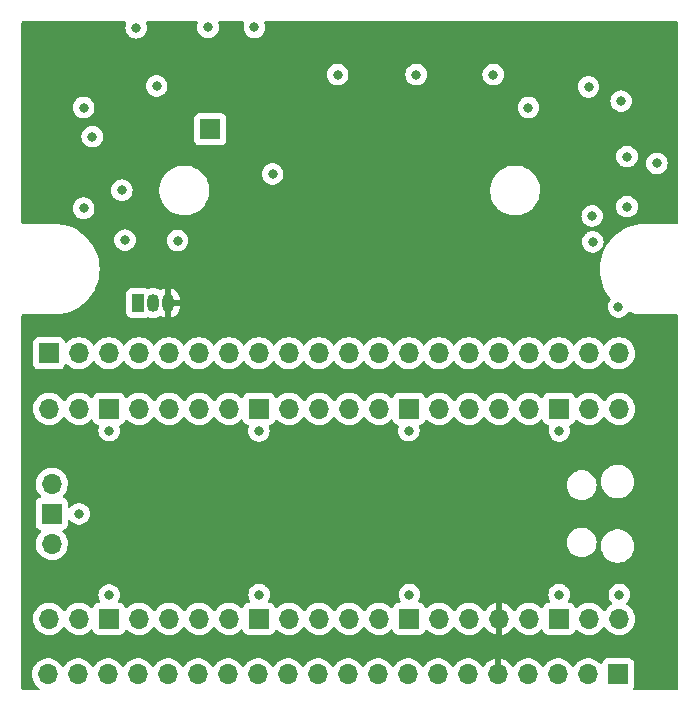
<source format=gbr>
%TF.GenerationSoftware,KiCad,Pcbnew,(6.0.1-0)*%
%TF.CreationDate,2022-01-30T18:46:34+01:00*%
%TF.ProjectId,Pico_LoRa,5069636f-5f4c-46f5-9261-2e6b69636164,1.1*%
%TF.SameCoordinates,Original*%
%TF.FileFunction,Copper,L3,Inr*%
%TF.FilePolarity,Positive*%
%FSLAX46Y46*%
G04 Gerber Fmt 4.6, Leading zero omitted, Abs format (unit mm)*
G04 Created by KiCad (PCBNEW (6.0.1-0)) date 2022-01-30 18:46:34*
%MOMM*%
%LPD*%
G01*
G04 APERTURE LIST*
%TA.AperFunction,ComponentPad*%
%ADD10R,1.050000X1.500000*%
%TD*%
%TA.AperFunction,ComponentPad*%
%ADD11O,1.050000X1.500000*%
%TD*%
%TA.AperFunction,ComponentPad*%
%ADD12R,1.700000X1.700000*%
%TD*%
%TA.AperFunction,ComponentPad*%
%ADD13O,1.700000X1.700000*%
%TD*%
%TA.AperFunction,ViaPad*%
%ADD14C,0.800000*%
%TD*%
G04 APERTURE END LIST*
D10*
%TO.N,GND*%
%TO.C,U4*%
X83780000Y-106175000D03*
D11*
%TO.N,/GPIO16*%
X85050000Y-106175000D03*
%TO.N,+3V3*%
X86320000Y-106175000D03*
%TD*%
D12*
%TO.N,/V_BUS*%
%TO.C,J2*%
X124425000Y-137625000D03*
D13*
%TO.N,/V_SYS*%
X121885000Y-137625000D03*
%TO.N,GND*%
X119345000Y-137625000D03*
%TO.N,Net-(J2-Pad4)*%
X116805000Y-137625000D03*
%TO.N,+3V3*%
X114265000Y-137625000D03*
%TO.N,Net-(J2-Pad6)*%
X111725000Y-137625000D03*
%TO.N,Net-(J2-Pad7)*%
X109185000Y-137625000D03*
%TO.N,GND*%
X106645000Y-137625000D03*
%TO.N,Net-(J2-Pad9)*%
X104105000Y-137625000D03*
%TO.N,Net-(J2-Pad10)*%
X101565000Y-137625000D03*
%TO.N,Net-(J2-Pad11)*%
X99025000Y-137625000D03*
%TO.N,Net-(J2-Pad12)*%
X96485000Y-137625000D03*
%TO.N,GND*%
X93945000Y-137625000D03*
%TO.N,Net-(J2-Pad14)*%
X91405000Y-137625000D03*
%TO.N,Net-(J2-Pad15)*%
X88865000Y-137625000D03*
%TO.N,Net-(J2-Pad16)*%
X86325000Y-137625000D03*
%TO.N,Net-(J2-Pad17)*%
X83785000Y-137625000D03*
%TO.N,GND*%
X81245000Y-137625000D03*
%TO.N,Net-(J2-Pad19)*%
X78705000Y-137625000D03*
%TO.N,/GPIO16*%
X76165000Y-137625000D03*
%TD*%
%TO.N,/SDA*%
%TO.C,U1*%
X124500000Y-115135000D03*
%TO.N,/SCL*%
X121960000Y-115135000D03*
D12*
%TO.N,GND*%
X119420000Y-115135000D03*
D13*
%TO.N,Net-(J1-Pad17)*%
X116880000Y-115135000D03*
%TO.N,Net-(J1-Pad16)*%
X114340000Y-115135000D03*
%TO.N,/GPIO4*%
X111800000Y-115135000D03*
%TO.N,/GPIO5*%
X109260000Y-115135000D03*
D12*
%TO.N,GND*%
X106720000Y-115135000D03*
D13*
%TO.N,/GPIO6*%
X104180000Y-115135000D03*
%TO.N,/GPIO7*%
X101640000Y-115135000D03*
%TO.N,/GPIO8*%
X99100000Y-115135000D03*
%TO.N,/GPIO9*%
X96560000Y-115135000D03*
D12*
%TO.N,GND*%
X94020000Y-115135000D03*
D13*
%TO.N,/GPIO10*%
X91480000Y-115135000D03*
%TO.N,/GPIO11*%
X88940000Y-115135000D03*
%TO.N,/GPIO12*%
X86400000Y-115135000D03*
%TO.N,Net-(J1-Pad4)*%
X83860000Y-115135000D03*
D12*
%TO.N,GND*%
X81320000Y-115135000D03*
D13*
%TO.N,Net-(J1-Pad2)*%
X78780000Y-115135000D03*
%TO.N,Net-(J1-Pad1)*%
X76240000Y-115135000D03*
%TO.N,/GPIO16*%
X76240000Y-132915000D03*
%TO.N,Net-(J2-Pad19)*%
X78780000Y-132915000D03*
D12*
%TO.N,GND*%
X81320000Y-132915000D03*
D13*
%TO.N,Net-(J2-Pad17)*%
X83860000Y-132915000D03*
%TO.N,Net-(J2-Pad16)*%
X86400000Y-132915000D03*
%TO.N,Net-(J2-Pad15)*%
X88940000Y-132915000D03*
%TO.N,Net-(J2-Pad14)*%
X91480000Y-132915000D03*
D12*
%TO.N,GND*%
X94020000Y-132915000D03*
D13*
%TO.N,Net-(J2-Pad12)*%
X96560000Y-132915000D03*
%TO.N,Net-(J2-Pad11)*%
X99100000Y-132915000D03*
%TO.N,Net-(J2-Pad10)*%
X101640000Y-132915000D03*
%TO.N,Net-(J2-Pad9)*%
X104180000Y-132915000D03*
D12*
%TO.N,GND*%
X106720000Y-132915000D03*
D13*
%TO.N,Net-(J2-Pad7)*%
X109260000Y-132915000D03*
%TO.N,Net-(J2-Pad6)*%
X111800000Y-132915000D03*
%TO.N,+3V3*%
X114340000Y-132915000D03*
%TO.N,Net-(J2-Pad4)*%
X116880000Y-132915000D03*
D12*
%TO.N,GND*%
X119420000Y-132915000D03*
D13*
%TO.N,/V_SYS*%
X121960000Y-132915000D03*
%TO.N,/V_BUS*%
X124500000Y-132915000D03*
%TO.N,unconnected-(U1-Pad41)*%
X76470000Y-121485000D03*
D12*
%TO.N,GND*%
X76470000Y-124025000D03*
D13*
%TO.N,unconnected-(U1-Pad43)*%
X76470000Y-126565000D03*
%TD*%
D12*
%TO.N,Net-(AE1-Pad1)*%
%TO.C,AE1*%
X89900000Y-91475000D03*
%TD*%
%TO.N,Net-(J1-Pad1)*%
%TO.C,J1*%
X76225000Y-110425000D03*
D13*
%TO.N,Net-(J1-Pad2)*%
X78765000Y-110425000D03*
%TO.N,GND*%
X81305000Y-110425000D03*
%TO.N,Net-(J1-Pad4)*%
X83845000Y-110425000D03*
%TO.N,/GPIO12*%
X86385000Y-110425000D03*
%TO.N,/GPIO11*%
X88925000Y-110425000D03*
%TO.N,/GPIO10*%
X91465000Y-110425000D03*
%TO.N,GND*%
X94005000Y-110425000D03*
%TO.N,/GPIO9*%
X96545000Y-110425000D03*
%TO.N,/GPIO8*%
X99085000Y-110425000D03*
%TO.N,/GPIO7*%
X101625000Y-110425000D03*
%TO.N,/GPIO6*%
X104165000Y-110425000D03*
%TO.N,GND*%
X106705000Y-110425000D03*
%TO.N,/GPIO5*%
X109245000Y-110425000D03*
%TO.N,/GPIO4*%
X111785000Y-110425000D03*
%TO.N,Net-(J1-Pad16)*%
X114325000Y-110425000D03*
%TO.N,Net-(J1-Pad17)*%
X116865000Y-110425000D03*
%TO.N,GND*%
X119405000Y-110425000D03*
%TO.N,/SCL*%
X121945000Y-110425000D03*
%TO.N,/SDA*%
X124485000Y-110425000D03*
%TD*%
D14*
%TO.N,+3V3*%
X111425000Y-93600000D03*
X77475000Y-107450000D03*
X114351024Y-130999989D03*
X120625000Y-104375000D03*
X88600000Y-106175000D03*
X90800000Y-104800000D03*
%TO.N,GND*%
X95175000Y-95250000D03*
X83625000Y-82875000D03*
X87125000Y-100900000D03*
X119425000Y-130875000D03*
X106700000Y-116975000D03*
X82400000Y-96625000D03*
X93625000Y-82850000D03*
X127700000Y-94350000D03*
X94000000Y-117000000D03*
X122225000Y-98800000D03*
X116825000Y-89625000D03*
X119450000Y-117000000D03*
X79175000Y-98150000D03*
X78775000Y-124025000D03*
X121925000Y-87875000D03*
X124450000Y-106500000D03*
X81325000Y-116975000D03*
X94025000Y-130875000D03*
X85350000Y-87800000D03*
X106750000Y-130875000D03*
X122275000Y-101000000D03*
X89700000Y-82850000D03*
X81325000Y-130900000D03*
X82675000Y-100850000D03*
%TO.N,/V_BUS*%
X79175000Y-89625000D03*
X100675000Y-86850000D03*
X124525000Y-130875000D03*
X107325000Y-86850000D03*
X113850000Y-86850000D03*
%TO.N,/V_SYS*%
X125175000Y-98025000D03*
X125175000Y-93775000D03*
%TO.N,Net-(C7-Pad1)*%
X79900000Y-92100000D03*
X124675000Y-89075000D03*
%TD*%
%TA.AperFunction,Conductor*%
%TO.N,+3V3*%
G36*
X82744775Y-82345002D02*
G01*
X82791268Y-82398658D01*
X82801372Y-82468932D01*
X82792358Y-82500180D01*
X82790473Y-82503444D01*
X82731458Y-82685072D01*
X82711496Y-82875000D01*
X82712186Y-82881565D01*
X82728141Y-83033365D01*
X82731458Y-83064928D01*
X82790473Y-83246556D01*
X82885960Y-83411944D01*
X83013747Y-83553866D01*
X83112843Y-83625864D01*
X83133839Y-83641118D01*
X83168248Y-83666118D01*
X83174276Y-83668802D01*
X83174278Y-83668803D01*
X83289642Y-83720166D01*
X83342712Y-83743794D01*
X83436112Y-83763647D01*
X83523056Y-83782128D01*
X83523061Y-83782128D01*
X83529513Y-83783500D01*
X83720487Y-83783500D01*
X83726939Y-83782128D01*
X83726944Y-83782128D01*
X83813888Y-83763647D01*
X83907288Y-83743794D01*
X83960358Y-83720166D01*
X84075722Y-83668803D01*
X84075724Y-83668802D01*
X84081752Y-83666118D01*
X84116162Y-83641118D01*
X84137157Y-83625864D01*
X84236253Y-83553866D01*
X84364040Y-83411944D01*
X84459527Y-83246556D01*
X84518542Y-83064928D01*
X84521860Y-83033365D01*
X84537814Y-82881565D01*
X84538504Y-82875000D01*
X84518542Y-82685072D01*
X84459527Y-82503444D01*
X84458058Y-82500900D01*
X84448805Y-82431881D01*
X84478912Y-82367584D01*
X84539001Y-82329771D01*
X84573346Y-82325000D01*
X88741906Y-82325000D01*
X88810027Y-82345002D01*
X88856520Y-82398658D01*
X88866624Y-82468932D01*
X88861739Y-82489936D01*
X88806458Y-82660072D01*
X88805768Y-82666633D01*
X88805768Y-82666635D01*
X88787186Y-82843435D01*
X88786496Y-82850000D01*
X88806458Y-83039928D01*
X88865473Y-83221556D01*
X88960960Y-83386944D01*
X88965378Y-83391851D01*
X88965379Y-83391852D01*
X88983470Y-83411944D01*
X89088747Y-83528866D01*
X89243248Y-83641118D01*
X89249276Y-83643802D01*
X89249278Y-83643803D01*
X89411681Y-83716109D01*
X89417712Y-83718794D01*
X89511113Y-83738647D01*
X89598056Y-83757128D01*
X89598061Y-83757128D01*
X89604513Y-83758500D01*
X89795487Y-83758500D01*
X89801939Y-83757128D01*
X89801944Y-83757128D01*
X89888887Y-83738647D01*
X89982288Y-83718794D01*
X89988319Y-83716109D01*
X90150722Y-83643803D01*
X90150724Y-83643802D01*
X90156752Y-83641118D01*
X90311253Y-83528866D01*
X90416530Y-83411944D01*
X90434621Y-83391852D01*
X90434622Y-83391851D01*
X90439040Y-83386944D01*
X90534527Y-83221556D01*
X90593542Y-83039928D01*
X90613504Y-82850000D01*
X90612814Y-82843435D01*
X90594232Y-82666635D01*
X90594232Y-82666633D01*
X90593542Y-82660072D01*
X90538261Y-82489936D01*
X90536233Y-82418969D01*
X90572896Y-82358171D01*
X90636608Y-82326845D01*
X90658094Y-82325000D01*
X92666906Y-82325000D01*
X92735027Y-82345002D01*
X92781520Y-82398658D01*
X92791624Y-82468932D01*
X92786739Y-82489936D01*
X92731458Y-82660072D01*
X92730768Y-82666633D01*
X92730768Y-82666635D01*
X92712186Y-82843435D01*
X92711496Y-82850000D01*
X92731458Y-83039928D01*
X92790473Y-83221556D01*
X92885960Y-83386944D01*
X92890378Y-83391851D01*
X92890379Y-83391852D01*
X92908470Y-83411944D01*
X93013747Y-83528866D01*
X93168248Y-83641118D01*
X93174276Y-83643802D01*
X93174278Y-83643803D01*
X93336681Y-83716109D01*
X93342712Y-83718794D01*
X93436113Y-83738647D01*
X93523056Y-83757128D01*
X93523061Y-83757128D01*
X93529513Y-83758500D01*
X93720487Y-83758500D01*
X93726939Y-83757128D01*
X93726944Y-83757128D01*
X93813887Y-83738647D01*
X93907288Y-83718794D01*
X93913319Y-83716109D01*
X94075722Y-83643803D01*
X94075724Y-83643802D01*
X94081752Y-83641118D01*
X94236253Y-83528866D01*
X94341530Y-83411944D01*
X94359621Y-83391852D01*
X94359622Y-83391851D01*
X94364040Y-83386944D01*
X94459527Y-83221556D01*
X94518542Y-83039928D01*
X94538504Y-82850000D01*
X94537814Y-82843435D01*
X94519232Y-82666635D01*
X94519232Y-82666633D01*
X94518542Y-82660072D01*
X94463261Y-82489936D01*
X94461233Y-82418969D01*
X94497896Y-82358171D01*
X94561608Y-82326845D01*
X94583094Y-82325000D01*
X129366000Y-82325000D01*
X129434121Y-82345002D01*
X129480614Y-82398658D01*
X129492000Y-82451000D01*
X129492000Y-99366000D01*
X129471998Y-99434121D01*
X129418342Y-99480614D01*
X129366000Y-99492000D01*
X126748207Y-99492000D01*
X126727303Y-99490254D01*
X126718737Y-99488813D01*
X126707539Y-99486929D01*
X126701349Y-99486853D01*
X126699864Y-99486835D01*
X126699859Y-99486835D01*
X126695000Y-99486776D01*
X126690187Y-99487465D01*
X126685324Y-99487782D01*
X126685321Y-99487737D01*
X126682620Y-99487997D01*
X126436503Y-99500088D01*
X126322919Y-99505668D01*
X126322915Y-99505668D01*
X126319829Y-99505820D01*
X126200347Y-99523543D01*
X125951336Y-99560480D01*
X125951332Y-99560481D01*
X125948270Y-99560935D01*
X125945271Y-99561686D01*
X125945267Y-99561687D01*
X125817055Y-99593803D01*
X125583903Y-99652205D01*
X125581006Y-99653242D01*
X125580998Y-99653244D01*
X125533705Y-99670166D01*
X125230237Y-99778749D01*
X124890677Y-99939348D01*
X124888035Y-99940931D01*
X124888036Y-99940931D01*
X124571143Y-100130869D01*
X124571134Y-100130875D01*
X124568493Y-100132458D01*
X124566008Y-100134301D01*
X124319329Y-100317251D01*
X124266789Y-100356217D01*
X123988470Y-100608470D01*
X123736217Y-100886789D01*
X123512458Y-101188493D01*
X123510875Y-101191134D01*
X123510869Y-101191143D01*
X123328374Y-101495618D01*
X123322277Y-101501244D01*
X123317737Y-101514083D01*
X123158749Y-101850237D01*
X123032205Y-102203903D01*
X122940935Y-102568270D01*
X122885820Y-102939829D01*
X122867389Y-103315000D01*
X122885820Y-103690171D01*
X122940935Y-104061730D01*
X123032205Y-104426097D01*
X123158749Y-104779763D01*
X123256414Y-104986260D01*
X123301382Y-105081336D01*
X123319348Y-105119323D01*
X123320931Y-105121964D01*
X123510869Y-105438857D01*
X123510875Y-105438866D01*
X123512458Y-105441507D01*
X123736217Y-105743211D01*
X123746409Y-105754456D01*
X123777334Y-105818361D01*
X123768801Y-105888843D01*
X123746687Y-105923377D01*
X123710960Y-105963056D01*
X123707659Y-105968774D01*
X123619079Y-106122199D01*
X123615473Y-106128444D01*
X123556458Y-106310072D01*
X123555768Y-106316633D01*
X123555768Y-106316635D01*
X123543958Y-106429000D01*
X123536496Y-106500000D01*
X123556458Y-106689928D01*
X123615473Y-106871556D01*
X123710960Y-107036944D01*
X123715378Y-107041851D01*
X123715379Y-107041852D01*
X123832299Y-107171705D01*
X123838747Y-107178866D01*
X123993248Y-107291118D01*
X123999276Y-107293802D01*
X123999278Y-107293803D01*
X124146974Y-107359561D01*
X124167712Y-107368794D01*
X124261113Y-107388647D01*
X124348056Y-107407128D01*
X124348061Y-107407128D01*
X124354513Y-107408500D01*
X124545487Y-107408500D01*
X124551939Y-107407128D01*
X124551944Y-107407128D01*
X124638887Y-107388647D01*
X124732288Y-107368794D01*
X124753026Y-107359561D01*
X124900722Y-107293803D01*
X124900724Y-107293802D01*
X124906752Y-107291118D01*
X125061253Y-107178866D01*
X125067701Y-107171705D01*
X125184621Y-107041852D01*
X125184622Y-107041851D01*
X125189040Y-107036944D01*
X125232377Y-106961882D01*
X125283758Y-106912890D01*
X125353471Y-106899453D01*
X125383943Y-106906248D01*
X125580998Y-106976756D01*
X125581006Y-106976758D01*
X125583903Y-106977795D01*
X125637267Y-106991162D01*
X125945267Y-107068313D01*
X125945271Y-107068314D01*
X125948270Y-107069065D01*
X125951332Y-107069519D01*
X125951336Y-107069520D01*
X126118537Y-107094321D01*
X126319829Y-107124180D01*
X126322911Y-107124331D01*
X126322917Y-107124332D01*
X126666013Y-107141187D01*
X126672801Y-107141922D01*
X126672809Y-107141829D01*
X126677669Y-107142265D01*
X126682461Y-107143071D01*
X126688700Y-107143147D01*
X126690141Y-107143165D01*
X126690145Y-107143165D01*
X126695000Y-107143224D01*
X126722588Y-107139273D01*
X126740451Y-107138000D01*
X129366000Y-107138000D01*
X129434121Y-107158002D01*
X129480614Y-107211658D01*
X129492000Y-107264000D01*
X129492000Y-138843000D01*
X129471998Y-138911121D01*
X129418342Y-138957614D01*
X129366000Y-138969000D01*
X125792168Y-138969000D01*
X125724047Y-138948998D01*
X125677554Y-138895342D01*
X125667450Y-138825068D01*
X125691342Y-138767435D01*
X125725615Y-138721705D01*
X125776745Y-138585316D01*
X125783500Y-138523134D01*
X125783500Y-136726866D01*
X125776745Y-136664684D01*
X125725615Y-136528295D01*
X125638261Y-136411739D01*
X125521705Y-136324385D01*
X125385316Y-136273255D01*
X125323134Y-136266500D01*
X123526866Y-136266500D01*
X123464684Y-136273255D01*
X123328295Y-136324385D01*
X123211739Y-136411739D01*
X123124385Y-136528295D01*
X123121233Y-136536703D01*
X123079919Y-136646907D01*
X123037277Y-136703671D01*
X122970716Y-136728371D01*
X122901367Y-136713163D01*
X122868743Y-136687476D01*
X122818151Y-136631875D01*
X122818142Y-136631866D01*
X122814670Y-136628051D01*
X122810619Y-136624852D01*
X122810615Y-136624848D01*
X122643414Y-136492800D01*
X122643410Y-136492798D01*
X122639359Y-136489598D01*
X122603028Y-136469542D01*
X122587136Y-136460769D01*
X122443789Y-136381638D01*
X122438920Y-136379914D01*
X122438916Y-136379912D01*
X122238087Y-136308795D01*
X122238083Y-136308794D01*
X122233212Y-136307069D01*
X122228119Y-136306162D01*
X122228116Y-136306161D01*
X122018373Y-136268800D01*
X122018367Y-136268799D01*
X122013284Y-136267894D01*
X121939452Y-136266992D01*
X121795081Y-136265228D01*
X121795079Y-136265228D01*
X121789911Y-136265165D01*
X121569091Y-136298955D01*
X121356756Y-136368357D01*
X121158607Y-136471507D01*
X121154474Y-136474610D01*
X121154471Y-136474612D01*
X120984100Y-136602530D01*
X120979965Y-136605635D01*
X120954541Y-136632240D01*
X120886280Y-136703671D01*
X120825629Y-136767138D01*
X120718201Y-136924621D01*
X120663293Y-136969621D01*
X120592768Y-136977792D01*
X120529021Y-136946538D01*
X120508324Y-136922054D01*
X120427822Y-136797617D01*
X120427820Y-136797614D01*
X120425014Y-136793277D01*
X120274670Y-136628051D01*
X120270619Y-136624852D01*
X120270615Y-136624848D01*
X120103414Y-136492800D01*
X120103410Y-136492798D01*
X120099359Y-136489598D01*
X120063028Y-136469542D01*
X120047136Y-136460769D01*
X119903789Y-136381638D01*
X119898920Y-136379914D01*
X119898916Y-136379912D01*
X119698087Y-136308795D01*
X119698083Y-136308794D01*
X119693212Y-136307069D01*
X119688119Y-136306162D01*
X119688116Y-136306161D01*
X119478373Y-136268800D01*
X119478367Y-136268799D01*
X119473284Y-136267894D01*
X119399452Y-136266992D01*
X119255081Y-136265228D01*
X119255079Y-136265228D01*
X119249911Y-136265165D01*
X119029091Y-136298955D01*
X118816756Y-136368357D01*
X118618607Y-136471507D01*
X118614474Y-136474610D01*
X118614471Y-136474612D01*
X118444100Y-136602530D01*
X118439965Y-136605635D01*
X118414541Y-136632240D01*
X118346280Y-136703671D01*
X118285629Y-136767138D01*
X118178201Y-136924621D01*
X118123293Y-136969621D01*
X118052768Y-136977792D01*
X117989021Y-136946538D01*
X117968324Y-136922054D01*
X117887822Y-136797617D01*
X117887820Y-136797614D01*
X117885014Y-136793277D01*
X117734670Y-136628051D01*
X117730619Y-136624852D01*
X117730615Y-136624848D01*
X117563414Y-136492800D01*
X117563410Y-136492798D01*
X117559359Y-136489598D01*
X117523028Y-136469542D01*
X117507136Y-136460769D01*
X117363789Y-136381638D01*
X117358920Y-136379914D01*
X117358916Y-136379912D01*
X117158087Y-136308795D01*
X117158083Y-136308794D01*
X117153212Y-136307069D01*
X117148119Y-136306162D01*
X117148116Y-136306161D01*
X116938373Y-136268800D01*
X116938367Y-136268799D01*
X116933284Y-136267894D01*
X116859452Y-136266992D01*
X116715081Y-136265228D01*
X116715079Y-136265228D01*
X116709911Y-136265165D01*
X116489091Y-136298955D01*
X116276756Y-136368357D01*
X116078607Y-136471507D01*
X116074474Y-136474610D01*
X116074471Y-136474612D01*
X115904100Y-136602530D01*
X115899965Y-136605635D01*
X115874541Y-136632240D01*
X115806280Y-136703671D01*
X115745629Y-136767138D01*
X115638204Y-136924618D01*
X115637898Y-136925066D01*
X115582987Y-136970069D01*
X115512462Y-136978240D01*
X115448715Y-136946986D01*
X115428018Y-136922502D01*
X115347426Y-136797926D01*
X115341136Y-136789757D01*
X115197806Y-136632240D01*
X115190273Y-136625215D01*
X115023139Y-136493222D01*
X115014552Y-136487517D01*
X114828117Y-136384599D01*
X114818705Y-136380369D01*
X114617959Y-136309280D01*
X114607988Y-136306646D01*
X114536837Y-136293972D01*
X114523540Y-136295432D01*
X114519000Y-136309989D01*
X114519000Y-137753000D01*
X114498998Y-137821121D01*
X114445342Y-137867614D01*
X114393000Y-137879000D01*
X114137000Y-137879000D01*
X114068879Y-137858998D01*
X114022386Y-137805342D01*
X114011000Y-137753000D01*
X114011000Y-136308102D01*
X114007082Y-136294758D01*
X113992806Y-136292771D01*
X113954324Y-136298660D01*
X113944288Y-136301051D01*
X113741868Y-136367212D01*
X113732359Y-136371209D01*
X113543463Y-136469542D01*
X113534738Y-136475036D01*
X113364433Y-136602905D01*
X113356726Y-136609748D01*
X113209590Y-136763717D01*
X113203109Y-136771722D01*
X113098498Y-136925074D01*
X113043587Y-136970076D01*
X112973062Y-136978247D01*
X112909315Y-136946993D01*
X112888618Y-136922509D01*
X112807822Y-136797617D01*
X112807820Y-136797614D01*
X112805014Y-136793277D01*
X112654670Y-136628051D01*
X112650619Y-136624852D01*
X112650615Y-136624848D01*
X112483414Y-136492800D01*
X112483410Y-136492798D01*
X112479359Y-136489598D01*
X112443028Y-136469542D01*
X112427136Y-136460769D01*
X112283789Y-136381638D01*
X112278920Y-136379914D01*
X112278916Y-136379912D01*
X112078087Y-136308795D01*
X112078083Y-136308794D01*
X112073212Y-136307069D01*
X112068119Y-136306162D01*
X112068116Y-136306161D01*
X111858373Y-136268800D01*
X111858367Y-136268799D01*
X111853284Y-136267894D01*
X111779452Y-136266992D01*
X111635081Y-136265228D01*
X111635079Y-136265228D01*
X111629911Y-136265165D01*
X111409091Y-136298955D01*
X111196756Y-136368357D01*
X110998607Y-136471507D01*
X110994474Y-136474610D01*
X110994471Y-136474612D01*
X110824100Y-136602530D01*
X110819965Y-136605635D01*
X110794541Y-136632240D01*
X110726280Y-136703671D01*
X110665629Y-136767138D01*
X110558201Y-136924621D01*
X110503293Y-136969621D01*
X110432768Y-136977792D01*
X110369021Y-136946538D01*
X110348324Y-136922054D01*
X110267822Y-136797617D01*
X110267820Y-136797614D01*
X110265014Y-136793277D01*
X110114670Y-136628051D01*
X110110619Y-136624852D01*
X110110615Y-136624848D01*
X109943414Y-136492800D01*
X109943410Y-136492798D01*
X109939359Y-136489598D01*
X109903028Y-136469542D01*
X109887136Y-136460769D01*
X109743789Y-136381638D01*
X109738920Y-136379914D01*
X109738916Y-136379912D01*
X109538087Y-136308795D01*
X109538083Y-136308794D01*
X109533212Y-136307069D01*
X109528119Y-136306162D01*
X109528116Y-136306161D01*
X109318373Y-136268800D01*
X109318367Y-136268799D01*
X109313284Y-136267894D01*
X109239452Y-136266992D01*
X109095081Y-136265228D01*
X109095079Y-136265228D01*
X109089911Y-136265165D01*
X108869091Y-136298955D01*
X108656756Y-136368357D01*
X108458607Y-136471507D01*
X108454474Y-136474610D01*
X108454471Y-136474612D01*
X108284100Y-136602530D01*
X108279965Y-136605635D01*
X108254541Y-136632240D01*
X108186280Y-136703671D01*
X108125629Y-136767138D01*
X108018201Y-136924621D01*
X107963293Y-136969621D01*
X107892768Y-136977792D01*
X107829021Y-136946538D01*
X107808324Y-136922054D01*
X107727822Y-136797617D01*
X107727820Y-136797614D01*
X107725014Y-136793277D01*
X107574670Y-136628051D01*
X107570619Y-136624852D01*
X107570615Y-136624848D01*
X107403414Y-136492800D01*
X107403410Y-136492798D01*
X107399359Y-136489598D01*
X107363028Y-136469542D01*
X107347136Y-136460769D01*
X107203789Y-136381638D01*
X107198920Y-136379914D01*
X107198916Y-136379912D01*
X106998087Y-136308795D01*
X106998083Y-136308794D01*
X106993212Y-136307069D01*
X106988119Y-136306162D01*
X106988116Y-136306161D01*
X106778373Y-136268800D01*
X106778367Y-136268799D01*
X106773284Y-136267894D01*
X106699452Y-136266992D01*
X106555081Y-136265228D01*
X106555079Y-136265228D01*
X106549911Y-136265165D01*
X106329091Y-136298955D01*
X106116756Y-136368357D01*
X105918607Y-136471507D01*
X105914474Y-136474610D01*
X105914471Y-136474612D01*
X105744100Y-136602530D01*
X105739965Y-136605635D01*
X105714541Y-136632240D01*
X105646280Y-136703671D01*
X105585629Y-136767138D01*
X105478201Y-136924621D01*
X105423293Y-136969621D01*
X105352768Y-136977792D01*
X105289021Y-136946538D01*
X105268324Y-136922054D01*
X105187822Y-136797617D01*
X105187820Y-136797614D01*
X105185014Y-136793277D01*
X105034670Y-136628051D01*
X105030619Y-136624852D01*
X105030615Y-136624848D01*
X104863414Y-136492800D01*
X104863410Y-136492798D01*
X104859359Y-136489598D01*
X104823028Y-136469542D01*
X104807136Y-136460769D01*
X104663789Y-136381638D01*
X104658920Y-136379914D01*
X104658916Y-136379912D01*
X104458087Y-136308795D01*
X104458083Y-136308794D01*
X104453212Y-136307069D01*
X104448119Y-136306162D01*
X104448116Y-136306161D01*
X104238373Y-136268800D01*
X104238367Y-136268799D01*
X104233284Y-136267894D01*
X104159452Y-136266992D01*
X104015081Y-136265228D01*
X104015079Y-136265228D01*
X104009911Y-136265165D01*
X103789091Y-136298955D01*
X103576756Y-136368357D01*
X103378607Y-136471507D01*
X103374474Y-136474610D01*
X103374471Y-136474612D01*
X103204100Y-136602530D01*
X103199965Y-136605635D01*
X103174541Y-136632240D01*
X103106280Y-136703671D01*
X103045629Y-136767138D01*
X102938201Y-136924621D01*
X102883293Y-136969621D01*
X102812768Y-136977792D01*
X102749021Y-136946538D01*
X102728324Y-136922054D01*
X102647822Y-136797617D01*
X102647820Y-136797614D01*
X102645014Y-136793277D01*
X102494670Y-136628051D01*
X102490619Y-136624852D01*
X102490615Y-136624848D01*
X102323414Y-136492800D01*
X102323410Y-136492798D01*
X102319359Y-136489598D01*
X102283028Y-136469542D01*
X102267136Y-136460769D01*
X102123789Y-136381638D01*
X102118920Y-136379914D01*
X102118916Y-136379912D01*
X101918087Y-136308795D01*
X101918083Y-136308794D01*
X101913212Y-136307069D01*
X101908119Y-136306162D01*
X101908116Y-136306161D01*
X101698373Y-136268800D01*
X101698367Y-136268799D01*
X101693284Y-136267894D01*
X101619452Y-136266992D01*
X101475081Y-136265228D01*
X101475079Y-136265228D01*
X101469911Y-136265165D01*
X101249091Y-136298955D01*
X101036756Y-136368357D01*
X100838607Y-136471507D01*
X100834474Y-136474610D01*
X100834471Y-136474612D01*
X100664100Y-136602530D01*
X100659965Y-136605635D01*
X100634541Y-136632240D01*
X100566280Y-136703671D01*
X100505629Y-136767138D01*
X100398201Y-136924621D01*
X100343293Y-136969621D01*
X100272768Y-136977792D01*
X100209021Y-136946538D01*
X100188324Y-136922054D01*
X100107822Y-136797617D01*
X100107820Y-136797614D01*
X100105014Y-136793277D01*
X99954670Y-136628051D01*
X99950619Y-136624852D01*
X99950615Y-136624848D01*
X99783414Y-136492800D01*
X99783410Y-136492798D01*
X99779359Y-136489598D01*
X99743028Y-136469542D01*
X99727136Y-136460769D01*
X99583789Y-136381638D01*
X99578920Y-136379914D01*
X99578916Y-136379912D01*
X99378087Y-136308795D01*
X99378083Y-136308794D01*
X99373212Y-136307069D01*
X99368119Y-136306162D01*
X99368116Y-136306161D01*
X99158373Y-136268800D01*
X99158367Y-136268799D01*
X99153284Y-136267894D01*
X99079452Y-136266992D01*
X98935081Y-136265228D01*
X98935079Y-136265228D01*
X98929911Y-136265165D01*
X98709091Y-136298955D01*
X98496756Y-136368357D01*
X98298607Y-136471507D01*
X98294474Y-136474610D01*
X98294471Y-136474612D01*
X98124100Y-136602530D01*
X98119965Y-136605635D01*
X98094541Y-136632240D01*
X98026280Y-136703671D01*
X97965629Y-136767138D01*
X97858201Y-136924621D01*
X97803293Y-136969621D01*
X97732768Y-136977792D01*
X97669021Y-136946538D01*
X97648324Y-136922054D01*
X97567822Y-136797617D01*
X97567820Y-136797614D01*
X97565014Y-136793277D01*
X97414670Y-136628051D01*
X97410619Y-136624852D01*
X97410615Y-136624848D01*
X97243414Y-136492800D01*
X97243410Y-136492798D01*
X97239359Y-136489598D01*
X97203028Y-136469542D01*
X97187136Y-136460769D01*
X97043789Y-136381638D01*
X97038920Y-136379914D01*
X97038916Y-136379912D01*
X96838087Y-136308795D01*
X96838083Y-136308794D01*
X96833212Y-136307069D01*
X96828119Y-136306162D01*
X96828116Y-136306161D01*
X96618373Y-136268800D01*
X96618367Y-136268799D01*
X96613284Y-136267894D01*
X96539452Y-136266992D01*
X96395081Y-136265228D01*
X96395079Y-136265228D01*
X96389911Y-136265165D01*
X96169091Y-136298955D01*
X95956756Y-136368357D01*
X95758607Y-136471507D01*
X95754474Y-136474610D01*
X95754471Y-136474612D01*
X95584100Y-136602530D01*
X95579965Y-136605635D01*
X95554541Y-136632240D01*
X95486280Y-136703671D01*
X95425629Y-136767138D01*
X95318201Y-136924621D01*
X95263293Y-136969621D01*
X95192768Y-136977792D01*
X95129021Y-136946538D01*
X95108324Y-136922054D01*
X95027822Y-136797617D01*
X95027820Y-136797614D01*
X95025014Y-136793277D01*
X94874670Y-136628051D01*
X94870619Y-136624852D01*
X94870615Y-136624848D01*
X94703414Y-136492800D01*
X94703410Y-136492798D01*
X94699359Y-136489598D01*
X94663028Y-136469542D01*
X94647136Y-136460769D01*
X94503789Y-136381638D01*
X94498920Y-136379914D01*
X94498916Y-136379912D01*
X94298087Y-136308795D01*
X94298083Y-136308794D01*
X94293212Y-136307069D01*
X94288119Y-136306162D01*
X94288116Y-136306161D01*
X94078373Y-136268800D01*
X94078367Y-136268799D01*
X94073284Y-136267894D01*
X93999452Y-136266992D01*
X93855081Y-136265228D01*
X93855079Y-136265228D01*
X93849911Y-136265165D01*
X93629091Y-136298955D01*
X93416756Y-136368357D01*
X93218607Y-136471507D01*
X93214474Y-136474610D01*
X93214471Y-136474612D01*
X93044100Y-136602530D01*
X93039965Y-136605635D01*
X93014541Y-136632240D01*
X92946280Y-136703671D01*
X92885629Y-136767138D01*
X92778201Y-136924621D01*
X92723293Y-136969621D01*
X92652768Y-136977792D01*
X92589021Y-136946538D01*
X92568324Y-136922054D01*
X92487822Y-136797617D01*
X92487820Y-136797614D01*
X92485014Y-136793277D01*
X92334670Y-136628051D01*
X92330619Y-136624852D01*
X92330615Y-136624848D01*
X92163414Y-136492800D01*
X92163410Y-136492798D01*
X92159359Y-136489598D01*
X92123028Y-136469542D01*
X92107136Y-136460769D01*
X91963789Y-136381638D01*
X91958920Y-136379914D01*
X91958916Y-136379912D01*
X91758087Y-136308795D01*
X91758083Y-136308794D01*
X91753212Y-136307069D01*
X91748119Y-136306162D01*
X91748116Y-136306161D01*
X91538373Y-136268800D01*
X91538367Y-136268799D01*
X91533284Y-136267894D01*
X91459452Y-136266992D01*
X91315081Y-136265228D01*
X91315079Y-136265228D01*
X91309911Y-136265165D01*
X91089091Y-136298955D01*
X90876756Y-136368357D01*
X90678607Y-136471507D01*
X90674474Y-136474610D01*
X90674471Y-136474612D01*
X90504100Y-136602530D01*
X90499965Y-136605635D01*
X90474541Y-136632240D01*
X90406280Y-136703671D01*
X90345629Y-136767138D01*
X90238201Y-136924621D01*
X90183293Y-136969621D01*
X90112768Y-136977792D01*
X90049021Y-136946538D01*
X90028324Y-136922054D01*
X89947822Y-136797617D01*
X89947820Y-136797614D01*
X89945014Y-136793277D01*
X89794670Y-136628051D01*
X89790619Y-136624852D01*
X89790615Y-136624848D01*
X89623414Y-136492800D01*
X89623410Y-136492798D01*
X89619359Y-136489598D01*
X89583028Y-136469542D01*
X89567136Y-136460769D01*
X89423789Y-136381638D01*
X89418920Y-136379914D01*
X89418916Y-136379912D01*
X89218087Y-136308795D01*
X89218083Y-136308794D01*
X89213212Y-136307069D01*
X89208119Y-136306162D01*
X89208116Y-136306161D01*
X88998373Y-136268800D01*
X88998367Y-136268799D01*
X88993284Y-136267894D01*
X88919452Y-136266992D01*
X88775081Y-136265228D01*
X88775079Y-136265228D01*
X88769911Y-136265165D01*
X88549091Y-136298955D01*
X88336756Y-136368357D01*
X88138607Y-136471507D01*
X88134474Y-136474610D01*
X88134471Y-136474612D01*
X87964100Y-136602530D01*
X87959965Y-136605635D01*
X87934541Y-136632240D01*
X87866280Y-136703671D01*
X87805629Y-136767138D01*
X87698201Y-136924621D01*
X87643293Y-136969621D01*
X87572768Y-136977792D01*
X87509021Y-136946538D01*
X87488324Y-136922054D01*
X87407822Y-136797617D01*
X87407820Y-136797614D01*
X87405014Y-136793277D01*
X87254670Y-136628051D01*
X87250619Y-136624852D01*
X87250615Y-136624848D01*
X87083414Y-136492800D01*
X87083410Y-136492798D01*
X87079359Y-136489598D01*
X87043028Y-136469542D01*
X87027136Y-136460769D01*
X86883789Y-136381638D01*
X86878920Y-136379914D01*
X86878916Y-136379912D01*
X86678087Y-136308795D01*
X86678083Y-136308794D01*
X86673212Y-136307069D01*
X86668119Y-136306162D01*
X86668116Y-136306161D01*
X86458373Y-136268800D01*
X86458367Y-136268799D01*
X86453284Y-136267894D01*
X86379452Y-136266992D01*
X86235081Y-136265228D01*
X86235079Y-136265228D01*
X86229911Y-136265165D01*
X86009091Y-136298955D01*
X85796756Y-136368357D01*
X85598607Y-136471507D01*
X85594474Y-136474610D01*
X85594471Y-136474612D01*
X85424100Y-136602530D01*
X85419965Y-136605635D01*
X85394541Y-136632240D01*
X85326280Y-136703671D01*
X85265629Y-136767138D01*
X85158201Y-136924621D01*
X85103293Y-136969621D01*
X85032768Y-136977792D01*
X84969021Y-136946538D01*
X84948324Y-136922054D01*
X84867822Y-136797617D01*
X84867820Y-136797614D01*
X84865014Y-136793277D01*
X84714670Y-136628051D01*
X84710619Y-136624852D01*
X84710615Y-136624848D01*
X84543414Y-136492800D01*
X84543410Y-136492798D01*
X84539359Y-136489598D01*
X84503028Y-136469542D01*
X84487136Y-136460769D01*
X84343789Y-136381638D01*
X84338920Y-136379914D01*
X84338916Y-136379912D01*
X84138087Y-136308795D01*
X84138083Y-136308794D01*
X84133212Y-136307069D01*
X84128119Y-136306162D01*
X84128116Y-136306161D01*
X83918373Y-136268800D01*
X83918367Y-136268799D01*
X83913284Y-136267894D01*
X83839452Y-136266992D01*
X83695081Y-136265228D01*
X83695079Y-136265228D01*
X83689911Y-136265165D01*
X83469091Y-136298955D01*
X83256756Y-136368357D01*
X83058607Y-136471507D01*
X83054474Y-136474610D01*
X83054471Y-136474612D01*
X82884100Y-136602530D01*
X82879965Y-136605635D01*
X82854541Y-136632240D01*
X82786280Y-136703671D01*
X82725629Y-136767138D01*
X82618201Y-136924621D01*
X82563293Y-136969621D01*
X82492768Y-136977792D01*
X82429021Y-136946538D01*
X82408324Y-136922054D01*
X82327822Y-136797617D01*
X82327820Y-136797614D01*
X82325014Y-136793277D01*
X82174670Y-136628051D01*
X82170619Y-136624852D01*
X82170615Y-136624848D01*
X82003414Y-136492800D01*
X82003410Y-136492798D01*
X81999359Y-136489598D01*
X81963028Y-136469542D01*
X81947136Y-136460769D01*
X81803789Y-136381638D01*
X81798920Y-136379914D01*
X81798916Y-136379912D01*
X81598087Y-136308795D01*
X81598083Y-136308794D01*
X81593212Y-136307069D01*
X81588119Y-136306162D01*
X81588116Y-136306161D01*
X81378373Y-136268800D01*
X81378367Y-136268799D01*
X81373284Y-136267894D01*
X81299452Y-136266992D01*
X81155081Y-136265228D01*
X81155079Y-136265228D01*
X81149911Y-136265165D01*
X80929091Y-136298955D01*
X80716756Y-136368357D01*
X80518607Y-136471507D01*
X80514474Y-136474610D01*
X80514471Y-136474612D01*
X80344100Y-136602530D01*
X80339965Y-136605635D01*
X80314541Y-136632240D01*
X80246280Y-136703671D01*
X80185629Y-136767138D01*
X80078201Y-136924621D01*
X80023293Y-136969621D01*
X79952768Y-136977792D01*
X79889021Y-136946538D01*
X79868324Y-136922054D01*
X79787822Y-136797617D01*
X79787820Y-136797614D01*
X79785014Y-136793277D01*
X79634670Y-136628051D01*
X79630619Y-136624852D01*
X79630615Y-136624848D01*
X79463414Y-136492800D01*
X79463410Y-136492798D01*
X79459359Y-136489598D01*
X79423028Y-136469542D01*
X79407136Y-136460769D01*
X79263789Y-136381638D01*
X79258920Y-136379914D01*
X79258916Y-136379912D01*
X79058087Y-136308795D01*
X79058083Y-136308794D01*
X79053212Y-136307069D01*
X79048119Y-136306162D01*
X79048116Y-136306161D01*
X78838373Y-136268800D01*
X78838367Y-136268799D01*
X78833284Y-136267894D01*
X78759452Y-136266992D01*
X78615081Y-136265228D01*
X78615079Y-136265228D01*
X78609911Y-136265165D01*
X78389091Y-136298955D01*
X78176756Y-136368357D01*
X77978607Y-136471507D01*
X77974474Y-136474610D01*
X77974471Y-136474612D01*
X77804100Y-136602530D01*
X77799965Y-136605635D01*
X77774541Y-136632240D01*
X77706280Y-136703671D01*
X77645629Y-136767138D01*
X77538201Y-136924621D01*
X77483293Y-136969621D01*
X77412768Y-136977792D01*
X77349021Y-136946538D01*
X77328324Y-136922054D01*
X77247822Y-136797617D01*
X77247820Y-136797614D01*
X77245014Y-136793277D01*
X77094670Y-136628051D01*
X77090619Y-136624852D01*
X77090615Y-136624848D01*
X76923414Y-136492800D01*
X76923410Y-136492798D01*
X76919359Y-136489598D01*
X76883028Y-136469542D01*
X76867136Y-136460769D01*
X76723789Y-136381638D01*
X76718920Y-136379914D01*
X76718916Y-136379912D01*
X76518087Y-136308795D01*
X76518083Y-136308794D01*
X76513212Y-136307069D01*
X76508119Y-136306162D01*
X76508116Y-136306161D01*
X76298373Y-136268800D01*
X76298367Y-136268799D01*
X76293284Y-136267894D01*
X76219452Y-136266992D01*
X76075081Y-136265228D01*
X76075079Y-136265228D01*
X76069911Y-136265165D01*
X75849091Y-136298955D01*
X75636756Y-136368357D01*
X75438607Y-136471507D01*
X75434474Y-136474610D01*
X75434471Y-136474612D01*
X75264100Y-136602530D01*
X75259965Y-136605635D01*
X75234541Y-136632240D01*
X75166280Y-136703671D01*
X75105629Y-136767138D01*
X74979743Y-136951680D01*
X74885688Y-137154305D01*
X74825989Y-137369570D01*
X74802251Y-137591695D01*
X74815110Y-137814715D01*
X74816247Y-137819761D01*
X74816248Y-137819767D01*
X74827031Y-137867614D01*
X74864222Y-138032639D01*
X74948266Y-138239616D01*
X74985685Y-138300678D01*
X75062291Y-138425688D01*
X75064987Y-138430088D01*
X75211250Y-138598938D01*
X75287376Y-138662139D01*
X75379148Y-138738330D01*
X75379153Y-138738333D01*
X75381873Y-138740592D01*
X75381874Y-138740593D01*
X75383126Y-138741632D01*
X75382911Y-138741890D01*
X75425559Y-138795245D01*
X75432867Y-138865865D01*
X75400836Y-138929225D01*
X75339634Y-138965209D01*
X75308959Y-138969000D01*
X74024000Y-138969000D01*
X73955879Y-138948998D01*
X73909386Y-138895342D01*
X73898000Y-138843000D01*
X73898000Y-132881695D01*
X74877251Y-132881695D01*
X74877548Y-132886848D01*
X74877548Y-132886851D01*
X74883011Y-132981590D01*
X74890110Y-133104715D01*
X74891247Y-133109761D01*
X74891248Y-133109767D01*
X74911119Y-133197939D01*
X74939222Y-133322639D01*
X75023266Y-133529616D01*
X75060685Y-133590678D01*
X75137291Y-133715688D01*
X75139987Y-133720088D01*
X75286250Y-133888938D01*
X75458126Y-134031632D01*
X75651000Y-134144338D01*
X75859692Y-134224030D01*
X75864760Y-134225061D01*
X75864763Y-134225062D01*
X75959862Y-134244410D01*
X76078597Y-134268567D01*
X76083772Y-134268757D01*
X76083774Y-134268757D01*
X76296673Y-134276564D01*
X76296677Y-134276564D01*
X76301837Y-134276753D01*
X76306957Y-134276097D01*
X76306959Y-134276097D01*
X76518288Y-134249025D01*
X76518289Y-134249025D01*
X76523416Y-134248368D01*
X76528366Y-134246883D01*
X76732429Y-134185661D01*
X76732434Y-134185659D01*
X76737384Y-134184174D01*
X76937994Y-134085896D01*
X77119860Y-133956173D01*
X77278096Y-133798489D01*
X77337594Y-133715689D01*
X77408453Y-133617077D01*
X77409776Y-133618028D01*
X77456645Y-133574857D01*
X77526580Y-133562625D01*
X77592026Y-133590144D01*
X77619875Y-133621994D01*
X77679987Y-133720088D01*
X77826250Y-133888938D01*
X77998126Y-134031632D01*
X78191000Y-134144338D01*
X78399692Y-134224030D01*
X78404760Y-134225061D01*
X78404763Y-134225062D01*
X78499862Y-134244410D01*
X78618597Y-134268567D01*
X78623772Y-134268757D01*
X78623774Y-134268757D01*
X78836673Y-134276564D01*
X78836677Y-134276564D01*
X78841837Y-134276753D01*
X78846957Y-134276097D01*
X78846959Y-134276097D01*
X79058288Y-134249025D01*
X79058289Y-134249025D01*
X79063416Y-134248368D01*
X79068366Y-134246883D01*
X79272429Y-134185661D01*
X79272434Y-134185659D01*
X79277384Y-134184174D01*
X79477994Y-134085896D01*
X79659860Y-133956173D01*
X79768091Y-133848319D01*
X79830462Y-133814404D01*
X79901268Y-133819592D01*
X79958030Y-133862238D01*
X79975012Y-133893341D01*
X79997055Y-133952139D01*
X80019385Y-134011705D01*
X80106739Y-134128261D01*
X80223295Y-134215615D01*
X80359684Y-134266745D01*
X80421866Y-134273500D01*
X82218134Y-134273500D01*
X82280316Y-134266745D01*
X82416705Y-134215615D01*
X82533261Y-134128261D01*
X82620615Y-134011705D01*
X82642799Y-133952529D01*
X82664598Y-133894382D01*
X82707240Y-133837618D01*
X82773802Y-133812918D01*
X82843150Y-133828126D01*
X82877817Y-133856114D01*
X82906250Y-133888938D01*
X83078126Y-134031632D01*
X83271000Y-134144338D01*
X83479692Y-134224030D01*
X83484760Y-134225061D01*
X83484763Y-134225062D01*
X83579862Y-134244410D01*
X83698597Y-134268567D01*
X83703772Y-134268757D01*
X83703774Y-134268757D01*
X83916673Y-134276564D01*
X83916677Y-134276564D01*
X83921837Y-134276753D01*
X83926957Y-134276097D01*
X83926959Y-134276097D01*
X84138288Y-134249025D01*
X84138289Y-134249025D01*
X84143416Y-134248368D01*
X84148366Y-134246883D01*
X84352429Y-134185661D01*
X84352434Y-134185659D01*
X84357384Y-134184174D01*
X84557994Y-134085896D01*
X84739860Y-133956173D01*
X84898096Y-133798489D01*
X84957594Y-133715689D01*
X85028453Y-133617077D01*
X85029776Y-133618028D01*
X85076645Y-133574857D01*
X85146580Y-133562625D01*
X85212026Y-133590144D01*
X85239875Y-133621994D01*
X85299987Y-133720088D01*
X85446250Y-133888938D01*
X85618126Y-134031632D01*
X85811000Y-134144338D01*
X86019692Y-134224030D01*
X86024760Y-134225061D01*
X86024763Y-134225062D01*
X86119862Y-134244410D01*
X86238597Y-134268567D01*
X86243772Y-134268757D01*
X86243774Y-134268757D01*
X86456673Y-134276564D01*
X86456677Y-134276564D01*
X86461837Y-134276753D01*
X86466957Y-134276097D01*
X86466959Y-134276097D01*
X86678288Y-134249025D01*
X86678289Y-134249025D01*
X86683416Y-134248368D01*
X86688366Y-134246883D01*
X86892429Y-134185661D01*
X86892434Y-134185659D01*
X86897384Y-134184174D01*
X87097994Y-134085896D01*
X87279860Y-133956173D01*
X87438096Y-133798489D01*
X87497594Y-133715689D01*
X87568453Y-133617077D01*
X87569776Y-133618028D01*
X87616645Y-133574857D01*
X87686580Y-133562625D01*
X87752026Y-133590144D01*
X87779875Y-133621994D01*
X87839987Y-133720088D01*
X87986250Y-133888938D01*
X88158126Y-134031632D01*
X88351000Y-134144338D01*
X88559692Y-134224030D01*
X88564760Y-134225061D01*
X88564763Y-134225062D01*
X88659862Y-134244410D01*
X88778597Y-134268567D01*
X88783772Y-134268757D01*
X88783774Y-134268757D01*
X88996673Y-134276564D01*
X88996677Y-134276564D01*
X89001837Y-134276753D01*
X89006957Y-134276097D01*
X89006959Y-134276097D01*
X89218288Y-134249025D01*
X89218289Y-134249025D01*
X89223416Y-134248368D01*
X89228366Y-134246883D01*
X89432429Y-134185661D01*
X89432434Y-134185659D01*
X89437384Y-134184174D01*
X89637994Y-134085896D01*
X89819860Y-133956173D01*
X89978096Y-133798489D01*
X90037594Y-133715689D01*
X90108453Y-133617077D01*
X90109776Y-133618028D01*
X90156645Y-133574857D01*
X90226580Y-133562625D01*
X90292026Y-133590144D01*
X90319875Y-133621994D01*
X90379987Y-133720088D01*
X90526250Y-133888938D01*
X90698126Y-134031632D01*
X90891000Y-134144338D01*
X91099692Y-134224030D01*
X91104760Y-134225061D01*
X91104763Y-134225062D01*
X91199862Y-134244410D01*
X91318597Y-134268567D01*
X91323772Y-134268757D01*
X91323774Y-134268757D01*
X91536673Y-134276564D01*
X91536677Y-134276564D01*
X91541837Y-134276753D01*
X91546957Y-134276097D01*
X91546959Y-134276097D01*
X91758288Y-134249025D01*
X91758289Y-134249025D01*
X91763416Y-134248368D01*
X91768366Y-134246883D01*
X91972429Y-134185661D01*
X91972434Y-134185659D01*
X91977384Y-134184174D01*
X92177994Y-134085896D01*
X92359860Y-133956173D01*
X92468091Y-133848319D01*
X92530462Y-133814404D01*
X92601268Y-133819592D01*
X92658030Y-133862238D01*
X92675012Y-133893341D01*
X92697055Y-133952139D01*
X92719385Y-134011705D01*
X92806739Y-134128261D01*
X92923295Y-134215615D01*
X93059684Y-134266745D01*
X93121866Y-134273500D01*
X94918134Y-134273500D01*
X94980316Y-134266745D01*
X95116705Y-134215615D01*
X95233261Y-134128261D01*
X95320615Y-134011705D01*
X95342799Y-133952529D01*
X95364598Y-133894382D01*
X95407240Y-133837618D01*
X95473802Y-133812918D01*
X95543150Y-133828126D01*
X95577817Y-133856114D01*
X95606250Y-133888938D01*
X95778126Y-134031632D01*
X95971000Y-134144338D01*
X96179692Y-134224030D01*
X96184760Y-134225061D01*
X96184763Y-134225062D01*
X96279862Y-134244410D01*
X96398597Y-134268567D01*
X96403772Y-134268757D01*
X96403774Y-134268757D01*
X96616673Y-134276564D01*
X96616677Y-134276564D01*
X96621837Y-134276753D01*
X96626957Y-134276097D01*
X96626959Y-134276097D01*
X96838288Y-134249025D01*
X96838289Y-134249025D01*
X96843416Y-134248368D01*
X96848366Y-134246883D01*
X97052429Y-134185661D01*
X97052434Y-134185659D01*
X97057384Y-134184174D01*
X97257994Y-134085896D01*
X97439860Y-133956173D01*
X97598096Y-133798489D01*
X97657594Y-133715689D01*
X97728453Y-133617077D01*
X97729776Y-133618028D01*
X97776645Y-133574857D01*
X97846580Y-133562625D01*
X97912026Y-133590144D01*
X97939875Y-133621994D01*
X97999987Y-133720088D01*
X98146250Y-133888938D01*
X98318126Y-134031632D01*
X98511000Y-134144338D01*
X98719692Y-134224030D01*
X98724760Y-134225061D01*
X98724763Y-134225062D01*
X98819862Y-134244410D01*
X98938597Y-134268567D01*
X98943772Y-134268757D01*
X98943774Y-134268757D01*
X99156673Y-134276564D01*
X99156677Y-134276564D01*
X99161837Y-134276753D01*
X99166957Y-134276097D01*
X99166959Y-134276097D01*
X99378288Y-134249025D01*
X99378289Y-134249025D01*
X99383416Y-134248368D01*
X99388366Y-134246883D01*
X99592429Y-134185661D01*
X99592434Y-134185659D01*
X99597384Y-134184174D01*
X99797994Y-134085896D01*
X99979860Y-133956173D01*
X100138096Y-133798489D01*
X100197594Y-133715689D01*
X100268453Y-133617077D01*
X100269776Y-133618028D01*
X100316645Y-133574857D01*
X100386580Y-133562625D01*
X100452026Y-133590144D01*
X100479875Y-133621994D01*
X100539987Y-133720088D01*
X100686250Y-133888938D01*
X100858126Y-134031632D01*
X101051000Y-134144338D01*
X101259692Y-134224030D01*
X101264760Y-134225061D01*
X101264763Y-134225062D01*
X101359862Y-134244410D01*
X101478597Y-134268567D01*
X101483772Y-134268757D01*
X101483774Y-134268757D01*
X101696673Y-134276564D01*
X101696677Y-134276564D01*
X101701837Y-134276753D01*
X101706957Y-134276097D01*
X101706959Y-134276097D01*
X101918288Y-134249025D01*
X101918289Y-134249025D01*
X101923416Y-134248368D01*
X101928366Y-134246883D01*
X102132429Y-134185661D01*
X102132434Y-134185659D01*
X102137384Y-134184174D01*
X102337994Y-134085896D01*
X102519860Y-133956173D01*
X102678096Y-133798489D01*
X102737594Y-133715689D01*
X102808453Y-133617077D01*
X102809776Y-133618028D01*
X102856645Y-133574857D01*
X102926580Y-133562625D01*
X102992026Y-133590144D01*
X103019875Y-133621994D01*
X103079987Y-133720088D01*
X103226250Y-133888938D01*
X103398126Y-134031632D01*
X103591000Y-134144338D01*
X103799692Y-134224030D01*
X103804760Y-134225061D01*
X103804763Y-134225062D01*
X103899862Y-134244410D01*
X104018597Y-134268567D01*
X104023772Y-134268757D01*
X104023774Y-134268757D01*
X104236673Y-134276564D01*
X104236677Y-134276564D01*
X104241837Y-134276753D01*
X104246957Y-134276097D01*
X104246959Y-134276097D01*
X104458288Y-134249025D01*
X104458289Y-134249025D01*
X104463416Y-134248368D01*
X104468366Y-134246883D01*
X104672429Y-134185661D01*
X104672434Y-134185659D01*
X104677384Y-134184174D01*
X104877994Y-134085896D01*
X105059860Y-133956173D01*
X105168091Y-133848319D01*
X105230462Y-133814404D01*
X105301268Y-133819592D01*
X105358030Y-133862238D01*
X105375012Y-133893341D01*
X105397055Y-133952139D01*
X105419385Y-134011705D01*
X105506739Y-134128261D01*
X105623295Y-134215615D01*
X105759684Y-134266745D01*
X105821866Y-134273500D01*
X107618134Y-134273500D01*
X107680316Y-134266745D01*
X107816705Y-134215615D01*
X107933261Y-134128261D01*
X108020615Y-134011705D01*
X108042799Y-133952529D01*
X108064598Y-133894382D01*
X108107240Y-133837618D01*
X108173802Y-133812918D01*
X108243150Y-133828126D01*
X108277817Y-133856114D01*
X108306250Y-133888938D01*
X108478126Y-134031632D01*
X108671000Y-134144338D01*
X108879692Y-134224030D01*
X108884760Y-134225061D01*
X108884763Y-134225062D01*
X108979862Y-134244410D01*
X109098597Y-134268567D01*
X109103772Y-134268757D01*
X109103774Y-134268757D01*
X109316673Y-134276564D01*
X109316677Y-134276564D01*
X109321837Y-134276753D01*
X109326957Y-134276097D01*
X109326959Y-134276097D01*
X109538288Y-134249025D01*
X109538289Y-134249025D01*
X109543416Y-134248368D01*
X109548366Y-134246883D01*
X109752429Y-134185661D01*
X109752434Y-134185659D01*
X109757384Y-134184174D01*
X109957994Y-134085896D01*
X110139860Y-133956173D01*
X110298096Y-133798489D01*
X110357594Y-133715689D01*
X110428453Y-133617077D01*
X110429776Y-133618028D01*
X110476645Y-133574857D01*
X110546580Y-133562625D01*
X110612026Y-133590144D01*
X110639875Y-133621994D01*
X110699987Y-133720088D01*
X110846250Y-133888938D01*
X111018126Y-134031632D01*
X111211000Y-134144338D01*
X111419692Y-134224030D01*
X111424760Y-134225061D01*
X111424763Y-134225062D01*
X111519862Y-134244410D01*
X111638597Y-134268567D01*
X111643772Y-134268757D01*
X111643774Y-134268757D01*
X111856673Y-134276564D01*
X111856677Y-134276564D01*
X111861837Y-134276753D01*
X111866957Y-134276097D01*
X111866959Y-134276097D01*
X112078288Y-134249025D01*
X112078289Y-134249025D01*
X112083416Y-134248368D01*
X112088366Y-134246883D01*
X112292429Y-134185661D01*
X112292434Y-134185659D01*
X112297384Y-134184174D01*
X112497994Y-134085896D01*
X112679860Y-133956173D01*
X112838096Y-133798489D01*
X112897594Y-133715689D01*
X112968453Y-133617077D01*
X112969640Y-133617930D01*
X113016960Y-133574362D01*
X113086897Y-133562145D01*
X113152338Y-133589678D01*
X113180166Y-133621511D01*
X113237694Y-133715388D01*
X113243777Y-133723699D01*
X113383213Y-133884667D01*
X113390580Y-133891883D01*
X113554434Y-134027916D01*
X113562881Y-134033831D01*
X113746756Y-134141279D01*
X113756042Y-134145729D01*
X113955001Y-134221703D01*
X113964899Y-134224579D01*
X114068250Y-134245606D01*
X114082299Y-134244410D01*
X114086000Y-134234065D01*
X114086000Y-134233517D01*
X114594000Y-134233517D01*
X114598064Y-134247359D01*
X114611478Y-134249393D01*
X114618184Y-134248534D01*
X114628262Y-134246392D01*
X114832255Y-134185191D01*
X114841842Y-134181433D01*
X115033095Y-134087739D01*
X115041945Y-134082464D01*
X115215328Y-133958792D01*
X115223200Y-133952139D01*
X115374052Y-133801812D01*
X115380730Y-133793965D01*
X115508022Y-133616819D01*
X115509279Y-133617722D01*
X115556373Y-133574362D01*
X115626311Y-133562145D01*
X115691751Y-133589678D01*
X115719579Y-133621511D01*
X115779987Y-133720088D01*
X115926250Y-133888938D01*
X116098126Y-134031632D01*
X116291000Y-134144338D01*
X116499692Y-134224030D01*
X116504760Y-134225061D01*
X116504763Y-134225062D01*
X116599862Y-134244410D01*
X116718597Y-134268567D01*
X116723772Y-134268757D01*
X116723774Y-134268757D01*
X116936673Y-134276564D01*
X116936677Y-134276564D01*
X116941837Y-134276753D01*
X116946957Y-134276097D01*
X116946959Y-134276097D01*
X117158288Y-134249025D01*
X117158289Y-134249025D01*
X117163416Y-134248368D01*
X117168366Y-134246883D01*
X117372429Y-134185661D01*
X117372434Y-134185659D01*
X117377384Y-134184174D01*
X117577994Y-134085896D01*
X117759860Y-133956173D01*
X117868091Y-133848319D01*
X117930462Y-133814404D01*
X118001268Y-133819592D01*
X118058030Y-133862238D01*
X118075012Y-133893341D01*
X118097055Y-133952139D01*
X118119385Y-134011705D01*
X118206739Y-134128261D01*
X118323295Y-134215615D01*
X118459684Y-134266745D01*
X118521866Y-134273500D01*
X120318134Y-134273500D01*
X120380316Y-134266745D01*
X120516705Y-134215615D01*
X120633261Y-134128261D01*
X120720615Y-134011705D01*
X120742799Y-133952529D01*
X120764598Y-133894382D01*
X120807240Y-133837618D01*
X120873802Y-133812918D01*
X120943150Y-133828126D01*
X120977817Y-133856114D01*
X121006250Y-133888938D01*
X121178126Y-134031632D01*
X121371000Y-134144338D01*
X121579692Y-134224030D01*
X121584760Y-134225061D01*
X121584763Y-134225062D01*
X121679862Y-134244410D01*
X121798597Y-134268567D01*
X121803772Y-134268757D01*
X121803774Y-134268757D01*
X122016673Y-134276564D01*
X122016677Y-134276564D01*
X122021837Y-134276753D01*
X122026957Y-134276097D01*
X122026959Y-134276097D01*
X122238288Y-134249025D01*
X122238289Y-134249025D01*
X122243416Y-134248368D01*
X122248366Y-134246883D01*
X122452429Y-134185661D01*
X122452434Y-134185659D01*
X122457384Y-134184174D01*
X122657994Y-134085896D01*
X122839860Y-133956173D01*
X122998096Y-133798489D01*
X123057594Y-133715689D01*
X123128453Y-133617077D01*
X123129776Y-133618028D01*
X123176645Y-133574857D01*
X123246580Y-133562625D01*
X123312026Y-133590144D01*
X123339875Y-133621994D01*
X123399987Y-133720088D01*
X123546250Y-133888938D01*
X123718126Y-134031632D01*
X123911000Y-134144338D01*
X124119692Y-134224030D01*
X124124760Y-134225061D01*
X124124763Y-134225062D01*
X124219862Y-134244410D01*
X124338597Y-134268567D01*
X124343772Y-134268757D01*
X124343774Y-134268757D01*
X124556673Y-134276564D01*
X124556677Y-134276564D01*
X124561837Y-134276753D01*
X124566957Y-134276097D01*
X124566959Y-134276097D01*
X124778288Y-134249025D01*
X124778289Y-134249025D01*
X124783416Y-134248368D01*
X124788366Y-134246883D01*
X124992429Y-134185661D01*
X124992434Y-134185659D01*
X124997384Y-134184174D01*
X125197994Y-134085896D01*
X125379860Y-133956173D01*
X125538096Y-133798489D01*
X125597594Y-133715689D01*
X125665435Y-133621277D01*
X125668453Y-133617077D01*
X125681995Y-133589678D01*
X125765136Y-133421453D01*
X125765137Y-133421451D01*
X125767430Y-133416811D01*
X125832370Y-133203069D01*
X125861529Y-132981590D01*
X125863156Y-132915000D01*
X125844852Y-132692361D01*
X125790431Y-132475702D01*
X125701354Y-132270840D01*
X125580014Y-132083277D01*
X125429670Y-131918051D01*
X125425619Y-131914852D01*
X125425615Y-131914848D01*
X125258414Y-131782800D01*
X125258410Y-131782798D01*
X125254359Y-131779598D01*
X125178624Y-131737790D01*
X125128654Y-131687358D01*
X125113882Y-131617916D01*
X125138998Y-131551510D01*
X125145882Y-131543172D01*
X125259621Y-131416852D01*
X125259622Y-131416851D01*
X125264040Y-131411944D01*
X125359527Y-131246556D01*
X125418542Y-131064928D01*
X125438504Y-130875000D01*
X125437814Y-130868435D01*
X125419232Y-130691635D01*
X125419232Y-130691633D01*
X125418542Y-130685072D01*
X125359527Y-130503444D01*
X125264040Y-130338056D01*
X125136253Y-130196134D01*
X125021503Y-130112763D01*
X124987094Y-130087763D01*
X124987093Y-130087762D01*
X124981752Y-130083882D01*
X124975724Y-130081198D01*
X124975722Y-130081197D01*
X124813319Y-130008891D01*
X124813318Y-130008891D01*
X124807288Y-130006206D01*
X124713888Y-129986353D01*
X124626944Y-129967872D01*
X124626939Y-129967872D01*
X124620487Y-129966500D01*
X124429513Y-129966500D01*
X124423061Y-129967872D01*
X124423056Y-129967872D01*
X124336112Y-129986353D01*
X124242712Y-130006206D01*
X124236682Y-130008891D01*
X124236681Y-130008891D01*
X124074278Y-130081197D01*
X124074276Y-130081198D01*
X124068248Y-130083882D01*
X124062907Y-130087762D01*
X124062906Y-130087763D01*
X124028497Y-130112763D01*
X123913747Y-130196134D01*
X123785960Y-130338056D01*
X123690473Y-130503444D01*
X123631458Y-130685072D01*
X123630768Y-130691633D01*
X123630768Y-130691635D01*
X123612186Y-130868435D01*
X123611496Y-130875000D01*
X123631458Y-131064928D01*
X123690473Y-131246556D01*
X123785960Y-131411944D01*
X123790378Y-131416851D01*
X123790379Y-131416852D01*
X123887430Y-131524638D01*
X123918148Y-131588645D01*
X123909383Y-131659099D01*
X123863920Y-131713630D01*
X123851975Y-131720711D01*
X123773607Y-131761507D01*
X123769474Y-131764610D01*
X123769471Y-131764612D01*
X123599100Y-131892530D01*
X123594965Y-131895635D01*
X123569541Y-131922240D01*
X123483729Y-132012037D01*
X123440629Y-132057138D01*
X123333201Y-132214621D01*
X123278293Y-132259621D01*
X123207768Y-132267792D01*
X123144021Y-132236538D01*
X123123324Y-132212054D01*
X123042822Y-132087617D01*
X123042820Y-132087614D01*
X123040014Y-132083277D01*
X122889670Y-131918051D01*
X122885619Y-131914852D01*
X122885615Y-131914848D01*
X122718414Y-131782800D01*
X122718410Y-131782798D01*
X122714359Y-131779598D01*
X122678028Y-131759542D01*
X122607685Y-131720711D01*
X122518789Y-131671638D01*
X122513920Y-131669914D01*
X122513916Y-131669912D01*
X122313087Y-131598795D01*
X122313083Y-131598794D01*
X122308212Y-131597069D01*
X122303119Y-131596162D01*
X122303116Y-131596161D01*
X122093373Y-131558800D01*
X122093367Y-131558799D01*
X122088284Y-131557894D01*
X122014452Y-131556992D01*
X121870081Y-131555228D01*
X121870079Y-131555228D01*
X121864911Y-131555165D01*
X121644091Y-131588955D01*
X121431756Y-131658357D01*
X121233607Y-131761507D01*
X121229474Y-131764610D01*
X121229471Y-131764612D01*
X121059100Y-131892530D01*
X121054965Y-131895635D01*
X120998537Y-131954684D01*
X120974283Y-131980064D01*
X120912759Y-132015494D01*
X120841846Y-132012037D01*
X120784060Y-131970791D01*
X120765207Y-131937243D01*
X120723767Y-131826703D01*
X120720615Y-131818295D01*
X120633261Y-131701739D01*
X120516705Y-131614385D01*
X120380316Y-131563255D01*
X120318134Y-131556500D01*
X120298819Y-131556500D01*
X120230698Y-131536498D01*
X120184205Y-131482842D01*
X120174101Y-131412568D01*
X120189700Y-131367500D01*
X120256223Y-131252279D01*
X120256224Y-131252278D01*
X120259527Y-131246556D01*
X120318542Y-131064928D01*
X120338504Y-130875000D01*
X120337814Y-130868435D01*
X120319232Y-130691635D01*
X120319232Y-130691633D01*
X120318542Y-130685072D01*
X120259527Y-130503444D01*
X120164040Y-130338056D01*
X120036253Y-130196134D01*
X119921503Y-130112763D01*
X119887094Y-130087763D01*
X119887093Y-130087762D01*
X119881752Y-130083882D01*
X119875724Y-130081198D01*
X119875722Y-130081197D01*
X119713319Y-130008891D01*
X119713318Y-130008891D01*
X119707288Y-130006206D01*
X119613888Y-129986353D01*
X119526944Y-129967872D01*
X119526939Y-129967872D01*
X119520487Y-129966500D01*
X119329513Y-129966500D01*
X119323061Y-129967872D01*
X119323056Y-129967872D01*
X119236112Y-129986353D01*
X119142712Y-130006206D01*
X119136682Y-130008891D01*
X119136681Y-130008891D01*
X118974278Y-130081197D01*
X118974276Y-130081198D01*
X118968248Y-130083882D01*
X118962907Y-130087762D01*
X118962906Y-130087763D01*
X118928497Y-130112763D01*
X118813747Y-130196134D01*
X118685960Y-130338056D01*
X118590473Y-130503444D01*
X118531458Y-130685072D01*
X118530768Y-130691633D01*
X118530768Y-130691635D01*
X118512186Y-130868435D01*
X118511496Y-130875000D01*
X118531458Y-131064928D01*
X118590473Y-131246556D01*
X118593776Y-131252278D01*
X118593777Y-131252279D01*
X118660300Y-131367500D01*
X118677038Y-131436495D01*
X118653818Y-131503587D01*
X118598010Y-131547474D01*
X118551181Y-131556500D01*
X118521866Y-131556500D01*
X118459684Y-131563255D01*
X118323295Y-131614385D01*
X118206739Y-131701739D01*
X118119385Y-131818295D01*
X118116233Y-131826703D01*
X118074919Y-131936907D01*
X118032277Y-131993671D01*
X117965716Y-132018371D01*
X117896367Y-132003163D01*
X117863743Y-131977476D01*
X117813151Y-131921875D01*
X117813142Y-131921866D01*
X117809670Y-131918051D01*
X117805619Y-131914852D01*
X117805615Y-131914848D01*
X117638414Y-131782800D01*
X117638410Y-131782798D01*
X117634359Y-131779598D01*
X117598028Y-131759542D01*
X117527685Y-131720711D01*
X117438789Y-131671638D01*
X117433920Y-131669914D01*
X117433916Y-131669912D01*
X117233087Y-131598795D01*
X117233083Y-131598794D01*
X117228212Y-131597069D01*
X117223119Y-131596162D01*
X117223116Y-131596161D01*
X117013373Y-131558800D01*
X117013367Y-131558799D01*
X117008284Y-131557894D01*
X116934452Y-131556992D01*
X116790081Y-131555228D01*
X116790079Y-131555228D01*
X116784911Y-131555165D01*
X116564091Y-131588955D01*
X116351756Y-131658357D01*
X116153607Y-131761507D01*
X116149474Y-131764610D01*
X116149471Y-131764612D01*
X115979100Y-131892530D01*
X115974965Y-131895635D01*
X115949541Y-131922240D01*
X115863729Y-132012037D01*
X115820629Y-132057138D01*
X115713204Y-132214618D01*
X115712898Y-132215066D01*
X115657987Y-132260069D01*
X115587462Y-132268240D01*
X115523715Y-132236986D01*
X115503018Y-132212502D01*
X115422426Y-132087926D01*
X115416136Y-132079757D01*
X115272806Y-131922240D01*
X115265273Y-131915215D01*
X115098139Y-131783222D01*
X115089552Y-131777517D01*
X114903117Y-131674599D01*
X114893705Y-131670369D01*
X114692959Y-131599280D01*
X114682988Y-131596646D01*
X114611837Y-131583972D01*
X114598540Y-131585432D01*
X114594000Y-131599989D01*
X114594000Y-134233517D01*
X114086000Y-134233517D01*
X114086000Y-131598102D01*
X114082082Y-131584758D01*
X114067806Y-131582771D01*
X114029324Y-131588660D01*
X114019288Y-131591051D01*
X113816868Y-131657212D01*
X113807359Y-131661209D01*
X113618463Y-131759542D01*
X113609738Y-131765036D01*
X113439433Y-131892905D01*
X113431726Y-131899748D01*
X113284590Y-132053717D01*
X113278109Y-132061722D01*
X113173498Y-132215074D01*
X113118587Y-132260076D01*
X113048062Y-132268247D01*
X112984315Y-132236993D01*
X112963618Y-132212509D01*
X112882822Y-132087617D01*
X112882820Y-132087614D01*
X112880014Y-132083277D01*
X112729670Y-131918051D01*
X112725619Y-131914852D01*
X112725615Y-131914848D01*
X112558414Y-131782800D01*
X112558410Y-131782798D01*
X112554359Y-131779598D01*
X112518028Y-131759542D01*
X112447685Y-131720711D01*
X112358789Y-131671638D01*
X112353920Y-131669914D01*
X112353916Y-131669912D01*
X112153087Y-131598795D01*
X112153083Y-131598794D01*
X112148212Y-131597069D01*
X112143119Y-131596162D01*
X112143116Y-131596161D01*
X111933373Y-131558800D01*
X111933367Y-131558799D01*
X111928284Y-131557894D01*
X111854452Y-131556992D01*
X111710081Y-131555228D01*
X111710079Y-131555228D01*
X111704911Y-131555165D01*
X111484091Y-131588955D01*
X111271756Y-131658357D01*
X111073607Y-131761507D01*
X111069474Y-131764610D01*
X111069471Y-131764612D01*
X110899100Y-131892530D01*
X110894965Y-131895635D01*
X110869541Y-131922240D01*
X110783729Y-132012037D01*
X110740629Y-132057138D01*
X110633201Y-132214621D01*
X110578293Y-132259621D01*
X110507768Y-132267792D01*
X110444021Y-132236538D01*
X110423324Y-132212054D01*
X110342822Y-132087617D01*
X110342820Y-132087614D01*
X110340014Y-132083277D01*
X110189670Y-131918051D01*
X110185619Y-131914852D01*
X110185615Y-131914848D01*
X110018414Y-131782800D01*
X110018410Y-131782798D01*
X110014359Y-131779598D01*
X109978028Y-131759542D01*
X109907685Y-131720711D01*
X109818789Y-131671638D01*
X109813920Y-131669914D01*
X109813916Y-131669912D01*
X109613087Y-131598795D01*
X109613083Y-131598794D01*
X109608212Y-131597069D01*
X109603119Y-131596162D01*
X109603116Y-131596161D01*
X109393373Y-131558800D01*
X109393367Y-131558799D01*
X109388284Y-131557894D01*
X109314452Y-131556992D01*
X109170081Y-131555228D01*
X109170079Y-131555228D01*
X109164911Y-131555165D01*
X108944091Y-131588955D01*
X108731756Y-131658357D01*
X108533607Y-131761507D01*
X108529474Y-131764610D01*
X108529471Y-131764612D01*
X108359100Y-131892530D01*
X108354965Y-131895635D01*
X108298537Y-131954684D01*
X108274283Y-131980064D01*
X108212759Y-132015494D01*
X108141846Y-132012037D01*
X108084060Y-131970791D01*
X108065207Y-131937243D01*
X108023767Y-131826703D01*
X108020615Y-131818295D01*
X107933261Y-131701739D01*
X107816705Y-131614385D01*
X107680316Y-131563255D01*
X107618134Y-131556500D01*
X107616514Y-131556500D01*
X107549899Y-131532962D01*
X107506372Y-131476873D01*
X107500079Y-131406156D01*
X107514527Y-131367799D01*
X107581223Y-131252279D01*
X107581224Y-131252278D01*
X107584527Y-131246556D01*
X107643542Y-131064928D01*
X107663504Y-130875000D01*
X107662814Y-130868435D01*
X107644232Y-130691635D01*
X107644232Y-130691633D01*
X107643542Y-130685072D01*
X107584527Y-130503444D01*
X107489040Y-130338056D01*
X107361253Y-130196134D01*
X107246503Y-130112763D01*
X107212094Y-130087763D01*
X107212093Y-130087762D01*
X107206752Y-130083882D01*
X107200724Y-130081198D01*
X107200722Y-130081197D01*
X107038319Y-130008891D01*
X107038318Y-130008891D01*
X107032288Y-130006206D01*
X106938888Y-129986353D01*
X106851944Y-129967872D01*
X106851939Y-129967872D01*
X106845487Y-129966500D01*
X106654513Y-129966500D01*
X106648061Y-129967872D01*
X106648056Y-129967872D01*
X106561112Y-129986353D01*
X106467712Y-130006206D01*
X106461682Y-130008891D01*
X106461681Y-130008891D01*
X106299278Y-130081197D01*
X106299276Y-130081198D01*
X106293248Y-130083882D01*
X106287907Y-130087762D01*
X106287906Y-130087763D01*
X106253497Y-130112763D01*
X106138747Y-130196134D01*
X106010960Y-130338056D01*
X105915473Y-130503444D01*
X105856458Y-130685072D01*
X105855768Y-130691633D01*
X105855768Y-130691635D01*
X105837186Y-130868435D01*
X105836496Y-130875000D01*
X105856458Y-131064928D01*
X105915473Y-131246556D01*
X105918776Y-131252278D01*
X105918777Y-131252279D01*
X105985300Y-131367500D01*
X106002038Y-131436495D01*
X105978818Y-131503587D01*
X105923010Y-131547474D01*
X105876181Y-131556500D01*
X105821866Y-131556500D01*
X105759684Y-131563255D01*
X105623295Y-131614385D01*
X105506739Y-131701739D01*
X105419385Y-131818295D01*
X105416233Y-131826703D01*
X105374919Y-131936907D01*
X105332277Y-131993671D01*
X105265716Y-132018371D01*
X105196367Y-132003163D01*
X105163743Y-131977476D01*
X105113151Y-131921875D01*
X105113142Y-131921866D01*
X105109670Y-131918051D01*
X105105619Y-131914852D01*
X105105615Y-131914848D01*
X104938414Y-131782800D01*
X104938410Y-131782798D01*
X104934359Y-131779598D01*
X104898028Y-131759542D01*
X104827685Y-131720711D01*
X104738789Y-131671638D01*
X104733920Y-131669914D01*
X104733916Y-131669912D01*
X104533087Y-131598795D01*
X104533083Y-131598794D01*
X104528212Y-131597069D01*
X104523119Y-131596162D01*
X104523116Y-131596161D01*
X104313373Y-131558800D01*
X104313367Y-131558799D01*
X104308284Y-131557894D01*
X104234452Y-131556992D01*
X104090081Y-131555228D01*
X104090079Y-131555228D01*
X104084911Y-131555165D01*
X103864091Y-131588955D01*
X103651756Y-131658357D01*
X103453607Y-131761507D01*
X103449474Y-131764610D01*
X103449471Y-131764612D01*
X103279100Y-131892530D01*
X103274965Y-131895635D01*
X103249541Y-131922240D01*
X103163729Y-132012037D01*
X103120629Y-132057138D01*
X103013201Y-132214621D01*
X102958293Y-132259621D01*
X102887768Y-132267792D01*
X102824021Y-132236538D01*
X102803324Y-132212054D01*
X102722822Y-132087617D01*
X102722820Y-132087614D01*
X102720014Y-132083277D01*
X102569670Y-131918051D01*
X102565619Y-131914852D01*
X102565615Y-131914848D01*
X102398414Y-131782800D01*
X102398410Y-131782798D01*
X102394359Y-131779598D01*
X102358028Y-131759542D01*
X102287685Y-131720711D01*
X102198789Y-131671638D01*
X102193920Y-131669914D01*
X102193916Y-131669912D01*
X101993087Y-131598795D01*
X101993083Y-131598794D01*
X101988212Y-131597069D01*
X101983119Y-131596162D01*
X101983116Y-131596161D01*
X101773373Y-131558800D01*
X101773367Y-131558799D01*
X101768284Y-131557894D01*
X101694452Y-131556992D01*
X101550081Y-131555228D01*
X101550079Y-131555228D01*
X101544911Y-131555165D01*
X101324091Y-131588955D01*
X101111756Y-131658357D01*
X100913607Y-131761507D01*
X100909474Y-131764610D01*
X100909471Y-131764612D01*
X100739100Y-131892530D01*
X100734965Y-131895635D01*
X100709541Y-131922240D01*
X100623729Y-132012037D01*
X100580629Y-132057138D01*
X100473201Y-132214621D01*
X100418293Y-132259621D01*
X100347768Y-132267792D01*
X100284021Y-132236538D01*
X100263324Y-132212054D01*
X100182822Y-132087617D01*
X100182820Y-132087614D01*
X100180014Y-132083277D01*
X100029670Y-131918051D01*
X100025619Y-131914852D01*
X100025615Y-131914848D01*
X99858414Y-131782800D01*
X99858410Y-131782798D01*
X99854359Y-131779598D01*
X99818028Y-131759542D01*
X99747685Y-131720711D01*
X99658789Y-131671638D01*
X99653920Y-131669914D01*
X99653916Y-131669912D01*
X99453087Y-131598795D01*
X99453083Y-131598794D01*
X99448212Y-131597069D01*
X99443119Y-131596162D01*
X99443116Y-131596161D01*
X99233373Y-131558800D01*
X99233367Y-131558799D01*
X99228284Y-131557894D01*
X99154452Y-131556992D01*
X99010081Y-131555228D01*
X99010079Y-131555228D01*
X99004911Y-131555165D01*
X98784091Y-131588955D01*
X98571756Y-131658357D01*
X98373607Y-131761507D01*
X98369474Y-131764610D01*
X98369471Y-131764612D01*
X98199100Y-131892530D01*
X98194965Y-131895635D01*
X98169541Y-131922240D01*
X98083729Y-132012037D01*
X98040629Y-132057138D01*
X97933201Y-132214621D01*
X97878293Y-132259621D01*
X97807768Y-132267792D01*
X97744021Y-132236538D01*
X97723324Y-132212054D01*
X97642822Y-132087617D01*
X97642820Y-132087614D01*
X97640014Y-132083277D01*
X97489670Y-131918051D01*
X97485619Y-131914852D01*
X97485615Y-131914848D01*
X97318414Y-131782800D01*
X97318410Y-131782798D01*
X97314359Y-131779598D01*
X97278028Y-131759542D01*
X97207685Y-131720711D01*
X97118789Y-131671638D01*
X97113920Y-131669914D01*
X97113916Y-131669912D01*
X96913087Y-131598795D01*
X96913083Y-131598794D01*
X96908212Y-131597069D01*
X96903119Y-131596162D01*
X96903116Y-131596161D01*
X96693373Y-131558800D01*
X96693367Y-131558799D01*
X96688284Y-131557894D01*
X96614452Y-131556992D01*
X96470081Y-131555228D01*
X96470079Y-131555228D01*
X96464911Y-131555165D01*
X96244091Y-131588955D01*
X96031756Y-131658357D01*
X95833607Y-131761507D01*
X95829474Y-131764610D01*
X95829471Y-131764612D01*
X95659100Y-131892530D01*
X95654965Y-131895635D01*
X95598537Y-131954684D01*
X95574283Y-131980064D01*
X95512759Y-132015494D01*
X95441846Y-132012037D01*
X95384060Y-131970791D01*
X95365207Y-131937243D01*
X95323767Y-131826703D01*
X95320615Y-131818295D01*
X95233261Y-131701739D01*
X95116705Y-131614385D01*
X94980316Y-131563255D01*
X94918134Y-131556500D01*
X94898819Y-131556500D01*
X94830698Y-131536498D01*
X94784205Y-131482842D01*
X94774101Y-131412568D01*
X94789700Y-131367500D01*
X94856223Y-131252279D01*
X94856224Y-131252278D01*
X94859527Y-131246556D01*
X94918542Y-131064928D01*
X94938504Y-130875000D01*
X94937814Y-130868435D01*
X94919232Y-130691635D01*
X94919232Y-130691633D01*
X94918542Y-130685072D01*
X94859527Y-130503444D01*
X94764040Y-130338056D01*
X94636253Y-130196134D01*
X94521503Y-130112763D01*
X94487094Y-130087763D01*
X94487093Y-130087762D01*
X94481752Y-130083882D01*
X94475724Y-130081198D01*
X94475722Y-130081197D01*
X94313319Y-130008891D01*
X94313318Y-130008891D01*
X94307288Y-130006206D01*
X94213888Y-129986353D01*
X94126944Y-129967872D01*
X94126939Y-129967872D01*
X94120487Y-129966500D01*
X93929513Y-129966500D01*
X93923061Y-129967872D01*
X93923056Y-129967872D01*
X93836112Y-129986353D01*
X93742712Y-130006206D01*
X93736682Y-130008891D01*
X93736681Y-130008891D01*
X93574278Y-130081197D01*
X93574276Y-130081198D01*
X93568248Y-130083882D01*
X93562907Y-130087762D01*
X93562906Y-130087763D01*
X93528497Y-130112763D01*
X93413747Y-130196134D01*
X93285960Y-130338056D01*
X93190473Y-130503444D01*
X93131458Y-130685072D01*
X93130768Y-130691633D01*
X93130768Y-130691635D01*
X93112186Y-130868435D01*
X93111496Y-130875000D01*
X93131458Y-131064928D01*
X93190473Y-131246556D01*
X93193776Y-131252278D01*
X93193777Y-131252279D01*
X93260300Y-131367500D01*
X93277038Y-131436495D01*
X93253818Y-131503587D01*
X93198010Y-131547474D01*
X93151181Y-131556500D01*
X93121866Y-131556500D01*
X93059684Y-131563255D01*
X92923295Y-131614385D01*
X92806739Y-131701739D01*
X92719385Y-131818295D01*
X92716233Y-131826703D01*
X92674919Y-131936907D01*
X92632277Y-131993671D01*
X92565716Y-132018371D01*
X92496367Y-132003163D01*
X92463743Y-131977476D01*
X92413151Y-131921875D01*
X92413142Y-131921866D01*
X92409670Y-131918051D01*
X92405619Y-131914852D01*
X92405615Y-131914848D01*
X92238414Y-131782800D01*
X92238410Y-131782798D01*
X92234359Y-131779598D01*
X92198028Y-131759542D01*
X92127685Y-131720711D01*
X92038789Y-131671638D01*
X92033920Y-131669914D01*
X92033916Y-131669912D01*
X91833087Y-131598795D01*
X91833083Y-131598794D01*
X91828212Y-131597069D01*
X91823119Y-131596162D01*
X91823116Y-131596161D01*
X91613373Y-131558800D01*
X91613367Y-131558799D01*
X91608284Y-131557894D01*
X91534452Y-131556992D01*
X91390081Y-131555228D01*
X91390079Y-131555228D01*
X91384911Y-131555165D01*
X91164091Y-131588955D01*
X90951756Y-131658357D01*
X90753607Y-131761507D01*
X90749474Y-131764610D01*
X90749471Y-131764612D01*
X90579100Y-131892530D01*
X90574965Y-131895635D01*
X90549541Y-131922240D01*
X90463729Y-132012037D01*
X90420629Y-132057138D01*
X90313201Y-132214621D01*
X90258293Y-132259621D01*
X90187768Y-132267792D01*
X90124021Y-132236538D01*
X90103324Y-132212054D01*
X90022822Y-132087617D01*
X90022820Y-132087614D01*
X90020014Y-132083277D01*
X89869670Y-131918051D01*
X89865619Y-131914852D01*
X89865615Y-131914848D01*
X89698414Y-131782800D01*
X89698410Y-131782798D01*
X89694359Y-131779598D01*
X89658028Y-131759542D01*
X89587685Y-131720711D01*
X89498789Y-131671638D01*
X89493920Y-131669914D01*
X89493916Y-131669912D01*
X89293087Y-131598795D01*
X89293083Y-131598794D01*
X89288212Y-131597069D01*
X89283119Y-131596162D01*
X89283116Y-131596161D01*
X89073373Y-131558800D01*
X89073367Y-131558799D01*
X89068284Y-131557894D01*
X88994452Y-131556992D01*
X88850081Y-131555228D01*
X88850079Y-131555228D01*
X88844911Y-131555165D01*
X88624091Y-131588955D01*
X88411756Y-131658357D01*
X88213607Y-131761507D01*
X88209474Y-131764610D01*
X88209471Y-131764612D01*
X88039100Y-131892530D01*
X88034965Y-131895635D01*
X88009541Y-131922240D01*
X87923729Y-132012037D01*
X87880629Y-132057138D01*
X87773201Y-132214621D01*
X87718293Y-132259621D01*
X87647768Y-132267792D01*
X87584021Y-132236538D01*
X87563324Y-132212054D01*
X87482822Y-132087617D01*
X87482820Y-132087614D01*
X87480014Y-132083277D01*
X87329670Y-131918051D01*
X87325619Y-131914852D01*
X87325615Y-131914848D01*
X87158414Y-131782800D01*
X87158410Y-131782798D01*
X87154359Y-131779598D01*
X87118028Y-131759542D01*
X87047685Y-131720711D01*
X86958789Y-131671638D01*
X86953920Y-131669914D01*
X86953916Y-131669912D01*
X86753087Y-131598795D01*
X86753083Y-131598794D01*
X86748212Y-131597069D01*
X86743119Y-131596162D01*
X86743116Y-131596161D01*
X86533373Y-131558800D01*
X86533367Y-131558799D01*
X86528284Y-131557894D01*
X86454452Y-131556992D01*
X86310081Y-131555228D01*
X86310079Y-131555228D01*
X86304911Y-131555165D01*
X86084091Y-131588955D01*
X85871756Y-131658357D01*
X85673607Y-131761507D01*
X85669474Y-131764610D01*
X85669471Y-131764612D01*
X85499100Y-131892530D01*
X85494965Y-131895635D01*
X85469541Y-131922240D01*
X85383729Y-132012037D01*
X85340629Y-132057138D01*
X85233201Y-132214621D01*
X85178293Y-132259621D01*
X85107768Y-132267792D01*
X85044021Y-132236538D01*
X85023324Y-132212054D01*
X84942822Y-132087617D01*
X84942820Y-132087614D01*
X84940014Y-132083277D01*
X84789670Y-131918051D01*
X84785619Y-131914852D01*
X84785615Y-131914848D01*
X84618414Y-131782800D01*
X84618410Y-131782798D01*
X84614359Y-131779598D01*
X84578028Y-131759542D01*
X84507685Y-131720711D01*
X84418789Y-131671638D01*
X84413920Y-131669914D01*
X84413916Y-131669912D01*
X84213087Y-131598795D01*
X84213083Y-131598794D01*
X84208212Y-131597069D01*
X84203119Y-131596162D01*
X84203116Y-131596161D01*
X83993373Y-131558800D01*
X83993367Y-131558799D01*
X83988284Y-131557894D01*
X83914452Y-131556992D01*
X83770081Y-131555228D01*
X83770079Y-131555228D01*
X83764911Y-131555165D01*
X83544091Y-131588955D01*
X83331756Y-131658357D01*
X83133607Y-131761507D01*
X83129474Y-131764610D01*
X83129471Y-131764612D01*
X82959100Y-131892530D01*
X82954965Y-131895635D01*
X82898537Y-131954684D01*
X82874283Y-131980064D01*
X82812759Y-132015494D01*
X82741846Y-132012037D01*
X82684060Y-131970791D01*
X82665207Y-131937243D01*
X82623767Y-131826703D01*
X82620615Y-131818295D01*
X82533261Y-131701739D01*
X82416705Y-131614385D01*
X82280316Y-131563255D01*
X82218134Y-131556500D01*
X82213253Y-131556500D01*
X82212922Y-131556403D01*
X82211320Y-131556316D01*
X82211340Y-131555938D01*
X82145132Y-131536498D01*
X82098639Y-131482842D01*
X82088535Y-131412568D01*
X82104134Y-131367500D01*
X82156223Y-131277279D01*
X82156224Y-131277278D01*
X82159527Y-131271556D01*
X82218542Y-131089928D01*
X82221860Y-131058365D01*
X82237814Y-130906565D01*
X82238504Y-130900000D01*
X82218542Y-130710072D01*
X82159527Y-130528444D01*
X82064040Y-130363056D01*
X82046679Y-130343774D01*
X81940675Y-130226045D01*
X81940674Y-130226044D01*
X81936253Y-130221134D01*
X81781752Y-130108882D01*
X81775724Y-130106198D01*
X81775722Y-130106197D01*
X81613319Y-130033891D01*
X81613318Y-130033891D01*
X81607288Y-130031206D01*
X81502305Y-130008891D01*
X81426944Y-129992872D01*
X81426939Y-129992872D01*
X81420487Y-129991500D01*
X81229513Y-129991500D01*
X81223061Y-129992872D01*
X81223056Y-129992872D01*
X81147695Y-130008891D01*
X81042712Y-130031206D01*
X81036682Y-130033891D01*
X81036681Y-130033891D01*
X80874278Y-130106197D01*
X80874276Y-130106198D01*
X80868248Y-130108882D01*
X80713747Y-130221134D01*
X80709326Y-130226044D01*
X80709325Y-130226045D01*
X80603322Y-130343774D01*
X80585960Y-130363056D01*
X80490473Y-130528444D01*
X80431458Y-130710072D01*
X80411496Y-130900000D01*
X80412186Y-130906565D01*
X80428141Y-131058365D01*
X80431458Y-131089928D01*
X80490473Y-131271556D01*
X80493776Y-131277278D01*
X80493777Y-131277279D01*
X80545866Y-131367500D01*
X80562604Y-131436496D01*
X80539383Y-131503587D01*
X80483576Y-131547474D01*
X80436747Y-131556500D01*
X80421866Y-131556500D01*
X80359684Y-131563255D01*
X80223295Y-131614385D01*
X80106739Y-131701739D01*
X80019385Y-131818295D01*
X80016233Y-131826703D01*
X79974919Y-131936907D01*
X79932277Y-131993671D01*
X79865716Y-132018371D01*
X79796367Y-132003163D01*
X79763743Y-131977476D01*
X79713151Y-131921875D01*
X79713142Y-131921866D01*
X79709670Y-131918051D01*
X79705619Y-131914852D01*
X79705615Y-131914848D01*
X79538414Y-131782800D01*
X79538410Y-131782798D01*
X79534359Y-131779598D01*
X79498028Y-131759542D01*
X79427685Y-131720711D01*
X79338789Y-131671638D01*
X79333920Y-131669914D01*
X79333916Y-131669912D01*
X79133087Y-131598795D01*
X79133083Y-131598794D01*
X79128212Y-131597069D01*
X79123119Y-131596162D01*
X79123116Y-131596161D01*
X78913373Y-131558800D01*
X78913367Y-131558799D01*
X78908284Y-131557894D01*
X78834452Y-131556992D01*
X78690081Y-131555228D01*
X78690079Y-131555228D01*
X78684911Y-131555165D01*
X78464091Y-131588955D01*
X78251756Y-131658357D01*
X78053607Y-131761507D01*
X78049474Y-131764610D01*
X78049471Y-131764612D01*
X77879100Y-131892530D01*
X77874965Y-131895635D01*
X77849541Y-131922240D01*
X77763729Y-132012037D01*
X77720629Y-132057138D01*
X77613201Y-132214621D01*
X77558293Y-132259621D01*
X77487768Y-132267792D01*
X77424021Y-132236538D01*
X77403324Y-132212054D01*
X77322822Y-132087617D01*
X77322820Y-132087614D01*
X77320014Y-132083277D01*
X77169670Y-131918051D01*
X77165619Y-131914852D01*
X77165615Y-131914848D01*
X76998414Y-131782800D01*
X76998410Y-131782798D01*
X76994359Y-131779598D01*
X76958028Y-131759542D01*
X76887685Y-131720711D01*
X76798789Y-131671638D01*
X76793920Y-131669914D01*
X76793916Y-131669912D01*
X76593087Y-131598795D01*
X76593083Y-131598794D01*
X76588212Y-131597069D01*
X76583119Y-131596162D01*
X76583116Y-131596161D01*
X76373373Y-131558800D01*
X76373367Y-131558799D01*
X76368284Y-131557894D01*
X76294452Y-131556992D01*
X76150081Y-131555228D01*
X76150079Y-131555228D01*
X76144911Y-131555165D01*
X75924091Y-131588955D01*
X75711756Y-131658357D01*
X75513607Y-131761507D01*
X75509474Y-131764610D01*
X75509471Y-131764612D01*
X75339100Y-131892530D01*
X75334965Y-131895635D01*
X75309541Y-131922240D01*
X75223729Y-132012037D01*
X75180629Y-132057138D01*
X75054743Y-132241680D01*
X74960688Y-132444305D01*
X74900989Y-132659570D01*
X74877251Y-132881695D01*
X73898000Y-132881695D01*
X73898000Y-126531695D01*
X75107251Y-126531695D01*
X75107548Y-126536848D01*
X75107548Y-126536851D01*
X75113011Y-126631590D01*
X75120110Y-126754715D01*
X75121247Y-126759761D01*
X75121248Y-126759767D01*
X75135354Y-126822359D01*
X75169222Y-126972639D01*
X75253266Y-127179616D01*
X75369987Y-127370088D01*
X75516250Y-127538938D01*
X75688126Y-127681632D01*
X75881000Y-127794338D01*
X76089692Y-127874030D01*
X76094760Y-127875061D01*
X76094763Y-127875062D01*
X76202017Y-127896883D01*
X76308597Y-127918567D01*
X76313772Y-127918757D01*
X76313774Y-127918757D01*
X76526673Y-127926564D01*
X76526677Y-127926564D01*
X76531837Y-127926753D01*
X76536957Y-127926097D01*
X76536959Y-127926097D01*
X76748288Y-127899025D01*
X76748289Y-127899025D01*
X76753416Y-127898368D01*
X76758366Y-127896883D01*
X76962429Y-127835661D01*
X76962434Y-127835659D01*
X76967384Y-127834174D01*
X77167994Y-127735896D01*
X77349860Y-127606173D01*
X77367473Y-127588622D01*
X77504435Y-127452137D01*
X77508096Y-127448489D01*
X77567594Y-127365689D01*
X77635435Y-127271277D01*
X77638453Y-127267077D01*
X77640944Y-127262038D01*
X77735136Y-127071453D01*
X77735137Y-127071451D01*
X77737430Y-127066811D01*
X77775494Y-126941529D01*
X77800865Y-126858023D01*
X77800865Y-126858021D01*
X77802370Y-126853069D01*
X77831529Y-126631590D01*
X77833156Y-126565000D01*
X77823701Y-126450000D01*
X120076693Y-126450000D01*
X120095885Y-126669371D01*
X120152880Y-126882076D01*
X120155205Y-126887061D01*
X120243618Y-127076666D01*
X120243621Y-127076671D01*
X120245944Y-127081653D01*
X120249100Y-127086160D01*
X120249101Y-127086162D01*
X120311187Y-127174829D01*
X120372251Y-127262038D01*
X120527962Y-127417749D01*
X120708346Y-127544056D01*
X120907924Y-127637120D01*
X121120629Y-127694115D01*
X121340000Y-127713307D01*
X121559371Y-127694115D01*
X121772076Y-127637120D01*
X121971654Y-127544056D01*
X122152038Y-127417749D01*
X122307749Y-127262038D01*
X122368814Y-127174829D01*
X122430899Y-127086162D01*
X122430900Y-127086160D01*
X122434056Y-127081653D01*
X122436379Y-127076671D01*
X122436382Y-127076666D01*
X122524795Y-126887061D01*
X122527120Y-126882076D01*
X122571763Y-126715469D01*
X122957095Y-126715469D01*
X122957392Y-126720622D01*
X122957392Y-126720625D01*
X122970129Y-126941529D01*
X122970427Y-126946697D01*
X122971564Y-126951743D01*
X122971565Y-126951749D01*
X122996379Y-127061857D01*
X123021346Y-127172642D01*
X123023288Y-127177424D01*
X123023289Y-127177428D01*
X123103105Y-127373990D01*
X123108484Y-127387237D01*
X123229501Y-127584719D01*
X123381147Y-127759784D01*
X123559349Y-127907730D01*
X123759322Y-128024584D01*
X123975694Y-128107209D01*
X123980760Y-128108240D01*
X123980761Y-128108240D01*
X124033846Y-128119040D01*
X124202656Y-128153385D01*
X124333324Y-128158176D01*
X124428949Y-128161683D01*
X124428953Y-128161683D01*
X124434113Y-128161872D01*
X124439233Y-128161216D01*
X124439235Y-128161216D01*
X124512270Y-128151860D01*
X124663847Y-128132442D01*
X124668795Y-128130957D01*
X124668802Y-128130956D01*
X124880747Y-128067369D01*
X124885690Y-128065886D01*
X124966236Y-128026427D01*
X125089049Y-127966262D01*
X125089052Y-127966260D01*
X125093684Y-127963991D01*
X125282243Y-127829494D01*
X125446303Y-127666005D01*
X125581458Y-127477917D01*
X125598077Y-127444292D01*
X125681784Y-127274922D01*
X125681785Y-127274920D01*
X125684078Y-127270280D01*
X125751408Y-127048671D01*
X125781640Y-126819041D01*
X125781722Y-126815691D01*
X125783245Y-126753365D01*
X125783245Y-126753361D01*
X125783327Y-126750000D01*
X125773592Y-126631590D01*
X125764773Y-126524318D01*
X125764772Y-126524312D01*
X125764349Y-126519167D01*
X125718678Y-126337342D01*
X125709184Y-126299544D01*
X125709183Y-126299540D01*
X125707925Y-126294533D01*
X125705866Y-126289797D01*
X125617630Y-126086868D01*
X125617628Y-126086865D01*
X125615570Y-126082131D01*
X125489764Y-125887665D01*
X125333887Y-125716358D01*
X125329836Y-125713159D01*
X125329832Y-125713155D01*
X125156177Y-125576011D01*
X125156172Y-125576008D01*
X125152123Y-125572810D01*
X125147607Y-125570317D01*
X125147604Y-125570315D01*
X124953879Y-125463373D01*
X124953875Y-125463371D01*
X124949355Y-125460876D01*
X124944486Y-125459152D01*
X124944482Y-125459150D01*
X124735903Y-125385288D01*
X124735899Y-125385287D01*
X124731028Y-125383562D01*
X124725935Y-125382655D01*
X124725932Y-125382654D01*
X124508095Y-125343851D01*
X124508089Y-125343850D01*
X124503006Y-125342945D01*
X124430096Y-125342054D01*
X124276581Y-125340179D01*
X124276579Y-125340179D01*
X124271411Y-125340116D01*
X124042464Y-125375150D01*
X123822314Y-125447106D01*
X123817726Y-125449494D01*
X123817722Y-125449496D01*
X123621461Y-125551663D01*
X123616872Y-125554052D01*
X123612739Y-125557155D01*
X123612736Y-125557157D01*
X123505114Y-125637962D01*
X123431655Y-125693117D01*
X123271639Y-125860564D01*
X123268725Y-125864836D01*
X123268724Y-125864837D01*
X123253332Y-125887401D01*
X123141119Y-126051899D01*
X123043602Y-126261981D01*
X122981707Y-126485169D01*
X122957095Y-126715469D01*
X122571763Y-126715469D01*
X122584115Y-126669371D01*
X122603307Y-126450000D01*
X122584115Y-126230629D01*
X122527120Y-126017924D01*
X122468252Y-125891680D01*
X122436382Y-125823334D01*
X122436379Y-125823329D01*
X122434056Y-125818347D01*
X122430899Y-125813838D01*
X122310908Y-125642473D01*
X122310906Y-125642470D01*
X122307749Y-125637962D01*
X122152038Y-125482251D01*
X122105260Y-125449496D01*
X122011096Y-125383562D01*
X121971654Y-125355944D01*
X121772076Y-125262880D01*
X121559371Y-125205885D01*
X121340000Y-125186693D01*
X121120629Y-125205885D01*
X120907924Y-125262880D01*
X120814562Y-125306415D01*
X120713334Y-125353618D01*
X120713329Y-125353621D01*
X120708347Y-125355944D01*
X120703840Y-125359100D01*
X120703838Y-125359101D01*
X120532473Y-125479092D01*
X120532470Y-125479094D01*
X120527962Y-125482251D01*
X120372251Y-125637962D01*
X120369094Y-125642470D01*
X120369092Y-125642473D01*
X120249101Y-125813838D01*
X120245944Y-125818347D01*
X120243621Y-125823329D01*
X120243618Y-125823334D01*
X120211748Y-125891680D01*
X120152880Y-126017924D01*
X120095885Y-126230629D01*
X120076693Y-126450000D01*
X77823701Y-126450000D01*
X77814852Y-126342361D01*
X77760431Y-126125702D01*
X77671354Y-125920840D01*
X77550014Y-125733277D01*
X77534619Y-125716358D01*
X77402798Y-125571488D01*
X77371746Y-125507642D01*
X77380141Y-125437143D01*
X77425317Y-125382375D01*
X77451761Y-125368706D01*
X77558297Y-125328767D01*
X77566705Y-125325615D01*
X77683261Y-125238261D01*
X77770615Y-125121705D01*
X77821745Y-124985316D01*
X77828500Y-124923134D01*
X77828500Y-124659777D01*
X77848502Y-124591656D01*
X77902158Y-124545163D01*
X77972432Y-124535059D01*
X78037012Y-124564553D01*
X78048136Y-124575467D01*
X78163747Y-124703866D01*
X78318248Y-124816118D01*
X78324276Y-124818802D01*
X78324278Y-124818803D01*
X78486681Y-124891109D01*
X78492712Y-124893794D01*
X78586112Y-124913647D01*
X78673056Y-124932128D01*
X78673061Y-124932128D01*
X78679513Y-124933500D01*
X78870487Y-124933500D01*
X78876939Y-124932128D01*
X78876944Y-124932128D01*
X78963888Y-124913647D01*
X79057288Y-124893794D01*
X79063319Y-124891109D01*
X79225722Y-124818803D01*
X79225724Y-124818802D01*
X79231752Y-124816118D01*
X79386253Y-124703866D01*
X79514040Y-124561944D01*
X79609527Y-124396556D01*
X79668542Y-124214928D01*
X79688504Y-124025000D01*
X79668542Y-123835072D01*
X79609527Y-123653444D01*
X79514040Y-123488056D01*
X79386253Y-123346134D01*
X79231752Y-123233882D01*
X79225724Y-123231198D01*
X79225722Y-123231197D01*
X79063319Y-123158891D01*
X79063318Y-123158891D01*
X79057288Y-123156206D01*
X78935331Y-123130283D01*
X78876944Y-123117872D01*
X78876939Y-123117872D01*
X78870487Y-123116500D01*
X78679513Y-123116500D01*
X78673061Y-123117872D01*
X78673056Y-123117872D01*
X78614669Y-123130283D01*
X78492712Y-123156206D01*
X78486682Y-123158891D01*
X78486681Y-123158891D01*
X78324278Y-123231197D01*
X78324276Y-123231198D01*
X78318248Y-123233882D01*
X78163747Y-123346134D01*
X78159326Y-123351044D01*
X78159325Y-123351045D01*
X78048136Y-123474533D01*
X77987690Y-123511773D01*
X77916706Y-123510421D01*
X77857722Y-123470908D01*
X77829464Y-123405777D01*
X77828500Y-123390223D01*
X77828500Y-123126866D01*
X77821745Y-123064684D01*
X77770615Y-122928295D01*
X77683261Y-122811739D01*
X77566705Y-122724385D01*
X77533327Y-122711872D01*
X77448203Y-122679960D01*
X77391439Y-122637318D01*
X77366739Y-122570756D01*
X77381947Y-122501408D01*
X77403493Y-122472727D01*
X77417330Y-122458938D01*
X77508096Y-122368489D01*
X77567594Y-122285689D01*
X77635435Y-122191277D01*
X77638453Y-122187077D01*
X77737430Y-121986811D01*
X77802370Y-121773069D01*
X77825156Y-121600000D01*
X120076693Y-121600000D01*
X120095885Y-121819371D01*
X120152880Y-122032076D01*
X120155205Y-122037061D01*
X120243618Y-122226666D01*
X120243621Y-122226671D01*
X120245944Y-122231653D01*
X120249100Y-122236160D01*
X120249101Y-122236162D01*
X120351563Y-122382492D01*
X120372251Y-122412038D01*
X120527962Y-122567749D01*
X120532471Y-122570906D01*
X120532473Y-122570908D01*
X120593466Y-122613616D01*
X120708346Y-122694056D01*
X120907924Y-122787120D01*
X121120629Y-122844115D01*
X121340000Y-122863307D01*
X121559371Y-122844115D01*
X121772076Y-122787120D01*
X121971654Y-122694056D01*
X122086534Y-122613616D01*
X122147527Y-122570908D01*
X122147529Y-122570906D01*
X122152038Y-122567749D01*
X122307749Y-122412038D01*
X122328438Y-122382492D01*
X122430899Y-122236162D01*
X122430900Y-122236160D01*
X122434056Y-122231653D01*
X122436379Y-122226671D01*
X122436382Y-122226666D01*
X122524795Y-122037061D01*
X122527120Y-122032076D01*
X122584115Y-121819371D01*
X122603307Y-121600000D01*
X122584115Y-121380629D01*
X122553258Y-121265469D01*
X122957095Y-121265469D01*
X122957392Y-121270622D01*
X122957392Y-121270625D01*
X122967536Y-121446562D01*
X122970427Y-121496697D01*
X122971564Y-121501743D01*
X122971565Y-121501749D01*
X122994941Y-121605475D01*
X123021346Y-121722642D01*
X123023288Y-121727424D01*
X123023289Y-121727428D01*
X123092318Y-121897425D01*
X123108484Y-121937237D01*
X123229501Y-122134719D01*
X123381147Y-122309784D01*
X123559349Y-122457730D01*
X123759322Y-122574584D01*
X123764147Y-122576426D01*
X123764148Y-122576427D01*
X123830153Y-122601632D01*
X123975694Y-122657209D01*
X123980760Y-122658240D01*
X123980761Y-122658240D01*
X124021361Y-122666500D01*
X124202656Y-122703385D01*
X124333324Y-122708176D01*
X124428949Y-122711683D01*
X124428953Y-122711683D01*
X124434113Y-122711872D01*
X124439233Y-122711216D01*
X124439235Y-122711216D01*
X124512270Y-122701860D01*
X124663847Y-122682442D01*
X124668795Y-122680957D01*
X124668802Y-122680956D01*
X124880747Y-122617369D01*
X124885690Y-122615886D01*
X124966236Y-122576427D01*
X125089049Y-122516262D01*
X125089052Y-122516260D01*
X125093684Y-122513991D01*
X125282243Y-122379494D01*
X125446303Y-122216005D01*
X125581458Y-122027917D01*
X125628641Y-121932450D01*
X125681784Y-121824922D01*
X125681785Y-121824920D01*
X125684078Y-121820280D01*
X125751408Y-121598671D01*
X125781640Y-121369041D01*
X125783327Y-121300000D01*
X125772905Y-121173235D01*
X125764773Y-121074318D01*
X125764772Y-121074312D01*
X125764349Y-121069167D01*
X125707925Y-120844533D01*
X125704429Y-120836492D01*
X125617630Y-120636868D01*
X125617628Y-120636865D01*
X125615570Y-120632131D01*
X125489764Y-120437665D01*
X125467212Y-120412880D01*
X125407357Y-120347101D01*
X125333887Y-120266358D01*
X125329836Y-120263159D01*
X125329832Y-120263155D01*
X125156177Y-120126011D01*
X125156172Y-120126008D01*
X125152123Y-120122810D01*
X125147607Y-120120317D01*
X125147604Y-120120315D01*
X124953879Y-120013373D01*
X124953875Y-120013371D01*
X124949355Y-120010876D01*
X124944486Y-120009152D01*
X124944482Y-120009150D01*
X124735903Y-119935288D01*
X124735899Y-119935287D01*
X124731028Y-119933562D01*
X124725935Y-119932655D01*
X124725932Y-119932654D01*
X124508095Y-119893851D01*
X124508089Y-119893850D01*
X124503006Y-119892945D01*
X124430096Y-119892054D01*
X124276581Y-119890179D01*
X124276579Y-119890179D01*
X124271411Y-119890116D01*
X124042464Y-119925150D01*
X123822314Y-119997106D01*
X123817726Y-119999494D01*
X123817722Y-119999496D01*
X123791065Y-120013373D01*
X123616872Y-120104052D01*
X123612739Y-120107155D01*
X123612736Y-120107157D01*
X123435790Y-120240012D01*
X123431655Y-120243117D01*
X123428083Y-120246855D01*
X123326840Y-120352800D01*
X123271639Y-120410564D01*
X123268725Y-120414836D01*
X123268724Y-120414837D01*
X123253152Y-120437665D01*
X123141119Y-120601899D01*
X123043602Y-120811981D01*
X122981707Y-121035169D01*
X122957095Y-121265469D01*
X122553258Y-121265469D01*
X122527120Y-121167924D01*
X122462897Y-121030197D01*
X122436382Y-120973334D01*
X122436379Y-120973329D01*
X122434056Y-120968347D01*
X122430899Y-120963838D01*
X122310908Y-120792473D01*
X122310906Y-120792470D01*
X122307749Y-120787962D01*
X122152038Y-120632251D01*
X122145672Y-120627793D01*
X122072759Y-120576739D01*
X121971654Y-120505944D01*
X121772076Y-120412880D01*
X121559371Y-120355885D01*
X121340000Y-120336693D01*
X121120629Y-120355885D01*
X120907924Y-120412880D01*
X120814562Y-120456415D01*
X120713334Y-120503618D01*
X120713329Y-120503621D01*
X120708347Y-120505944D01*
X120703840Y-120509100D01*
X120703838Y-120509101D01*
X120532473Y-120629092D01*
X120532470Y-120629094D01*
X120527962Y-120632251D01*
X120372251Y-120787962D01*
X120369094Y-120792470D01*
X120369092Y-120792473D01*
X120249101Y-120963838D01*
X120245944Y-120968347D01*
X120243621Y-120973329D01*
X120243618Y-120973334D01*
X120217103Y-121030197D01*
X120152880Y-121167924D01*
X120095885Y-121380629D01*
X120076693Y-121600000D01*
X77825156Y-121600000D01*
X77831529Y-121551590D01*
X77832870Y-121496697D01*
X77833074Y-121488365D01*
X77833074Y-121488361D01*
X77833156Y-121485000D01*
X77814852Y-121262361D01*
X77760431Y-121045702D01*
X77671354Y-120840840D01*
X77550014Y-120653277D01*
X77399670Y-120488051D01*
X77395619Y-120484852D01*
X77395615Y-120484848D01*
X77228414Y-120352800D01*
X77228410Y-120352798D01*
X77224359Y-120349598D01*
X77028789Y-120241638D01*
X77023920Y-120239914D01*
X77023916Y-120239912D01*
X76823087Y-120168795D01*
X76823083Y-120168794D01*
X76818212Y-120167069D01*
X76813119Y-120166162D01*
X76813116Y-120166161D01*
X76603373Y-120128800D01*
X76603367Y-120128799D01*
X76598284Y-120127894D01*
X76524452Y-120126992D01*
X76380081Y-120125228D01*
X76380079Y-120125228D01*
X76374911Y-120125165D01*
X76154091Y-120158955D01*
X75941756Y-120228357D01*
X75743607Y-120331507D01*
X75739474Y-120334610D01*
X75739471Y-120334612D01*
X75569100Y-120462530D01*
X75564965Y-120465635D01*
X75410629Y-120627138D01*
X75407715Y-120631410D01*
X75407714Y-120631411D01*
X75395404Y-120649457D01*
X75284743Y-120811680D01*
X75190688Y-121014305D01*
X75130989Y-121229570D01*
X75107251Y-121451695D01*
X75107548Y-121456848D01*
X75107548Y-121456851D01*
X75116118Y-121605475D01*
X75120110Y-121674715D01*
X75121247Y-121679761D01*
X75121248Y-121679767D01*
X75141119Y-121767939D01*
X75169222Y-121892639D01*
X75253266Y-122099616D01*
X75255965Y-122104020D01*
X75326825Y-122219653D01*
X75369987Y-122290088D01*
X75516250Y-122458938D01*
X75520230Y-122462242D01*
X75524981Y-122466187D01*
X75564616Y-122525090D01*
X75566113Y-122596071D01*
X75528997Y-122656593D01*
X75488725Y-122681112D01*
X75406673Y-122711872D01*
X75373295Y-122724385D01*
X75256739Y-122811739D01*
X75169385Y-122928295D01*
X75118255Y-123064684D01*
X75111500Y-123126866D01*
X75111500Y-124923134D01*
X75118255Y-124985316D01*
X75169385Y-125121705D01*
X75256739Y-125238261D01*
X75373295Y-125325615D01*
X75381704Y-125328767D01*
X75381705Y-125328768D01*
X75490451Y-125369535D01*
X75547216Y-125412176D01*
X75571916Y-125478738D01*
X75556709Y-125548087D01*
X75537316Y-125574568D01*
X75410629Y-125707138D01*
X75407715Y-125711410D01*
X75407714Y-125711411D01*
X75401732Y-125720181D01*
X75284743Y-125891680D01*
X75269003Y-125925590D01*
X75198353Y-126077793D01*
X75190688Y-126094305D01*
X75130989Y-126309570D01*
X75107251Y-126531695D01*
X73898000Y-126531695D01*
X73898000Y-115101695D01*
X74877251Y-115101695D01*
X74877548Y-115106848D01*
X74877548Y-115106851D01*
X74883011Y-115201590D01*
X74890110Y-115324715D01*
X74891247Y-115329761D01*
X74891248Y-115329767D01*
X74911119Y-115417939D01*
X74939222Y-115542639D01*
X75023266Y-115749616D01*
X75060685Y-115810678D01*
X75137291Y-115935688D01*
X75139987Y-115940088D01*
X75286250Y-116108938D01*
X75458126Y-116251632D01*
X75651000Y-116364338D01*
X75859692Y-116444030D01*
X75864760Y-116445061D01*
X75864763Y-116445062D01*
X75972017Y-116466883D01*
X76078597Y-116488567D01*
X76083772Y-116488757D01*
X76083774Y-116488757D01*
X76296673Y-116496564D01*
X76296677Y-116496564D01*
X76301837Y-116496753D01*
X76306957Y-116496097D01*
X76306959Y-116496097D01*
X76518288Y-116469025D01*
X76518289Y-116469025D01*
X76523416Y-116468368D01*
X76528366Y-116466883D01*
X76732429Y-116405661D01*
X76732434Y-116405659D01*
X76737384Y-116404174D01*
X76937994Y-116305896D01*
X77119860Y-116176173D01*
X77278096Y-116018489D01*
X77337594Y-115935689D01*
X77408453Y-115837077D01*
X77409776Y-115838028D01*
X77456645Y-115794857D01*
X77526580Y-115782625D01*
X77592026Y-115810144D01*
X77619875Y-115841994D01*
X77679987Y-115940088D01*
X77826250Y-116108938D01*
X77998126Y-116251632D01*
X78191000Y-116364338D01*
X78399692Y-116444030D01*
X78404760Y-116445061D01*
X78404763Y-116445062D01*
X78512017Y-116466883D01*
X78618597Y-116488567D01*
X78623772Y-116488757D01*
X78623774Y-116488757D01*
X78836673Y-116496564D01*
X78836677Y-116496564D01*
X78841837Y-116496753D01*
X78846957Y-116496097D01*
X78846959Y-116496097D01*
X79058288Y-116469025D01*
X79058289Y-116469025D01*
X79063416Y-116468368D01*
X79068366Y-116466883D01*
X79272429Y-116405661D01*
X79272434Y-116405659D01*
X79277384Y-116404174D01*
X79477994Y-116305896D01*
X79659860Y-116176173D01*
X79768091Y-116068319D01*
X79830462Y-116034404D01*
X79901268Y-116039592D01*
X79958030Y-116082238D01*
X79975012Y-116113341D01*
X79997201Y-116172529D01*
X80019385Y-116231705D01*
X80106739Y-116348261D01*
X80223295Y-116435615D01*
X80359684Y-116486745D01*
X80367536Y-116487598D01*
X80367540Y-116487599D01*
X80368502Y-116487703D01*
X80369201Y-116487993D01*
X80375222Y-116489425D01*
X80374990Y-116490399D01*
X80434064Y-116514945D01*
X80474491Y-116573307D01*
X80476947Y-116644262D01*
X80474731Y-116651891D01*
X80431458Y-116785072D01*
X80430768Y-116791633D01*
X80430768Y-116791635D01*
X80412186Y-116968435D01*
X80411496Y-116975000D01*
X80431458Y-117164928D01*
X80490473Y-117346556D01*
X80585960Y-117511944D01*
X80590378Y-117516851D01*
X80590379Y-117516852D01*
X80608470Y-117536944D01*
X80713747Y-117653866D01*
X80868248Y-117766118D01*
X80874276Y-117768802D01*
X80874278Y-117768803D01*
X81036681Y-117841109D01*
X81042712Y-117843794D01*
X81136113Y-117863647D01*
X81223056Y-117882128D01*
X81223061Y-117882128D01*
X81229513Y-117883500D01*
X81420487Y-117883500D01*
X81426939Y-117882128D01*
X81426944Y-117882128D01*
X81513887Y-117863647D01*
X81607288Y-117843794D01*
X81613319Y-117841109D01*
X81775722Y-117768803D01*
X81775724Y-117768802D01*
X81781752Y-117766118D01*
X81936253Y-117653866D01*
X82041530Y-117536944D01*
X82059621Y-117516852D01*
X82059622Y-117516851D01*
X82064040Y-117511944D01*
X82159527Y-117346556D01*
X82218542Y-117164928D01*
X82238504Y-116975000D01*
X82237814Y-116968435D01*
X82219232Y-116791635D01*
X82219232Y-116791633D01*
X82218542Y-116785072D01*
X82174898Y-116650750D01*
X82172870Y-116579785D01*
X82209532Y-116518987D01*
X82265585Y-116489233D01*
X82272459Y-116487599D01*
X82280316Y-116486745D01*
X82416705Y-116435615D01*
X82533261Y-116348261D01*
X82620615Y-116231705D01*
X82642799Y-116172529D01*
X82664598Y-116114382D01*
X82707240Y-116057618D01*
X82773802Y-116032918D01*
X82843150Y-116048126D01*
X82877817Y-116076114D01*
X82906250Y-116108938D01*
X83078126Y-116251632D01*
X83271000Y-116364338D01*
X83479692Y-116444030D01*
X83484760Y-116445061D01*
X83484763Y-116445062D01*
X83592017Y-116466883D01*
X83698597Y-116488567D01*
X83703772Y-116488757D01*
X83703774Y-116488757D01*
X83916673Y-116496564D01*
X83916677Y-116496564D01*
X83921837Y-116496753D01*
X83926957Y-116496097D01*
X83926959Y-116496097D01*
X84138288Y-116469025D01*
X84138289Y-116469025D01*
X84143416Y-116468368D01*
X84148366Y-116466883D01*
X84352429Y-116405661D01*
X84352434Y-116405659D01*
X84357384Y-116404174D01*
X84557994Y-116305896D01*
X84739860Y-116176173D01*
X84898096Y-116018489D01*
X84957594Y-115935689D01*
X85028453Y-115837077D01*
X85029776Y-115838028D01*
X85076645Y-115794857D01*
X85146580Y-115782625D01*
X85212026Y-115810144D01*
X85239875Y-115841994D01*
X85299987Y-115940088D01*
X85446250Y-116108938D01*
X85618126Y-116251632D01*
X85811000Y-116364338D01*
X86019692Y-116444030D01*
X86024760Y-116445061D01*
X86024763Y-116445062D01*
X86132017Y-116466883D01*
X86238597Y-116488567D01*
X86243772Y-116488757D01*
X86243774Y-116488757D01*
X86456673Y-116496564D01*
X86456677Y-116496564D01*
X86461837Y-116496753D01*
X86466957Y-116496097D01*
X86466959Y-116496097D01*
X86678288Y-116469025D01*
X86678289Y-116469025D01*
X86683416Y-116468368D01*
X86688366Y-116466883D01*
X86892429Y-116405661D01*
X86892434Y-116405659D01*
X86897384Y-116404174D01*
X87097994Y-116305896D01*
X87279860Y-116176173D01*
X87438096Y-116018489D01*
X87497594Y-115935689D01*
X87568453Y-115837077D01*
X87569776Y-115838028D01*
X87616645Y-115794857D01*
X87686580Y-115782625D01*
X87752026Y-115810144D01*
X87779875Y-115841994D01*
X87839987Y-115940088D01*
X87986250Y-116108938D01*
X88158126Y-116251632D01*
X88351000Y-116364338D01*
X88559692Y-116444030D01*
X88564760Y-116445061D01*
X88564763Y-116445062D01*
X88672017Y-116466883D01*
X88778597Y-116488567D01*
X88783772Y-116488757D01*
X88783774Y-116488757D01*
X88996673Y-116496564D01*
X88996677Y-116496564D01*
X89001837Y-116496753D01*
X89006957Y-116496097D01*
X89006959Y-116496097D01*
X89218288Y-116469025D01*
X89218289Y-116469025D01*
X89223416Y-116468368D01*
X89228366Y-116466883D01*
X89432429Y-116405661D01*
X89432434Y-116405659D01*
X89437384Y-116404174D01*
X89637994Y-116305896D01*
X89819860Y-116176173D01*
X89978096Y-116018489D01*
X90037594Y-115935689D01*
X90108453Y-115837077D01*
X90109776Y-115838028D01*
X90156645Y-115794857D01*
X90226580Y-115782625D01*
X90292026Y-115810144D01*
X90319875Y-115841994D01*
X90379987Y-115940088D01*
X90526250Y-116108938D01*
X90698126Y-116251632D01*
X90891000Y-116364338D01*
X91099692Y-116444030D01*
X91104760Y-116445061D01*
X91104763Y-116445062D01*
X91212017Y-116466883D01*
X91318597Y-116488567D01*
X91323772Y-116488757D01*
X91323774Y-116488757D01*
X91536673Y-116496564D01*
X91536677Y-116496564D01*
X91541837Y-116496753D01*
X91546957Y-116496097D01*
X91546959Y-116496097D01*
X91758288Y-116469025D01*
X91758289Y-116469025D01*
X91763416Y-116468368D01*
X91768366Y-116466883D01*
X91972429Y-116405661D01*
X91972434Y-116405659D01*
X91977384Y-116404174D01*
X92177994Y-116305896D01*
X92359860Y-116176173D01*
X92468091Y-116068319D01*
X92530462Y-116034404D01*
X92601268Y-116039592D01*
X92658030Y-116082238D01*
X92675012Y-116113341D01*
X92697201Y-116172529D01*
X92719385Y-116231705D01*
X92806739Y-116348261D01*
X92923295Y-116435615D01*
X93059684Y-116486745D01*
X93067541Y-116487599D01*
X93068031Y-116487715D01*
X93129677Y-116522932D01*
X93162498Y-116585887D01*
X93158718Y-116649233D01*
X93106458Y-116810072D01*
X93086496Y-117000000D01*
X93087186Y-117006565D01*
X93103141Y-117158365D01*
X93106458Y-117189928D01*
X93165473Y-117371556D01*
X93260960Y-117536944D01*
X93388747Y-117678866D01*
X93487843Y-117750864D01*
X93508839Y-117766118D01*
X93543248Y-117791118D01*
X93549276Y-117793802D01*
X93549278Y-117793803D01*
X93664642Y-117845166D01*
X93717712Y-117868794D01*
X93811112Y-117888647D01*
X93898056Y-117907128D01*
X93898061Y-117907128D01*
X93904513Y-117908500D01*
X94095487Y-117908500D01*
X94101939Y-117907128D01*
X94101944Y-117907128D01*
X94188888Y-117888647D01*
X94282288Y-117868794D01*
X94335358Y-117845166D01*
X94450722Y-117793803D01*
X94450724Y-117793802D01*
X94456752Y-117791118D01*
X94491162Y-117766118D01*
X94512157Y-117750864D01*
X94611253Y-117678866D01*
X94739040Y-117536944D01*
X94834527Y-117371556D01*
X94893542Y-117189928D01*
X94896860Y-117158365D01*
X94912814Y-117006565D01*
X94913504Y-117000000D01*
X94893542Y-116810072D01*
X94842937Y-116654327D01*
X94840909Y-116583361D01*
X94877572Y-116522563D01*
X94941284Y-116491238D01*
X94949160Y-116490130D01*
X94955646Y-116489425D01*
X94972459Y-116487599D01*
X94972463Y-116487598D01*
X94980316Y-116486745D01*
X95116705Y-116435615D01*
X95233261Y-116348261D01*
X95320615Y-116231705D01*
X95342799Y-116172529D01*
X95364598Y-116114382D01*
X95407240Y-116057618D01*
X95473802Y-116032918D01*
X95543150Y-116048126D01*
X95577817Y-116076114D01*
X95606250Y-116108938D01*
X95778126Y-116251632D01*
X95971000Y-116364338D01*
X96179692Y-116444030D01*
X96184760Y-116445061D01*
X96184763Y-116445062D01*
X96292017Y-116466883D01*
X96398597Y-116488567D01*
X96403772Y-116488757D01*
X96403774Y-116488757D01*
X96616673Y-116496564D01*
X96616677Y-116496564D01*
X96621837Y-116496753D01*
X96626957Y-116496097D01*
X96626959Y-116496097D01*
X96838288Y-116469025D01*
X96838289Y-116469025D01*
X96843416Y-116468368D01*
X96848366Y-116466883D01*
X97052429Y-116405661D01*
X97052434Y-116405659D01*
X97057384Y-116404174D01*
X97257994Y-116305896D01*
X97439860Y-116176173D01*
X97598096Y-116018489D01*
X97657594Y-115935689D01*
X97728453Y-115837077D01*
X97729776Y-115838028D01*
X97776645Y-115794857D01*
X97846580Y-115782625D01*
X97912026Y-115810144D01*
X97939875Y-115841994D01*
X97999987Y-115940088D01*
X98146250Y-116108938D01*
X98318126Y-116251632D01*
X98511000Y-116364338D01*
X98719692Y-116444030D01*
X98724760Y-116445061D01*
X98724763Y-116445062D01*
X98832017Y-116466883D01*
X98938597Y-116488567D01*
X98943772Y-116488757D01*
X98943774Y-116488757D01*
X99156673Y-116496564D01*
X99156677Y-116496564D01*
X99161837Y-116496753D01*
X99166957Y-116496097D01*
X99166959Y-116496097D01*
X99378288Y-116469025D01*
X99378289Y-116469025D01*
X99383416Y-116468368D01*
X99388366Y-116466883D01*
X99592429Y-116405661D01*
X99592434Y-116405659D01*
X99597384Y-116404174D01*
X99797994Y-116305896D01*
X99979860Y-116176173D01*
X100138096Y-116018489D01*
X100197594Y-115935689D01*
X100268453Y-115837077D01*
X100269776Y-115838028D01*
X100316645Y-115794857D01*
X100386580Y-115782625D01*
X100452026Y-115810144D01*
X100479875Y-115841994D01*
X100539987Y-115940088D01*
X100686250Y-116108938D01*
X100858126Y-116251632D01*
X101051000Y-116364338D01*
X101259692Y-116444030D01*
X101264760Y-116445061D01*
X101264763Y-116445062D01*
X101372017Y-116466883D01*
X101478597Y-116488567D01*
X101483772Y-116488757D01*
X101483774Y-116488757D01*
X101696673Y-116496564D01*
X101696677Y-116496564D01*
X101701837Y-116496753D01*
X101706957Y-116496097D01*
X101706959Y-116496097D01*
X101918288Y-116469025D01*
X101918289Y-116469025D01*
X101923416Y-116468368D01*
X101928366Y-116466883D01*
X102132429Y-116405661D01*
X102132434Y-116405659D01*
X102137384Y-116404174D01*
X102337994Y-116305896D01*
X102519860Y-116176173D01*
X102678096Y-116018489D01*
X102737594Y-115935689D01*
X102808453Y-115837077D01*
X102809776Y-115838028D01*
X102856645Y-115794857D01*
X102926580Y-115782625D01*
X102992026Y-115810144D01*
X103019875Y-115841994D01*
X103079987Y-115940088D01*
X103226250Y-116108938D01*
X103398126Y-116251632D01*
X103591000Y-116364338D01*
X103799692Y-116444030D01*
X103804760Y-116445061D01*
X103804763Y-116445062D01*
X103912017Y-116466883D01*
X104018597Y-116488567D01*
X104023772Y-116488757D01*
X104023774Y-116488757D01*
X104236673Y-116496564D01*
X104236677Y-116496564D01*
X104241837Y-116496753D01*
X104246957Y-116496097D01*
X104246959Y-116496097D01*
X104458288Y-116469025D01*
X104458289Y-116469025D01*
X104463416Y-116468368D01*
X104468366Y-116466883D01*
X104672429Y-116405661D01*
X104672434Y-116405659D01*
X104677384Y-116404174D01*
X104877994Y-116305896D01*
X105059860Y-116176173D01*
X105168091Y-116068319D01*
X105230462Y-116034404D01*
X105301268Y-116039592D01*
X105358030Y-116082238D01*
X105375012Y-116113341D01*
X105397201Y-116172529D01*
X105419385Y-116231705D01*
X105506739Y-116348261D01*
X105623295Y-116435615D01*
X105631703Y-116438767D01*
X105752286Y-116483972D01*
X105752289Y-116483973D01*
X105759684Y-116486745D01*
X105762457Y-116487046D01*
X105822136Y-116521139D01*
X105854957Y-116584094D01*
X105851177Y-116647441D01*
X105849216Y-116653476D01*
X105806458Y-116785072D01*
X105805768Y-116791633D01*
X105805768Y-116791635D01*
X105787186Y-116968435D01*
X105786496Y-116975000D01*
X105806458Y-117164928D01*
X105865473Y-117346556D01*
X105960960Y-117511944D01*
X105965378Y-117516851D01*
X105965379Y-117516852D01*
X105983470Y-117536944D01*
X106088747Y-117653866D01*
X106243248Y-117766118D01*
X106249276Y-117768802D01*
X106249278Y-117768803D01*
X106411681Y-117841109D01*
X106417712Y-117843794D01*
X106511113Y-117863647D01*
X106598056Y-117882128D01*
X106598061Y-117882128D01*
X106604513Y-117883500D01*
X106795487Y-117883500D01*
X106801939Y-117882128D01*
X106801944Y-117882128D01*
X106888887Y-117863647D01*
X106982288Y-117843794D01*
X106988319Y-117841109D01*
X107150722Y-117768803D01*
X107150724Y-117768802D01*
X107156752Y-117766118D01*
X107311253Y-117653866D01*
X107416530Y-117536944D01*
X107434621Y-117516852D01*
X107434622Y-117516851D01*
X107439040Y-117511944D01*
X107534527Y-117346556D01*
X107593542Y-117164928D01*
X107613504Y-116975000D01*
X107612814Y-116968435D01*
X107594232Y-116791635D01*
X107594232Y-116791633D01*
X107593542Y-116785072D01*
X107550784Y-116653476D01*
X107548757Y-116582508D01*
X107585419Y-116521711D01*
X107649131Y-116490385D01*
X107657009Y-116489277D01*
X107659918Y-116488961D01*
X107680316Y-116486745D01*
X107816705Y-116435615D01*
X107933261Y-116348261D01*
X108020615Y-116231705D01*
X108042799Y-116172529D01*
X108064598Y-116114382D01*
X108107240Y-116057618D01*
X108173802Y-116032918D01*
X108243150Y-116048126D01*
X108277817Y-116076114D01*
X108306250Y-116108938D01*
X108478126Y-116251632D01*
X108671000Y-116364338D01*
X108879692Y-116444030D01*
X108884760Y-116445061D01*
X108884763Y-116445062D01*
X108992017Y-116466883D01*
X109098597Y-116488567D01*
X109103772Y-116488757D01*
X109103774Y-116488757D01*
X109316673Y-116496564D01*
X109316677Y-116496564D01*
X109321837Y-116496753D01*
X109326957Y-116496097D01*
X109326959Y-116496097D01*
X109538288Y-116469025D01*
X109538289Y-116469025D01*
X109543416Y-116468368D01*
X109548366Y-116466883D01*
X109752429Y-116405661D01*
X109752434Y-116405659D01*
X109757384Y-116404174D01*
X109957994Y-116305896D01*
X110139860Y-116176173D01*
X110298096Y-116018489D01*
X110357594Y-115935689D01*
X110428453Y-115837077D01*
X110429776Y-115838028D01*
X110476645Y-115794857D01*
X110546580Y-115782625D01*
X110612026Y-115810144D01*
X110639875Y-115841994D01*
X110699987Y-115940088D01*
X110846250Y-116108938D01*
X111018126Y-116251632D01*
X111211000Y-116364338D01*
X111419692Y-116444030D01*
X111424760Y-116445061D01*
X111424763Y-116445062D01*
X111532017Y-116466883D01*
X111638597Y-116488567D01*
X111643772Y-116488757D01*
X111643774Y-116488757D01*
X111856673Y-116496564D01*
X111856677Y-116496564D01*
X111861837Y-116496753D01*
X111866957Y-116496097D01*
X111866959Y-116496097D01*
X112078288Y-116469025D01*
X112078289Y-116469025D01*
X112083416Y-116468368D01*
X112088366Y-116466883D01*
X112292429Y-116405661D01*
X112292434Y-116405659D01*
X112297384Y-116404174D01*
X112497994Y-116305896D01*
X112679860Y-116176173D01*
X112838096Y-116018489D01*
X112897594Y-115935689D01*
X112968453Y-115837077D01*
X112969776Y-115838028D01*
X113016645Y-115794857D01*
X113086580Y-115782625D01*
X113152026Y-115810144D01*
X113179875Y-115841994D01*
X113239987Y-115940088D01*
X113386250Y-116108938D01*
X113558126Y-116251632D01*
X113751000Y-116364338D01*
X113959692Y-116444030D01*
X113964760Y-116445061D01*
X113964763Y-116445062D01*
X114072017Y-116466883D01*
X114178597Y-116488567D01*
X114183772Y-116488757D01*
X114183774Y-116488757D01*
X114396673Y-116496564D01*
X114396677Y-116496564D01*
X114401837Y-116496753D01*
X114406957Y-116496097D01*
X114406959Y-116496097D01*
X114618288Y-116469025D01*
X114618289Y-116469025D01*
X114623416Y-116468368D01*
X114628366Y-116466883D01*
X114832429Y-116405661D01*
X114832434Y-116405659D01*
X114837384Y-116404174D01*
X115037994Y-116305896D01*
X115219860Y-116176173D01*
X115378096Y-116018489D01*
X115437594Y-115935689D01*
X115508453Y-115837077D01*
X115509776Y-115838028D01*
X115556645Y-115794857D01*
X115626580Y-115782625D01*
X115692026Y-115810144D01*
X115719875Y-115841994D01*
X115779987Y-115940088D01*
X115926250Y-116108938D01*
X116098126Y-116251632D01*
X116291000Y-116364338D01*
X116499692Y-116444030D01*
X116504760Y-116445061D01*
X116504763Y-116445062D01*
X116612017Y-116466883D01*
X116718597Y-116488567D01*
X116723772Y-116488757D01*
X116723774Y-116488757D01*
X116936673Y-116496564D01*
X116936677Y-116496564D01*
X116941837Y-116496753D01*
X116946957Y-116496097D01*
X116946959Y-116496097D01*
X117158288Y-116469025D01*
X117158289Y-116469025D01*
X117163416Y-116468368D01*
X117168366Y-116466883D01*
X117372429Y-116405661D01*
X117372434Y-116405659D01*
X117377384Y-116404174D01*
X117577994Y-116305896D01*
X117759860Y-116176173D01*
X117868091Y-116068319D01*
X117930462Y-116034404D01*
X118001268Y-116039592D01*
X118058030Y-116082238D01*
X118075012Y-116113341D01*
X118097201Y-116172529D01*
X118119385Y-116231705D01*
X118206739Y-116348261D01*
X118323295Y-116435615D01*
X118459684Y-116486745D01*
X118482587Y-116489233D01*
X118500498Y-116491179D01*
X118566060Y-116518422D01*
X118606485Y-116576785D01*
X118608940Y-116647739D01*
X118606729Y-116655356D01*
X118556458Y-116810072D01*
X118536496Y-117000000D01*
X118537186Y-117006565D01*
X118553141Y-117158365D01*
X118556458Y-117189928D01*
X118615473Y-117371556D01*
X118710960Y-117536944D01*
X118838747Y-117678866D01*
X118937843Y-117750864D01*
X118958839Y-117766118D01*
X118993248Y-117791118D01*
X118999276Y-117793802D01*
X118999278Y-117793803D01*
X119114642Y-117845166D01*
X119167712Y-117868794D01*
X119261112Y-117888647D01*
X119348056Y-117907128D01*
X119348061Y-117907128D01*
X119354513Y-117908500D01*
X119545487Y-117908500D01*
X119551939Y-117907128D01*
X119551944Y-117907128D01*
X119638888Y-117888647D01*
X119732288Y-117868794D01*
X119785358Y-117845166D01*
X119900722Y-117793803D01*
X119900724Y-117793802D01*
X119906752Y-117791118D01*
X119941162Y-117766118D01*
X119962157Y-117750864D01*
X120061253Y-117678866D01*
X120189040Y-117536944D01*
X120284527Y-117371556D01*
X120343542Y-117189928D01*
X120346860Y-117158365D01*
X120362814Y-117006565D01*
X120363504Y-117000000D01*
X120343542Y-116810072D01*
X120290565Y-116647027D01*
X120288537Y-116576060D01*
X120325200Y-116515262D01*
X120378562Y-116486936D01*
X120380316Y-116486745D01*
X120516705Y-116435615D01*
X120633261Y-116348261D01*
X120720615Y-116231705D01*
X120742799Y-116172529D01*
X120764598Y-116114382D01*
X120807240Y-116057618D01*
X120873802Y-116032918D01*
X120943150Y-116048126D01*
X120977817Y-116076114D01*
X121006250Y-116108938D01*
X121178126Y-116251632D01*
X121371000Y-116364338D01*
X121579692Y-116444030D01*
X121584760Y-116445061D01*
X121584763Y-116445062D01*
X121692017Y-116466883D01*
X121798597Y-116488567D01*
X121803772Y-116488757D01*
X121803774Y-116488757D01*
X122016673Y-116496564D01*
X122016677Y-116496564D01*
X122021837Y-116496753D01*
X122026957Y-116496097D01*
X122026959Y-116496097D01*
X122238288Y-116469025D01*
X122238289Y-116469025D01*
X122243416Y-116468368D01*
X122248366Y-116466883D01*
X122452429Y-116405661D01*
X122452434Y-116405659D01*
X122457384Y-116404174D01*
X122657994Y-116305896D01*
X122839860Y-116176173D01*
X122998096Y-116018489D01*
X123057594Y-115935689D01*
X123128453Y-115837077D01*
X123129776Y-115838028D01*
X123176645Y-115794857D01*
X123246580Y-115782625D01*
X123312026Y-115810144D01*
X123339875Y-115841994D01*
X123399987Y-115940088D01*
X123546250Y-116108938D01*
X123718126Y-116251632D01*
X123911000Y-116364338D01*
X124119692Y-116444030D01*
X124124760Y-116445061D01*
X124124763Y-116445062D01*
X124232017Y-116466883D01*
X124338597Y-116488567D01*
X124343772Y-116488757D01*
X124343774Y-116488757D01*
X124556673Y-116496564D01*
X124556677Y-116496564D01*
X124561837Y-116496753D01*
X124566957Y-116496097D01*
X124566959Y-116496097D01*
X124778288Y-116469025D01*
X124778289Y-116469025D01*
X124783416Y-116468368D01*
X124788366Y-116466883D01*
X124992429Y-116405661D01*
X124992434Y-116405659D01*
X124997384Y-116404174D01*
X125197994Y-116305896D01*
X125379860Y-116176173D01*
X125538096Y-116018489D01*
X125597594Y-115935689D01*
X125665435Y-115841277D01*
X125668453Y-115837077D01*
X125689320Y-115794857D01*
X125765136Y-115641453D01*
X125765137Y-115641451D01*
X125767430Y-115636811D01*
X125832370Y-115423069D01*
X125861529Y-115201590D01*
X125863156Y-115135000D01*
X125844852Y-114912361D01*
X125790431Y-114695702D01*
X125701354Y-114490840D01*
X125580014Y-114303277D01*
X125429670Y-114138051D01*
X125425619Y-114134852D01*
X125425615Y-114134848D01*
X125258414Y-114002800D01*
X125258410Y-114002798D01*
X125254359Y-113999598D01*
X125058789Y-113891638D01*
X125053920Y-113889914D01*
X125053916Y-113889912D01*
X124853087Y-113818795D01*
X124853083Y-113818794D01*
X124848212Y-113817069D01*
X124843119Y-113816162D01*
X124843116Y-113816161D01*
X124633373Y-113778800D01*
X124633367Y-113778799D01*
X124628284Y-113777894D01*
X124554452Y-113776992D01*
X124410081Y-113775228D01*
X124410079Y-113775228D01*
X124404911Y-113775165D01*
X124184091Y-113808955D01*
X123971756Y-113878357D01*
X123773607Y-113981507D01*
X123769474Y-113984610D01*
X123769471Y-113984612D01*
X123599100Y-114112530D01*
X123594965Y-114115635D01*
X123555525Y-114156907D01*
X123483729Y-114232037D01*
X123440629Y-114277138D01*
X123333201Y-114434621D01*
X123278293Y-114479621D01*
X123207768Y-114487792D01*
X123144021Y-114456538D01*
X123123324Y-114432054D01*
X123042822Y-114307617D01*
X123042820Y-114307614D01*
X123040014Y-114303277D01*
X122889670Y-114138051D01*
X122885619Y-114134852D01*
X122885615Y-114134848D01*
X122718414Y-114002800D01*
X122718410Y-114002798D01*
X122714359Y-113999598D01*
X122518789Y-113891638D01*
X122513920Y-113889914D01*
X122513916Y-113889912D01*
X122313087Y-113818795D01*
X122313083Y-113818794D01*
X122308212Y-113817069D01*
X122303119Y-113816162D01*
X122303116Y-113816161D01*
X122093373Y-113778800D01*
X122093367Y-113778799D01*
X122088284Y-113777894D01*
X122014452Y-113776992D01*
X121870081Y-113775228D01*
X121870079Y-113775228D01*
X121864911Y-113775165D01*
X121644091Y-113808955D01*
X121431756Y-113878357D01*
X121233607Y-113981507D01*
X121229474Y-113984610D01*
X121229471Y-113984612D01*
X121059100Y-114112530D01*
X121054965Y-114115635D01*
X120998537Y-114174684D01*
X120974283Y-114200064D01*
X120912759Y-114235494D01*
X120841846Y-114232037D01*
X120784060Y-114190791D01*
X120765207Y-114157243D01*
X120723767Y-114046703D01*
X120720615Y-114038295D01*
X120633261Y-113921739D01*
X120516705Y-113834385D01*
X120380316Y-113783255D01*
X120318134Y-113776500D01*
X118521866Y-113776500D01*
X118459684Y-113783255D01*
X118323295Y-113834385D01*
X118206739Y-113921739D01*
X118119385Y-114038295D01*
X118116233Y-114046703D01*
X118074919Y-114156907D01*
X118032277Y-114213671D01*
X117965716Y-114238371D01*
X117896367Y-114223163D01*
X117863743Y-114197476D01*
X117813151Y-114141875D01*
X117813142Y-114141866D01*
X117809670Y-114138051D01*
X117805619Y-114134852D01*
X117805615Y-114134848D01*
X117638414Y-114002800D01*
X117638410Y-114002798D01*
X117634359Y-113999598D01*
X117438789Y-113891638D01*
X117433920Y-113889914D01*
X117433916Y-113889912D01*
X117233087Y-113818795D01*
X117233083Y-113818794D01*
X117228212Y-113817069D01*
X117223119Y-113816162D01*
X117223116Y-113816161D01*
X117013373Y-113778800D01*
X117013367Y-113778799D01*
X117008284Y-113777894D01*
X116934452Y-113776992D01*
X116790081Y-113775228D01*
X116790079Y-113775228D01*
X116784911Y-113775165D01*
X116564091Y-113808955D01*
X116351756Y-113878357D01*
X116153607Y-113981507D01*
X116149474Y-113984610D01*
X116149471Y-113984612D01*
X115979100Y-114112530D01*
X115974965Y-114115635D01*
X115935525Y-114156907D01*
X115863729Y-114232037D01*
X115820629Y-114277138D01*
X115713201Y-114434621D01*
X115658293Y-114479621D01*
X115587768Y-114487792D01*
X115524021Y-114456538D01*
X115503324Y-114432054D01*
X115422822Y-114307617D01*
X115422820Y-114307614D01*
X115420014Y-114303277D01*
X115269670Y-114138051D01*
X115265619Y-114134852D01*
X115265615Y-114134848D01*
X115098414Y-114002800D01*
X115098410Y-114002798D01*
X115094359Y-113999598D01*
X114898789Y-113891638D01*
X114893920Y-113889914D01*
X114893916Y-113889912D01*
X114693087Y-113818795D01*
X114693083Y-113818794D01*
X114688212Y-113817069D01*
X114683119Y-113816162D01*
X114683116Y-113816161D01*
X114473373Y-113778800D01*
X114473367Y-113778799D01*
X114468284Y-113777894D01*
X114394452Y-113776992D01*
X114250081Y-113775228D01*
X114250079Y-113775228D01*
X114244911Y-113775165D01*
X114024091Y-113808955D01*
X113811756Y-113878357D01*
X113613607Y-113981507D01*
X113609474Y-113984610D01*
X113609471Y-113984612D01*
X113439100Y-114112530D01*
X113434965Y-114115635D01*
X113395525Y-114156907D01*
X113323729Y-114232037D01*
X113280629Y-114277138D01*
X113173201Y-114434621D01*
X113118293Y-114479621D01*
X113047768Y-114487792D01*
X112984021Y-114456538D01*
X112963324Y-114432054D01*
X112882822Y-114307617D01*
X112882820Y-114307614D01*
X112880014Y-114303277D01*
X112729670Y-114138051D01*
X112725619Y-114134852D01*
X112725615Y-114134848D01*
X112558414Y-114002800D01*
X112558410Y-114002798D01*
X112554359Y-113999598D01*
X112358789Y-113891638D01*
X112353920Y-113889914D01*
X112353916Y-113889912D01*
X112153087Y-113818795D01*
X112153083Y-113818794D01*
X112148212Y-113817069D01*
X112143119Y-113816162D01*
X112143116Y-113816161D01*
X111933373Y-113778800D01*
X111933367Y-113778799D01*
X111928284Y-113777894D01*
X111854452Y-113776992D01*
X111710081Y-113775228D01*
X111710079Y-113775228D01*
X111704911Y-113775165D01*
X111484091Y-113808955D01*
X111271756Y-113878357D01*
X111073607Y-113981507D01*
X111069474Y-113984610D01*
X111069471Y-113984612D01*
X110899100Y-114112530D01*
X110894965Y-114115635D01*
X110855525Y-114156907D01*
X110783729Y-114232037D01*
X110740629Y-114277138D01*
X110633201Y-114434621D01*
X110578293Y-114479621D01*
X110507768Y-114487792D01*
X110444021Y-114456538D01*
X110423324Y-114432054D01*
X110342822Y-114307617D01*
X110342820Y-114307614D01*
X110340014Y-114303277D01*
X110189670Y-114138051D01*
X110185619Y-114134852D01*
X110185615Y-114134848D01*
X110018414Y-114002800D01*
X110018410Y-114002798D01*
X110014359Y-113999598D01*
X109818789Y-113891638D01*
X109813920Y-113889914D01*
X109813916Y-113889912D01*
X109613087Y-113818795D01*
X109613083Y-113818794D01*
X109608212Y-113817069D01*
X109603119Y-113816162D01*
X109603116Y-113816161D01*
X109393373Y-113778800D01*
X109393367Y-113778799D01*
X109388284Y-113777894D01*
X109314452Y-113776992D01*
X109170081Y-113775228D01*
X109170079Y-113775228D01*
X109164911Y-113775165D01*
X108944091Y-113808955D01*
X108731756Y-113878357D01*
X108533607Y-113981507D01*
X108529474Y-113984610D01*
X108529471Y-113984612D01*
X108359100Y-114112530D01*
X108354965Y-114115635D01*
X108298537Y-114174684D01*
X108274283Y-114200064D01*
X108212759Y-114235494D01*
X108141846Y-114232037D01*
X108084060Y-114190791D01*
X108065207Y-114157243D01*
X108023767Y-114046703D01*
X108020615Y-114038295D01*
X107933261Y-113921739D01*
X107816705Y-113834385D01*
X107680316Y-113783255D01*
X107618134Y-113776500D01*
X105821866Y-113776500D01*
X105759684Y-113783255D01*
X105623295Y-113834385D01*
X105506739Y-113921739D01*
X105419385Y-114038295D01*
X105416233Y-114046703D01*
X105374919Y-114156907D01*
X105332277Y-114213671D01*
X105265716Y-114238371D01*
X105196367Y-114223163D01*
X105163743Y-114197476D01*
X105113151Y-114141875D01*
X105113142Y-114141866D01*
X105109670Y-114138051D01*
X105105619Y-114134852D01*
X105105615Y-114134848D01*
X104938414Y-114002800D01*
X104938410Y-114002798D01*
X104934359Y-113999598D01*
X104738789Y-113891638D01*
X104733920Y-113889914D01*
X104733916Y-113889912D01*
X104533087Y-113818795D01*
X104533083Y-113818794D01*
X104528212Y-113817069D01*
X104523119Y-113816162D01*
X104523116Y-113816161D01*
X104313373Y-113778800D01*
X104313367Y-113778799D01*
X104308284Y-113777894D01*
X104234452Y-113776992D01*
X104090081Y-113775228D01*
X104090079Y-113775228D01*
X104084911Y-113775165D01*
X103864091Y-113808955D01*
X103651756Y-113878357D01*
X103453607Y-113981507D01*
X103449474Y-113984610D01*
X103449471Y-113984612D01*
X103279100Y-114112530D01*
X103274965Y-114115635D01*
X103235525Y-114156907D01*
X103163729Y-114232037D01*
X103120629Y-114277138D01*
X103013201Y-114434621D01*
X102958293Y-114479621D01*
X102887768Y-114487792D01*
X102824021Y-114456538D01*
X102803324Y-114432054D01*
X102722822Y-114307617D01*
X102722820Y-114307614D01*
X102720014Y-114303277D01*
X102569670Y-114138051D01*
X102565619Y-114134852D01*
X102565615Y-114134848D01*
X102398414Y-114002800D01*
X102398410Y-114002798D01*
X102394359Y-113999598D01*
X102198789Y-113891638D01*
X102193920Y-113889914D01*
X102193916Y-113889912D01*
X101993087Y-113818795D01*
X101993083Y-113818794D01*
X101988212Y-113817069D01*
X101983119Y-113816162D01*
X101983116Y-113816161D01*
X101773373Y-113778800D01*
X101773367Y-113778799D01*
X101768284Y-113777894D01*
X101694452Y-113776992D01*
X101550081Y-113775228D01*
X101550079Y-113775228D01*
X101544911Y-113775165D01*
X101324091Y-113808955D01*
X101111756Y-113878357D01*
X100913607Y-113981507D01*
X100909474Y-113984610D01*
X100909471Y-113984612D01*
X100739100Y-114112530D01*
X100734965Y-114115635D01*
X100695525Y-114156907D01*
X100623729Y-114232037D01*
X100580629Y-114277138D01*
X100473201Y-114434621D01*
X100418293Y-114479621D01*
X100347768Y-114487792D01*
X100284021Y-114456538D01*
X100263324Y-114432054D01*
X100182822Y-114307617D01*
X100182820Y-114307614D01*
X100180014Y-114303277D01*
X100029670Y-114138051D01*
X100025619Y-114134852D01*
X100025615Y-114134848D01*
X99858414Y-114002800D01*
X99858410Y-114002798D01*
X99854359Y-113999598D01*
X99658789Y-113891638D01*
X99653920Y-113889914D01*
X99653916Y-113889912D01*
X99453087Y-113818795D01*
X99453083Y-113818794D01*
X99448212Y-113817069D01*
X99443119Y-113816162D01*
X99443116Y-113816161D01*
X99233373Y-113778800D01*
X99233367Y-113778799D01*
X99228284Y-113777894D01*
X99154452Y-113776992D01*
X99010081Y-113775228D01*
X99010079Y-113775228D01*
X99004911Y-113775165D01*
X98784091Y-113808955D01*
X98571756Y-113878357D01*
X98373607Y-113981507D01*
X98369474Y-113984610D01*
X98369471Y-113984612D01*
X98199100Y-114112530D01*
X98194965Y-114115635D01*
X98155525Y-114156907D01*
X98083729Y-114232037D01*
X98040629Y-114277138D01*
X97933201Y-114434621D01*
X97878293Y-114479621D01*
X97807768Y-114487792D01*
X97744021Y-114456538D01*
X97723324Y-114432054D01*
X97642822Y-114307617D01*
X97642820Y-114307614D01*
X97640014Y-114303277D01*
X97489670Y-114138051D01*
X97485619Y-114134852D01*
X97485615Y-114134848D01*
X97318414Y-114002800D01*
X97318410Y-114002798D01*
X97314359Y-113999598D01*
X97118789Y-113891638D01*
X97113920Y-113889914D01*
X97113916Y-113889912D01*
X96913087Y-113818795D01*
X96913083Y-113818794D01*
X96908212Y-113817069D01*
X96903119Y-113816162D01*
X96903116Y-113816161D01*
X96693373Y-113778800D01*
X96693367Y-113778799D01*
X96688284Y-113777894D01*
X96614452Y-113776992D01*
X96470081Y-113775228D01*
X96470079Y-113775228D01*
X96464911Y-113775165D01*
X96244091Y-113808955D01*
X96031756Y-113878357D01*
X95833607Y-113981507D01*
X95829474Y-113984610D01*
X95829471Y-113984612D01*
X95659100Y-114112530D01*
X95654965Y-114115635D01*
X95598537Y-114174684D01*
X95574283Y-114200064D01*
X95512759Y-114235494D01*
X95441846Y-114232037D01*
X95384060Y-114190791D01*
X95365207Y-114157243D01*
X95323767Y-114046703D01*
X95320615Y-114038295D01*
X95233261Y-113921739D01*
X95116705Y-113834385D01*
X94980316Y-113783255D01*
X94918134Y-113776500D01*
X93121866Y-113776500D01*
X93059684Y-113783255D01*
X92923295Y-113834385D01*
X92806739Y-113921739D01*
X92719385Y-114038295D01*
X92716233Y-114046703D01*
X92674919Y-114156907D01*
X92632277Y-114213671D01*
X92565716Y-114238371D01*
X92496367Y-114223163D01*
X92463743Y-114197476D01*
X92413151Y-114141875D01*
X92413142Y-114141866D01*
X92409670Y-114138051D01*
X92405619Y-114134852D01*
X92405615Y-114134848D01*
X92238414Y-114002800D01*
X92238410Y-114002798D01*
X92234359Y-113999598D01*
X92038789Y-113891638D01*
X92033920Y-113889914D01*
X92033916Y-113889912D01*
X91833087Y-113818795D01*
X91833083Y-113818794D01*
X91828212Y-113817069D01*
X91823119Y-113816162D01*
X91823116Y-113816161D01*
X91613373Y-113778800D01*
X91613367Y-113778799D01*
X91608284Y-113777894D01*
X91534452Y-113776992D01*
X91390081Y-113775228D01*
X91390079Y-113775228D01*
X91384911Y-113775165D01*
X91164091Y-113808955D01*
X90951756Y-113878357D01*
X90753607Y-113981507D01*
X90749474Y-113984610D01*
X90749471Y-113984612D01*
X90579100Y-114112530D01*
X90574965Y-114115635D01*
X90535525Y-114156907D01*
X90463729Y-114232037D01*
X90420629Y-114277138D01*
X90313201Y-114434621D01*
X90258293Y-114479621D01*
X90187768Y-114487792D01*
X90124021Y-114456538D01*
X90103324Y-114432054D01*
X90022822Y-114307617D01*
X90022820Y-114307614D01*
X90020014Y-114303277D01*
X89869670Y-114138051D01*
X89865619Y-114134852D01*
X89865615Y-114134848D01*
X89698414Y-114002800D01*
X89698410Y-114002798D01*
X89694359Y-113999598D01*
X89498789Y-113891638D01*
X89493920Y-113889914D01*
X89493916Y-113889912D01*
X89293087Y-113818795D01*
X89293083Y-113818794D01*
X89288212Y-113817069D01*
X89283119Y-113816162D01*
X89283116Y-113816161D01*
X89073373Y-113778800D01*
X89073367Y-113778799D01*
X89068284Y-113777894D01*
X88994452Y-113776992D01*
X88850081Y-113775228D01*
X88850079Y-113775228D01*
X88844911Y-113775165D01*
X88624091Y-113808955D01*
X88411756Y-113878357D01*
X88213607Y-113981507D01*
X88209474Y-113984610D01*
X88209471Y-113984612D01*
X88039100Y-114112530D01*
X88034965Y-114115635D01*
X87995525Y-114156907D01*
X87923729Y-114232037D01*
X87880629Y-114277138D01*
X87773201Y-114434621D01*
X87718293Y-114479621D01*
X87647768Y-114487792D01*
X87584021Y-114456538D01*
X87563324Y-114432054D01*
X87482822Y-114307617D01*
X87482820Y-114307614D01*
X87480014Y-114303277D01*
X87329670Y-114138051D01*
X87325619Y-114134852D01*
X87325615Y-114134848D01*
X87158414Y-114002800D01*
X87158410Y-114002798D01*
X87154359Y-113999598D01*
X86958789Y-113891638D01*
X86953920Y-113889914D01*
X86953916Y-113889912D01*
X86753087Y-113818795D01*
X86753083Y-113818794D01*
X86748212Y-113817069D01*
X86743119Y-113816162D01*
X86743116Y-113816161D01*
X86533373Y-113778800D01*
X86533367Y-113778799D01*
X86528284Y-113777894D01*
X86454452Y-113776992D01*
X86310081Y-113775228D01*
X86310079Y-113775228D01*
X86304911Y-113775165D01*
X86084091Y-113808955D01*
X85871756Y-113878357D01*
X85673607Y-113981507D01*
X85669474Y-113984610D01*
X85669471Y-113984612D01*
X85499100Y-114112530D01*
X85494965Y-114115635D01*
X85455525Y-114156907D01*
X85383729Y-114232037D01*
X85340629Y-114277138D01*
X85233201Y-114434621D01*
X85178293Y-114479621D01*
X85107768Y-114487792D01*
X85044021Y-114456538D01*
X85023324Y-114432054D01*
X84942822Y-114307617D01*
X84942820Y-114307614D01*
X84940014Y-114303277D01*
X84789670Y-114138051D01*
X84785619Y-114134852D01*
X84785615Y-114134848D01*
X84618414Y-114002800D01*
X84618410Y-114002798D01*
X84614359Y-113999598D01*
X84418789Y-113891638D01*
X84413920Y-113889914D01*
X84413916Y-113889912D01*
X84213087Y-113818795D01*
X84213083Y-113818794D01*
X84208212Y-113817069D01*
X84203119Y-113816162D01*
X84203116Y-113816161D01*
X83993373Y-113778800D01*
X83993367Y-113778799D01*
X83988284Y-113777894D01*
X83914452Y-113776992D01*
X83770081Y-113775228D01*
X83770079Y-113775228D01*
X83764911Y-113775165D01*
X83544091Y-113808955D01*
X83331756Y-113878357D01*
X83133607Y-113981507D01*
X83129474Y-113984610D01*
X83129471Y-113984612D01*
X82959100Y-114112530D01*
X82954965Y-114115635D01*
X82898537Y-114174684D01*
X82874283Y-114200064D01*
X82812759Y-114235494D01*
X82741846Y-114232037D01*
X82684060Y-114190791D01*
X82665207Y-114157243D01*
X82623767Y-114046703D01*
X82620615Y-114038295D01*
X82533261Y-113921739D01*
X82416705Y-113834385D01*
X82280316Y-113783255D01*
X82218134Y-113776500D01*
X80421866Y-113776500D01*
X80359684Y-113783255D01*
X80223295Y-113834385D01*
X80106739Y-113921739D01*
X80019385Y-114038295D01*
X80016233Y-114046703D01*
X79974919Y-114156907D01*
X79932277Y-114213671D01*
X79865716Y-114238371D01*
X79796367Y-114223163D01*
X79763743Y-114197476D01*
X79713151Y-114141875D01*
X79713142Y-114141866D01*
X79709670Y-114138051D01*
X79705619Y-114134852D01*
X79705615Y-114134848D01*
X79538414Y-114002800D01*
X79538410Y-114002798D01*
X79534359Y-113999598D01*
X79338789Y-113891638D01*
X79333920Y-113889914D01*
X79333916Y-113889912D01*
X79133087Y-113818795D01*
X79133083Y-113818794D01*
X79128212Y-113817069D01*
X79123119Y-113816162D01*
X79123116Y-113816161D01*
X78913373Y-113778800D01*
X78913367Y-113778799D01*
X78908284Y-113777894D01*
X78834452Y-113776992D01*
X78690081Y-113775228D01*
X78690079Y-113775228D01*
X78684911Y-113775165D01*
X78464091Y-113808955D01*
X78251756Y-113878357D01*
X78053607Y-113981507D01*
X78049474Y-113984610D01*
X78049471Y-113984612D01*
X77879100Y-114112530D01*
X77874965Y-114115635D01*
X77835525Y-114156907D01*
X77763729Y-114232037D01*
X77720629Y-114277138D01*
X77613201Y-114434621D01*
X77558293Y-114479621D01*
X77487768Y-114487792D01*
X77424021Y-114456538D01*
X77403324Y-114432054D01*
X77322822Y-114307617D01*
X77322820Y-114307614D01*
X77320014Y-114303277D01*
X77169670Y-114138051D01*
X77165619Y-114134852D01*
X77165615Y-114134848D01*
X76998414Y-114002800D01*
X76998410Y-114002798D01*
X76994359Y-113999598D01*
X76798789Y-113891638D01*
X76793920Y-113889914D01*
X76793916Y-113889912D01*
X76593087Y-113818795D01*
X76593083Y-113818794D01*
X76588212Y-113817069D01*
X76583119Y-113816162D01*
X76583116Y-113816161D01*
X76373373Y-113778800D01*
X76373367Y-113778799D01*
X76368284Y-113777894D01*
X76294452Y-113776992D01*
X76150081Y-113775228D01*
X76150079Y-113775228D01*
X76144911Y-113775165D01*
X75924091Y-113808955D01*
X75711756Y-113878357D01*
X75513607Y-113981507D01*
X75509474Y-113984610D01*
X75509471Y-113984612D01*
X75339100Y-114112530D01*
X75334965Y-114115635D01*
X75295525Y-114156907D01*
X75223729Y-114232037D01*
X75180629Y-114277138D01*
X75054743Y-114461680D01*
X74960688Y-114664305D01*
X74900989Y-114879570D01*
X74877251Y-115101695D01*
X73898000Y-115101695D01*
X73898000Y-111323134D01*
X74866500Y-111323134D01*
X74873255Y-111385316D01*
X74924385Y-111521705D01*
X75011739Y-111638261D01*
X75128295Y-111725615D01*
X75264684Y-111776745D01*
X75326866Y-111783500D01*
X77123134Y-111783500D01*
X77185316Y-111776745D01*
X77321705Y-111725615D01*
X77438261Y-111638261D01*
X77525615Y-111521705D01*
X77547799Y-111462529D01*
X77569598Y-111404382D01*
X77612240Y-111347618D01*
X77678802Y-111322918D01*
X77748150Y-111338126D01*
X77782817Y-111366114D01*
X77811250Y-111398938D01*
X77983126Y-111541632D01*
X78176000Y-111654338D01*
X78384692Y-111734030D01*
X78389760Y-111735061D01*
X78389763Y-111735062D01*
X78497017Y-111756883D01*
X78603597Y-111778567D01*
X78608772Y-111778757D01*
X78608774Y-111778757D01*
X78821673Y-111786564D01*
X78821677Y-111786564D01*
X78826837Y-111786753D01*
X78831957Y-111786097D01*
X78831959Y-111786097D01*
X79043288Y-111759025D01*
X79043289Y-111759025D01*
X79048416Y-111758368D01*
X79053366Y-111756883D01*
X79257429Y-111695661D01*
X79257434Y-111695659D01*
X79262384Y-111694174D01*
X79462994Y-111595896D01*
X79644860Y-111466173D01*
X79803096Y-111308489D01*
X79933453Y-111127077D01*
X79934776Y-111128028D01*
X79981645Y-111084857D01*
X80051580Y-111072625D01*
X80117026Y-111100144D01*
X80144875Y-111131994D01*
X80204987Y-111230088D01*
X80351250Y-111398938D01*
X80523126Y-111541632D01*
X80716000Y-111654338D01*
X80924692Y-111734030D01*
X80929760Y-111735061D01*
X80929763Y-111735062D01*
X81037017Y-111756883D01*
X81143597Y-111778567D01*
X81148772Y-111778757D01*
X81148774Y-111778757D01*
X81361673Y-111786564D01*
X81361677Y-111786564D01*
X81366837Y-111786753D01*
X81371957Y-111786097D01*
X81371959Y-111786097D01*
X81583288Y-111759025D01*
X81583289Y-111759025D01*
X81588416Y-111758368D01*
X81593366Y-111756883D01*
X81797429Y-111695661D01*
X81797434Y-111695659D01*
X81802384Y-111694174D01*
X82002994Y-111595896D01*
X82184860Y-111466173D01*
X82343096Y-111308489D01*
X82473453Y-111127077D01*
X82474776Y-111128028D01*
X82521645Y-111084857D01*
X82591580Y-111072625D01*
X82657026Y-111100144D01*
X82684875Y-111131994D01*
X82744987Y-111230088D01*
X82891250Y-111398938D01*
X83063126Y-111541632D01*
X83256000Y-111654338D01*
X83464692Y-111734030D01*
X83469760Y-111735061D01*
X83469763Y-111735062D01*
X83577017Y-111756883D01*
X83683597Y-111778567D01*
X83688772Y-111778757D01*
X83688774Y-111778757D01*
X83901673Y-111786564D01*
X83901677Y-111786564D01*
X83906837Y-111786753D01*
X83911957Y-111786097D01*
X83911959Y-111786097D01*
X84123288Y-111759025D01*
X84123289Y-111759025D01*
X84128416Y-111758368D01*
X84133366Y-111756883D01*
X84337429Y-111695661D01*
X84337434Y-111695659D01*
X84342384Y-111694174D01*
X84542994Y-111595896D01*
X84724860Y-111466173D01*
X84883096Y-111308489D01*
X85013453Y-111127077D01*
X85014776Y-111128028D01*
X85061645Y-111084857D01*
X85131580Y-111072625D01*
X85197026Y-111100144D01*
X85224875Y-111131994D01*
X85284987Y-111230088D01*
X85431250Y-111398938D01*
X85603126Y-111541632D01*
X85796000Y-111654338D01*
X86004692Y-111734030D01*
X86009760Y-111735061D01*
X86009763Y-111735062D01*
X86117017Y-111756883D01*
X86223597Y-111778567D01*
X86228772Y-111778757D01*
X86228774Y-111778757D01*
X86441673Y-111786564D01*
X86441677Y-111786564D01*
X86446837Y-111786753D01*
X86451957Y-111786097D01*
X86451959Y-111786097D01*
X86663288Y-111759025D01*
X86663289Y-111759025D01*
X86668416Y-111758368D01*
X86673366Y-111756883D01*
X86877429Y-111695661D01*
X86877434Y-111695659D01*
X86882384Y-111694174D01*
X87082994Y-111595896D01*
X87264860Y-111466173D01*
X87423096Y-111308489D01*
X87553453Y-111127077D01*
X87554776Y-111128028D01*
X87601645Y-111084857D01*
X87671580Y-111072625D01*
X87737026Y-111100144D01*
X87764875Y-111131994D01*
X87824987Y-111230088D01*
X87971250Y-111398938D01*
X88143126Y-111541632D01*
X88336000Y-111654338D01*
X88544692Y-111734030D01*
X88549760Y-111735061D01*
X88549763Y-111735062D01*
X88657017Y-111756883D01*
X88763597Y-111778567D01*
X88768772Y-111778757D01*
X88768774Y-111778757D01*
X88981673Y-111786564D01*
X88981677Y-111786564D01*
X88986837Y-111786753D01*
X88991957Y-111786097D01*
X88991959Y-111786097D01*
X89203288Y-111759025D01*
X89203289Y-111759025D01*
X89208416Y-111758368D01*
X89213366Y-111756883D01*
X89417429Y-111695661D01*
X89417434Y-111695659D01*
X89422384Y-111694174D01*
X89622994Y-111595896D01*
X89804860Y-111466173D01*
X89963096Y-111308489D01*
X90093453Y-111127077D01*
X90094776Y-111128028D01*
X90141645Y-111084857D01*
X90211580Y-111072625D01*
X90277026Y-111100144D01*
X90304875Y-111131994D01*
X90364987Y-111230088D01*
X90511250Y-111398938D01*
X90683126Y-111541632D01*
X90876000Y-111654338D01*
X91084692Y-111734030D01*
X91089760Y-111735061D01*
X91089763Y-111735062D01*
X91197017Y-111756883D01*
X91303597Y-111778567D01*
X91308772Y-111778757D01*
X91308774Y-111778757D01*
X91521673Y-111786564D01*
X91521677Y-111786564D01*
X91526837Y-111786753D01*
X91531957Y-111786097D01*
X91531959Y-111786097D01*
X91743288Y-111759025D01*
X91743289Y-111759025D01*
X91748416Y-111758368D01*
X91753366Y-111756883D01*
X91957429Y-111695661D01*
X91957434Y-111695659D01*
X91962384Y-111694174D01*
X92162994Y-111595896D01*
X92344860Y-111466173D01*
X92503096Y-111308489D01*
X92633453Y-111127077D01*
X92634776Y-111128028D01*
X92681645Y-111084857D01*
X92751580Y-111072625D01*
X92817026Y-111100144D01*
X92844875Y-111131994D01*
X92904987Y-111230088D01*
X93051250Y-111398938D01*
X93223126Y-111541632D01*
X93416000Y-111654338D01*
X93624692Y-111734030D01*
X93629760Y-111735061D01*
X93629763Y-111735062D01*
X93737017Y-111756883D01*
X93843597Y-111778567D01*
X93848772Y-111778757D01*
X93848774Y-111778757D01*
X94061673Y-111786564D01*
X94061677Y-111786564D01*
X94066837Y-111786753D01*
X94071957Y-111786097D01*
X94071959Y-111786097D01*
X94283288Y-111759025D01*
X94283289Y-111759025D01*
X94288416Y-111758368D01*
X94293366Y-111756883D01*
X94497429Y-111695661D01*
X94497434Y-111695659D01*
X94502384Y-111694174D01*
X94702994Y-111595896D01*
X94884860Y-111466173D01*
X95043096Y-111308489D01*
X95173453Y-111127077D01*
X95174776Y-111128028D01*
X95221645Y-111084857D01*
X95291580Y-111072625D01*
X95357026Y-111100144D01*
X95384875Y-111131994D01*
X95444987Y-111230088D01*
X95591250Y-111398938D01*
X95763126Y-111541632D01*
X95956000Y-111654338D01*
X96164692Y-111734030D01*
X96169760Y-111735061D01*
X96169763Y-111735062D01*
X96277017Y-111756883D01*
X96383597Y-111778567D01*
X96388772Y-111778757D01*
X96388774Y-111778757D01*
X96601673Y-111786564D01*
X96601677Y-111786564D01*
X96606837Y-111786753D01*
X96611957Y-111786097D01*
X96611959Y-111786097D01*
X96823288Y-111759025D01*
X96823289Y-111759025D01*
X96828416Y-111758368D01*
X96833366Y-111756883D01*
X97037429Y-111695661D01*
X97037434Y-111695659D01*
X97042384Y-111694174D01*
X97242994Y-111595896D01*
X97424860Y-111466173D01*
X97583096Y-111308489D01*
X97713453Y-111127077D01*
X97714776Y-111128028D01*
X97761645Y-111084857D01*
X97831580Y-111072625D01*
X97897026Y-111100144D01*
X97924875Y-111131994D01*
X97984987Y-111230088D01*
X98131250Y-111398938D01*
X98303126Y-111541632D01*
X98496000Y-111654338D01*
X98704692Y-111734030D01*
X98709760Y-111735061D01*
X98709763Y-111735062D01*
X98817017Y-111756883D01*
X98923597Y-111778567D01*
X98928772Y-111778757D01*
X98928774Y-111778757D01*
X99141673Y-111786564D01*
X99141677Y-111786564D01*
X99146837Y-111786753D01*
X99151957Y-111786097D01*
X99151959Y-111786097D01*
X99363288Y-111759025D01*
X99363289Y-111759025D01*
X99368416Y-111758368D01*
X99373366Y-111756883D01*
X99577429Y-111695661D01*
X99577434Y-111695659D01*
X99582384Y-111694174D01*
X99782994Y-111595896D01*
X99964860Y-111466173D01*
X100123096Y-111308489D01*
X100253453Y-111127077D01*
X100254776Y-111128028D01*
X100301645Y-111084857D01*
X100371580Y-111072625D01*
X100437026Y-111100144D01*
X100464875Y-111131994D01*
X100524987Y-111230088D01*
X100671250Y-111398938D01*
X100843126Y-111541632D01*
X101036000Y-111654338D01*
X101244692Y-111734030D01*
X101249760Y-111735061D01*
X101249763Y-111735062D01*
X101357017Y-111756883D01*
X101463597Y-111778567D01*
X101468772Y-111778757D01*
X101468774Y-111778757D01*
X101681673Y-111786564D01*
X101681677Y-111786564D01*
X101686837Y-111786753D01*
X101691957Y-111786097D01*
X101691959Y-111786097D01*
X101903288Y-111759025D01*
X101903289Y-111759025D01*
X101908416Y-111758368D01*
X101913366Y-111756883D01*
X102117429Y-111695661D01*
X102117434Y-111695659D01*
X102122384Y-111694174D01*
X102322994Y-111595896D01*
X102504860Y-111466173D01*
X102663096Y-111308489D01*
X102793453Y-111127077D01*
X102794776Y-111128028D01*
X102841645Y-111084857D01*
X102911580Y-111072625D01*
X102977026Y-111100144D01*
X103004875Y-111131994D01*
X103064987Y-111230088D01*
X103211250Y-111398938D01*
X103383126Y-111541632D01*
X103576000Y-111654338D01*
X103784692Y-111734030D01*
X103789760Y-111735061D01*
X103789763Y-111735062D01*
X103897017Y-111756883D01*
X104003597Y-111778567D01*
X104008772Y-111778757D01*
X104008774Y-111778757D01*
X104221673Y-111786564D01*
X104221677Y-111786564D01*
X104226837Y-111786753D01*
X104231957Y-111786097D01*
X104231959Y-111786097D01*
X104443288Y-111759025D01*
X104443289Y-111759025D01*
X104448416Y-111758368D01*
X104453366Y-111756883D01*
X104657429Y-111695661D01*
X104657434Y-111695659D01*
X104662384Y-111694174D01*
X104862994Y-111595896D01*
X105044860Y-111466173D01*
X105203096Y-111308489D01*
X105333453Y-111127077D01*
X105334776Y-111128028D01*
X105381645Y-111084857D01*
X105451580Y-111072625D01*
X105517026Y-111100144D01*
X105544875Y-111131994D01*
X105604987Y-111230088D01*
X105751250Y-111398938D01*
X105923126Y-111541632D01*
X106116000Y-111654338D01*
X106324692Y-111734030D01*
X106329760Y-111735061D01*
X106329763Y-111735062D01*
X106437017Y-111756883D01*
X106543597Y-111778567D01*
X106548772Y-111778757D01*
X106548774Y-111778757D01*
X106761673Y-111786564D01*
X106761677Y-111786564D01*
X106766837Y-111786753D01*
X106771957Y-111786097D01*
X106771959Y-111786097D01*
X106983288Y-111759025D01*
X106983289Y-111759025D01*
X106988416Y-111758368D01*
X106993366Y-111756883D01*
X107197429Y-111695661D01*
X107197434Y-111695659D01*
X107202384Y-111694174D01*
X107402994Y-111595896D01*
X107584860Y-111466173D01*
X107743096Y-111308489D01*
X107873453Y-111127077D01*
X107874776Y-111128028D01*
X107921645Y-111084857D01*
X107991580Y-111072625D01*
X108057026Y-111100144D01*
X108084875Y-111131994D01*
X108144987Y-111230088D01*
X108291250Y-111398938D01*
X108463126Y-111541632D01*
X108656000Y-111654338D01*
X108864692Y-111734030D01*
X108869760Y-111735061D01*
X108869763Y-111735062D01*
X108977017Y-111756883D01*
X109083597Y-111778567D01*
X109088772Y-111778757D01*
X109088774Y-111778757D01*
X109301673Y-111786564D01*
X109301677Y-111786564D01*
X109306837Y-111786753D01*
X109311957Y-111786097D01*
X109311959Y-111786097D01*
X109523288Y-111759025D01*
X109523289Y-111759025D01*
X109528416Y-111758368D01*
X109533366Y-111756883D01*
X109737429Y-111695661D01*
X109737434Y-111695659D01*
X109742384Y-111694174D01*
X109942994Y-111595896D01*
X110124860Y-111466173D01*
X110283096Y-111308489D01*
X110413453Y-111127077D01*
X110414776Y-111128028D01*
X110461645Y-111084857D01*
X110531580Y-111072625D01*
X110597026Y-111100144D01*
X110624875Y-111131994D01*
X110684987Y-111230088D01*
X110831250Y-111398938D01*
X111003126Y-111541632D01*
X111196000Y-111654338D01*
X111404692Y-111734030D01*
X111409760Y-111735061D01*
X111409763Y-111735062D01*
X111517017Y-111756883D01*
X111623597Y-111778567D01*
X111628772Y-111778757D01*
X111628774Y-111778757D01*
X111841673Y-111786564D01*
X111841677Y-111786564D01*
X111846837Y-111786753D01*
X111851957Y-111786097D01*
X111851959Y-111786097D01*
X112063288Y-111759025D01*
X112063289Y-111759025D01*
X112068416Y-111758368D01*
X112073366Y-111756883D01*
X112277429Y-111695661D01*
X112277434Y-111695659D01*
X112282384Y-111694174D01*
X112482994Y-111595896D01*
X112664860Y-111466173D01*
X112823096Y-111308489D01*
X112953453Y-111127077D01*
X112954776Y-111128028D01*
X113001645Y-111084857D01*
X113071580Y-111072625D01*
X113137026Y-111100144D01*
X113164875Y-111131994D01*
X113224987Y-111230088D01*
X113371250Y-111398938D01*
X113543126Y-111541632D01*
X113736000Y-111654338D01*
X113944692Y-111734030D01*
X113949760Y-111735061D01*
X113949763Y-111735062D01*
X114057017Y-111756883D01*
X114163597Y-111778567D01*
X114168772Y-111778757D01*
X114168774Y-111778757D01*
X114381673Y-111786564D01*
X114381677Y-111786564D01*
X114386837Y-111786753D01*
X114391957Y-111786097D01*
X114391959Y-111786097D01*
X114603288Y-111759025D01*
X114603289Y-111759025D01*
X114608416Y-111758368D01*
X114613366Y-111756883D01*
X114817429Y-111695661D01*
X114817434Y-111695659D01*
X114822384Y-111694174D01*
X115022994Y-111595896D01*
X115204860Y-111466173D01*
X115363096Y-111308489D01*
X115493453Y-111127077D01*
X115494776Y-111128028D01*
X115541645Y-111084857D01*
X115611580Y-111072625D01*
X115677026Y-111100144D01*
X115704875Y-111131994D01*
X115764987Y-111230088D01*
X115911250Y-111398938D01*
X116083126Y-111541632D01*
X116276000Y-111654338D01*
X116484692Y-111734030D01*
X116489760Y-111735061D01*
X116489763Y-111735062D01*
X116597017Y-111756883D01*
X116703597Y-111778567D01*
X116708772Y-111778757D01*
X116708774Y-111778757D01*
X116921673Y-111786564D01*
X116921677Y-111786564D01*
X116926837Y-111786753D01*
X116931957Y-111786097D01*
X116931959Y-111786097D01*
X117143288Y-111759025D01*
X117143289Y-111759025D01*
X117148416Y-111758368D01*
X117153366Y-111756883D01*
X117357429Y-111695661D01*
X117357434Y-111695659D01*
X117362384Y-111694174D01*
X117562994Y-111595896D01*
X117744860Y-111466173D01*
X117903096Y-111308489D01*
X118033453Y-111127077D01*
X118034776Y-111128028D01*
X118081645Y-111084857D01*
X118151580Y-111072625D01*
X118217026Y-111100144D01*
X118244875Y-111131994D01*
X118304987Y-111230088D01*
X118451250Y-111398938D01*
X118623126Y-111541632D01*
X118816000Y-111654338D01*
X119024692Y-111734030D01*
X119029760Y-111735061D01*
X119029763Y-111735062D01*
X119137017Y-111756883D01*
X119243597Y-111778567D01*
X119248772Y-111778757D01*
X119248774Y-111778757D01*
X119461673Y-111786564D01*
X119461677Y-111786564D01*
X119466837Y-111786753D01*
X119471957Y-111786097D01*
X119471959Y-111786097D01*
X119683288Y-111759025D01*
X119683289Y-111759025D01*
X119688416Y-111758368D01*
X119693366Y-111756883D01*
X119897429Y-111695661D01*
X119897434Y-111695659D01*
X119902384Y-111694174D01*
X120102994Y-111595896D01*
X120284860Y-111466173D01*
X120443096Y-111308489D01*
X120573453Y-111127077D01*
X120574776Y-111128028D01*
X120621645Y-111084857D01*
X120691580Y-111072625D01*
X120757026Y-111100144D01*
X120784875Y-111131994D01*
X120844987Y-111230088D01*
X120991250Y-111398938D01*
X121163126Y-111541632D01*
X121356000Y-111654338D01*
X121564692Y-111734030D01*
X121569760Y-111735061D01*
X121569763Y-111735062D01*
X121677017Y-111756883D01*
X121783597Y-111778567D01*
X121788772Y-111778757D01*
X121788774Y-111778757D01*
X122001673Y-111786564D01*
X122001677Y-111786564D01*
X122006837Y-111786753D01*
X122011957Y-111786097D01*
X122011959Y-111786097D01*
X122223288Y-111759025D01*
X122223289Y-111759025D01*
X122228416Y-111758368D01*
X122233366Y-111756883D01*
X122437429Y-111695661D01*
X122437434Y-111695659D01*
X122442384Y-111694174D01*
X122642994Y-111595896D01*
X122824860Y-111466173D01*
X122983096Y-111308489D01*
X123113453Y-111127077D01*
X123114776Y-111128028D01*
X123161645Y-111084857D01*
X123231580Y-111072625D01*
X123297026Y-111100144D01*
X123324875Y-111131994D01*
X123384987Y-111230088D01*
X123531250Y-111398938D01*
X123703126Y-111541632D01*
X123896000Y-111654338D01*
X124104692Y-111734030D01*
X124109760Y-111735061D01*
X124109763Y-111735062D01*
X124217017Y-111756883D01*
X124323597Y-111778567D01*
X124328772Y-111778757D01*
X124328774Y-111778757D01*
X124541673Y-111786564D01*
X124541677Y-111786564D01*
X124546837Y-111786753D01*
X124551957Y-111786097D01*
X124551959Y-111786097D01*
X124763288Y-111759025D01*
X124763289Y-111759025D01*
X124768416Y-111758368D01*
X124773366Y-111756883D01*
X124977429Y-111695661D01*
X124977434Y-111695659D01*
X124982384Y-111694174D01*
X125182994Y-111595896D01*
X125364860Y-111466173D01*
X125523096Y-111308489D01*
X125653453Y-111127077D01*
X125674320Y-111084857D01*
X125750136Y-110931453D01*
X125750137Y-110931451D01*
X125752430Y-110926811D01*
X125817370Y-110713069D01*
X125846529Y-110491590D01*
X125848156Y-110425000D01*
X125829852Y-110202361D01*
X125775431Y-109985702D01*
X125686354Y-109780840D01*
X125565014Y-109593277D01*
X125414670Y-109428051D01*
X125410619Y-109424852D01*
X125410615Y-109424848D01*
X125243414Y-109292800D01*
X125243410Y-109292798D01*
X125239359Y-109289598D01*
X125043789Y-109181638D01*
X125038920Y-109179914D01*
X125038916Y-109179912D01*
X124838087Y-109108795D01*
X124838083Y-109108794D01*
X124833212Y-109107069D01*
X124828119Y-109106162D01*
X124828116Y-109106161D01*
X124618373Y-109068800D01*
X124618367Y-109068799D01*
X124613284Y-109067894D01*
X124539452Y-109066992D01*
X124395081Y-109065228D01*
X124395079Y-109065228D01*
X124389911Y-109065165D01*
X124169091Y-109098955D01*
X123956756Y-109168357D01*
X123758607Y-109271507D01*
X123754474Y-109274610D01*
X123754471Y-109274612D01*
X123584100Y-109402530D01*
X123579965Y-109405635D01*
X123576393Y-109409373D01*
X123468729Y-109522037D01*
X123425629Y-109567138D01*
X123318201Y-109724621D01*
X123263293Y-109769621D01*
X123192768Y-109777792D01*
X123129021Y-109746538D01*
X123108324Y-109722054D01*
X123027822Y-109597617D01*
X123027820Y-109597614D01*
X123025014Y-109593277D01*
X122874670Y-109428051D01*
X122870619Y-109424852D01*
X122870615Y-109424848D01*
X122703414Y-109292800D01*
X122703410Y-109292798D01*
X122699359Y-109289598D01*
X122503789Y-109181638D01*
X122498920Y-109179914D01*
X122498916Y-109179912D01*
X122298087Y-109108795D01*
X122298083Y-109108794D01*
X122293212Y-109107069D01*
X122288119Y-109106162D01*
X122288116Y-109106161D01*
X122078373Y-109068800D01*
X122078367Y-109068799D01*
X122073284Y-109067894D01*
X121999452Y-109066992D01*
X121855081Y-109065228D01*
X121855079Y-109065228D01*
X121849911Y-109065165D01*
X121629091Y-109098955D01*
X121416756Y-109168357D01*
X121218607Y-109271507D01*
X121214474Y-109274610D01*
X121214471Y-109274612D01*
X121044100Y-109402530D01*
X121039965Y-109405635D01*
X121036393Y-109409373D01*
X120928729Y-109522037D01*
X120885629Y-109567138D01*
X120778201Y-109724621D01*
X120723293Y-109769621D01*
X120652768Y-109777792D01*
X120589021Y-109746538D01*
X120568324Y-109722054D01*
X120487822Y-109597617D01*
X120487820Y-109597614D01*
X120485014Y-109593277D01*
X120334670Y-109428051D01*
X120330619Y-109424852D01*
X120330615Y-109424848D01*
X120163414Y-109292800D01*
X120163410Y-109292798D01*
X120159359Y-109289598D01*
X119963789Y-109181638D01*
X119958920Y-109179914D01*
X119958916Y-109179912D01*
X119758087Y-109108795D01*
X119758083Y-109108794D01*
X119753212Y-109107069D01*
X119748119Y-109106162D01*
X119748116Y-109106161D01*
X119538373Y-109068800D01*
X119538367Y-109068799D01*
X119533284Y-109067894D01*
X119459452Y-109066992D01*
X119315081Y-109065228D01*
X119315079Y-109065228D01*
X119309911Y-109065165D01*
X119089091Y-109098955D01*
X118876756Y-109168357D01*
X118678607Y-109271507D01*
X118674474Y-109274610D01*
X118674471Y-109274612D01*
X118504100Y-109402530D01*
X118499965Y-109405635D01*
X118496393Y-109409373D01*
X118388729Y-109522037D01*
X118345629Y-109567138D01*
X118238201Y-109724621D01*
X118183293Y-109769621D01*
X118112768Y-109777792D01*
X118049021Y-109746538D01*
X118028324Y-109722054D01*
X117947822Y-109597617D01*
X117947820Y-109597614D01*
X117945014Y-109593277D01*
X117794670Y-109428051D01*
X117790619Y-109424852D01*
X117790615Y-109424848D01*
X117623414Y-109292800D01*
X117623410Y-109292798D01*
X117619359Y-109289598D01*
X117423789Y-109181638D01*
X117418920Y-109179914D01*
X117418916Y-109179912D01*
X117218087Y-109108795D01*
X117218083Y-109108794D01*
X117213212Y-109107069D01*
X117208119Y-109106162D01*
X117208116Y-109106161D01*
X116998373Y-109068800D01*
X116998367Y-109068799D01*
X116993284Y-109067894D01*
X116919452Y-109066992D01*
X116775081Y-109065228D01*
X116775079Y-109065228D01*
X116769911Y-109065165D01*
X116549091Y-109098955D01*
X116336756Y-109168357D01*
X116138607Y-109271507D01*
X116134474Y-109274610D01*
X116134471Y-109274612D01*
X115964100Y-109402530D01*
X115959965Y-109405635D01*
X115956393Y-109409373D01*
X115848729Y-109522037D01*
X115805629Y-109567138D01*
X115698201Y-109724621D01*
X115643293Y-109769621D01*
X115572768Y-109777792D01*
X115509021Y-109746538D01*
X115488324Y-109722054D01*
X115407822Y-109597617D01*
X115407820Y-109597614D01*
X115405014Y-109593277D01*
X115254670Y-109428051D01*
X115250619Y-109424852D01*
X115250615Y-109424848D01*
X115083414Y-109292800D01*
X115083410Y-109292798D01*
X115079359Y-109289598D01*
X114883789Y-109181638D01*
X114878920Y-109179914D01*
X114878916Y-109179912D01*
X114678087Y-109108795D01*
X114678083Y-109108794D01*
X114673212Y-109107069D01*
X114668119Y-109106162D01*
X114668116Y-109106161D01*
X114458373Y-109068800D01*
X114458367Y-109068799D01*
X114453284Y-109067894D01*
X114379452Y-109066992D01*
X114235081Y-109065228D01*
X114235079Y-109065228D01*
X114229911Y-109065165D01*
X114009091Y-109098955D01*
X113796756Y-109168357D01*
X113598607Y-109271507D01*
X113594474Y-109274610D01*
X113594471Y-109274612D01*
X113424100Y-109402530D01*
X113419965Y-109405635D01*
X113416393Y-109409373D01*
X113308729Y-109522037D01*
X113265629Y-109567138D01*
X113158201Y-109724621D01*
X113103293Y-109769621D01*
X113032768Y-109777792D01*
X112969021Y-109746538D01*
X112948324Y-109722054D01*
X112867822Y-109597617D01*
X112867820Y-109597614D01*
X112865014Y-109593277D01*
X112714670Y-109428051D01*
X112710619Y-109424852D01*
X112710615Y-109424848D01*
X112543414Y-109292800D01*
X112543410Y-109292798D01*
X112539359Y-109289598D01*
X112343789Y-109181638D01*
X112338920Y-109179914D01*
X112338916Y-109179912D01*
X112138087Y-109108795D01*
X112138083Y-109108794D01*
X112133212Y-109107069D01*
X112128119Y-109106162D01*
X112128116Y-109106161D01*
X111918373Y-109068800D01*
X111918367Y-109068799D01*
X111913284Y-109067894D01*
X111839452Y-109066992D01*
X111695081Y-109065228D01*
X111695079Y-109065228D01*
X111689911Y-109065165D01*
X111469091Y-109098955D01*
X111256756Y-109168357D01*
X111058607Y-109271507D01*
X111054474Y-109274610D01*
X111054471Y-109274612D01*
X110884100Y-109402530D01*
X110879965Y-109405635D01*
X110876393Y-109409373D01*
X110768729Y-109522037D01*
X110725629Y-109567138D01*
X110618201Y-109724621D01*
X110563293Y-109769621D01*
X110492768Y-109777792D01*
X110429021Y-109746538D01*
X110408324Y-109722054D01*
X110327822Y-109597617D01*
X110327820Y-109597614D01*
X110325014Y-109593277D01*
X110174670Y-109428051D01*
X110170619Y-109424852D01*
X110170615Y-109424848D01*
X110003414Y-109292800D01*
X110003410Y-109292798D01*
X109999359Y-109289598D01*
X109803789Y-109181638D01*
X109798920Y-109179914D01*
X109798916Y-109179912D01*
X109598087Y-109108795D01*
X109598083Y-109108794D01*
X109593212Y-109107069D01*
X109588119Y-109106162D01*
X109588116Y-109106161D01*
X109378373Y-109068800D01*
X109378367Y-109068799D01*
X109373284Y-109067894D01*
X109299452Y-109066992D01*
X109155081Y-109065228D01*
X109155079Y-109065228D01*
X109149911Y-109065165D01*
X108929091Y-109098955D01*
X108716756Y-109168357D01*
X108518607Y-109271507D01*
X108514474Y-109274610D01*
X108514471Y-109274612D01*
X108344100Y-109402530D01*
X108339965Y-109405635D01*
X108336393Y-109409373D01*
X108228729Y-109522037D01*
X108185629Y-109567138D01*
X108078201Y-109724621D01*
X108023293Y-109769621D01*
X107952768Y-109777792D01*
X107889021Y-109746538D01*
X107868324Y-109722054D01*
X107787822Y-109597617D01*
X107787820Y-109597614D01*
X107785014Y-109593277D01*
X107634670Y-109428051D01*
X107630619Y-109424852D01*
X107630615Y-109424848D01*
X107463414Y-109292800D01*
X107463410Y-109292798D01*
X107459359Y-109289598D01*
X107263789Y-109181638D01*
X107258920Y-109179914D01*
X107258916Y-109179912D01*
X107058087Y-109108795D01*
X107058083Y-109108794D01*
X107053212Y-109107069D01*
X107048119Y-109106162D01*
X107048116Y-109106161D01*
X106838373Y-109068800D01*
X106838367Y-109068799D01*
X106833284Y-109067894D01*
X106759452Y-109066992D01*
X106615081Y-109065228D01*
X106615079Y-109065228D01*
X106609911Y-109065165D01*
X106389091Y-109098955D01*
X106176756Y-109168357D01*
X105978607Y-109271507D01*
X105974474Y-109274610D01*
X105974471Y-109274612D01*
X105804100Y-109402530D01*
X105799965Y-109405635D01*
X105796393Y-109409373D01*
X105688729Y-109522037D01*
X105645629Y-109567138D01*
X105538201Y-109724621D01*
X105483293Y-109769621D01*
X105412768Y-109777792D01*
X105349021Y-109746538D01*
X105328324Y-109722054D01*
X105247822Y-109597617D01*
X105247820Y-109597614D01*
X105245014Y-109593277D01*
X105094670Y-109428051D01*
X105090619Y-109424852D01*
X105090615Y-109424848D01*
X104923414Y-109292800D01*
X104923410Y-109292798D01*
X104919359Y-109289598D01*
X104723789Y-109181638D01*
X104718920Y-109179914D01*
X104718916Y-109179912D01*
X104518087Y-109108795D01*
X104518083Y-109108794D01*
X104513212Y-109107069D01*
X104508119Y-109106162D01*
X104508116Y-109106161D01*
X104298373Y-109068800D01*
X104298367Y-109068799D01*
X104293284Y-109067894D01*
X104219452Y-109066992D01*
X104075081Y-109065228D01*
X104075079Y-109065228D01*
X104069911Y-109065165D01*
X103849091Y-109098955D01*
X103636756Y-109168357D01*
X103438607Y-109271507D01*
X103434474Y-109274610D01*
X103434471Y-109274612D01*
X103264100Y-109402530D01*
X103259965Y-109405635D01*
X103256393Y-109409373D01*
X103148729Y-109522037D01*
X103105629Y-109567138D01*
X102998201Y-109724621D01*
X102943293Y-109769621D01*
X102872768Y-109777792D01*
X102809021Y-109746538D01*
X102788324Y-109722054D01*
X102707822Y-109597617D01*
X102707820Y-109597614D01*
X102705014Y-109593277D01*
X102554670Y-109428051D01*
X102550619Y-109424852D01*
X102550615Y-109424848D01*
X102383414Y-109292800D01*
X102383410Y-109292798D01*
X102379359Y-109289598D01*
X102183789Y-109181638D01*
X102178920Y-109179914D01*
X102178916Y-109179912D01*
X101978087Y-109108795D01*
X101978083Y-109108794D01*
X101973212Y-109107069D01*
X101968119Y-109106162D01*
X101968116Y-109106161D01*
X101758373Y-109068800D01*
X101758367Y-109068799D01*
X101753284Y-109067894D01*
X101679452Y-109066992D01*
X101535081Y-109065228D01*
X101535079Y-109065228D01*
X101529911Y-109065165D01*
X101309091Y-109098955D01*
X101096756Y-109168357D01*
X100898607Y-109271507D01*
X100894474Y-109274610D01*
X100894471Y-109274612D01*
X100724100Y-109402530D01*
X100719965Y-109405635D01*
X100716393Y-109409373D01*
X100608729Y-109522037D01*
X100565629Y-109567138D01*
X100458201Y-109724621D01*
X100403293Y-109769621D01*
X100332768Y-109777792D01*
X100269021Y-109746538D01*
X100248324Y-109722054D01*
X100167822Y-109597617D01*
X100167820Y-109597614D01*
X100165014Y-109593277D01*
X100014670Y-109428051D01*
X100010619Y-109424852D01*
X100010615Y-109424848D01*
X99843414Y-109292800D01*
X99843410Y-109292798D01*
X99839359Y-109289598D01*
X99643789Y-109181638D01*
X99638920Y-109179914D01*
X99638916Y-109179912D01*
X99438087Y-109108795D01*
X99438083Y-109108794D01*
X99433212Y-109107069D01*
X99428119Y-109106162D01*
X99428116Y-109106161D01*
X99218373Y-109068800D01*
X99218367Y-109068799D01*
X99213284Y-109067894D01*
X99139452Y-109066992D01*
X98995081Y-109065228D01*
X98995079Y-109065228D01*
X98989911Y-109065165D01*
X98769091Y-109098955D01*
X98556756Y-109168357D01*
X98358607Y-109271507D01*
X98354474Y-109274610D01*
X98354471Y-109274612D01*
X98184100Y-109402530D01*
X98179965Y-109405635D01*
X98176393Y-109409373D01*
X98068729Y-109522037D01*
X98025629Y-109567138D01*
X97918201Y-109724621D01*
X97863293Y-109769621D01*
X97792768Y-109777792D01*
X97729021Y-109746538D01*
X97708324Y-109722054D01*
X97627822Y-109597617D01*
X97627820Y-109597614D01*
X97625014Y-109593277D01*
X97474670Y-109428051D01*
X97470619Y-109424852D01*
X97470615Y-109424848D01*
X97303414Y-109292800D01*
X97303410Y-109292798D01*
X97299359Y-109289598D01*
X97103789Y-109181638D01*
X97098920Y-109179914D01*
X97098916Y-109179912D01*
X96898087Y-109108795D01*
X96898083Y-109108794D01*
X96893212Y-109107069D01*
X96888119Y-109106162D01*
X96888116Y-109106161D01*
X96678373Y-109068800D01*
X96678367Y-109068799D01*
X96673284Y-109067894D01*
X96599452Y-109066992D01*
X96455081Y-109065228D01*
X96455079Y-109065228D01*
X96449911Y-109065165D01*
X96229091Y-109098955D01*
X96016756Y-109168357D01*
X95818607Y-109271507D01*
X95814474Y-109274610D01*
X95814471Y-109274612D01*
X95644100Y-109402530D01*
X95639965Y-109405635D01*
X95636393Y-109409373D01*
X95528729Y-109522037D01*
X95485629Y-109567138D01*
X95378201Y-109724621D01*
X95323293Y-109769621D01*
X95252768Y-109777792D01*
X95189021Y-109746538D01*
X95168324Y-109722054D01*
X95087822Y-109597617D01*
X95087820Y-109597614D01*
X95085014Y-109593277D01*
X94934670Y-109428051D01*
X94930619Y-109424852D01*
X94930615Y-109424848D01*
X94763414Y-109292800D01*
X94763410Y-109292798D01*
X94759359Y-109289598D01*
X94563789Y-109181638D01*
X94558920Y-109179914D01*
X94558916Y-109179912D01*
X94358087Y-109108795D01*
X94358083Y-109108794D01*
X94353212Y-109107069D01*
X94348119Y-109106162D01*
X94348116Y-109106161D01*
X94138373Y-109068800D01*
X94138367Y-109068799D01*
X94133284Y-109067894D01*
X94059452Y-109066992D01*
X93915081Y-109065228D01*
X93915079Y-109065228D01*
X93909911Y-109065165D01*
X93689091Y-109098955D01*
X93476756Y-109168357D01*
X93278607Y-109271507D01*
X93274474Y-109274610D01*
X93274471Y-109274612D01*
X93104100Y-109402530D01*
X93099965Y-109405635D01*
X93096393Y-109409373D01*
X92988729Y-109522037D01*
X92945629Y-109567138D01*
X92838201Y-109724621D01*
X92783293Y-109769621D01*
X92712768Y-109777792D01*
X92649021Y-109746538D01*
X92628324Y-109722054D01*
X92547822Y-109597617D01*
X92547820Y-109597614D01*
X92545014Y-109593277D01*
X92394670Y-109428051D01*
X92390619Y-109424852D01*
X92390615Y-109424848D01*
X92223414Y-109292800D01*
X92223410Y-109292798D01*
X92219359Y-109289598D01*
X92023789Y-109181638D01*
X92018920Y-109179914D01*
X92018916Y-109179912D01*
X91818087Y-109108795D01*
X91818083Y-109108794D01*
X91813212Y-109107069D01*
X91808119Y-109106162D01*
X91808116Y-109106161D01*
X91598373Y-109068800D01*
X91598367Y-109068799D01*
X91593284Y-109067894D01*
X91519452Y-109066992D01*
X91375081Y-109065228D01*
X91375079Y-109065228D01*
X91369911Y-109065165D01*
X91149091Y-109098955D01*
X90936756Y-109168357D01*
X90738607Y-109271507D01*
X90734474Y-109274610D01*
X90734471Y-109274612D01*
X90564100Y-109402530D01*
X90559965Y-109405635D01*
X90556393Y-109409373D01*
X90448729Y-109522037D01*
X90405629Y-109567138D01*
X90298201Y-109724621D01*
X90243293Y-109769621D01*
X90172768Y-109777792D01*
X90109021Y-109746538D01*
X90088324Y-109722054D01*
X90007822Y-109597617D01*
X90007820Y-109597614D01*
X90005014Y-109593277D01*
X89854670Y-109428051D01*
X89850619Y-109424852D01*
X89850615Y-109424848D01*
X89683414Y-109292800D01*
X89683410Y-109292798D01*
X89679359Y-109289598D01*
X89483789Y-109181638D01*
X89478920Y-109179914D01*
X89478916Y-109179912D01*
X89278087Y-109108795D01*
X89278083Y-109108794D01*
X89273212Y-109107069D01*
X89268119Y-109106162D01*
X89268116Y-109106161D01*
X89058373Y-109068800D01*
X89058367Y-109068799D01*
X89053284Y-109067894D01*
X88979452Y-109066992D01*
X88835081Y-109065228D01*
X88835079Y-109065228D01*
X88829911Y-109065165D01*
X88609091Y-109098955D01*
X88396756Y-109168357D01*
X88198607Y-109271507D01*
X88194474Y-109274610D01*
X88194471Y-109274612D01*
X88024100Y-109402530D01*
X88019965Y-109405635D01*
X88016393Y-109409373D01*
X87908729Y-109522037D01*
X87865629Y-109567138D01*
X87758201Y-109724621D01*
X87703293Y-109769621D01*
X87632768Y-109777792D01*
X87569021Y-109746538D01*
X87548324Y-109722054D01*
X87467822Y-109597617D01*
X87467820Y-109597614D01*
X87465014Y-109593277D01*
X87314670Y-109428051D01*
X87310619Y-109424852D01*
X87310615Y-109424848D01*
X87143414Y-109292800D01*
X87143410Y-109292798D01*
X87139359Y-109289598D01*
X86943789Y-109181638D01*
X86938920Y-109179914D01*
X86938916Y-109179912D01*
X86738087Y-109108795D01*
X86738083Y-109108794D01*
X86733212Y-109107069D01*
X86728119Y-109106162D01*
X86728116Y-109106161D01*
X86518373Y-109068800D01*
X86518367Y-109068799D01*
X86513284Y-109067894D01*
X86439452Y-109066992D01*
X86295081Y-109065228D01*
X86295079Y-109065228D01*
X86289911Y-109065165D01*
X86069091Y-109098955D01*
X85856756Y-109168357D01*
X85658607Y-109271507D01*
X85654474Y-109274610D01*
X85654471Y-109274612D01*
X85484100Y-109402530D01*
X85479965Y-109405635D01*
X85476393Y-109409373D01*
X85368729Y-109522037D01*
X85325629Y-109567138D01*
X85218201Y-109724621D01*
X85163293Y-109769621D01*
X85092768Y-109777792D01*
X85029021Y-109746538D01*
X85008324Y-109722054D01*
X84927822Y-109597617D01*
X84927820Y-109597614D01*
X84925014Y-109593277D01*
X84774670Y-109428051D01*
X84770619Y-109424852D01*
X84770615Y-109424848D01*
X84603414Y-109292800D01*
X84603410Y-109292798D01*
X84599359Y-109289598D01*
X84403789Y-109181638D01*
X84398920Y-109179914D01*
X84398916Y-109179912D01*
X84198087Y-109108795D01*
X84198083Y-109108794D01*
X84193212Y-109107069D01*
X84188119Y-109106162D01*
X84188116Y-109106161D01*
X83978373Y-109068800D01*
X83978367Y-109068799D01*
X83973284Y-109067894D01*
X83899452Y-109066992D01*
X83755081Y-109065228D01*
X83755079Y-109065228D01*
X83749911Y-109065165D01*
X83529091Y-109098955D01*
X83316756Y-109168357D01*
X83118607Y-109271507D01*
X83114474Y-109274610D01*
X83114471Y-109274612D01*
X82944100Y-109402530D01*
X82939965Y-109405635D01*
X82936393Y-109409373D01*
X82828729Y-109522037D01*
X82785629Y-109567138D01*
X82678201Y-109724621D01*
X82623293Y-109769621D01*
X82552768Y-109777792D01*
X82489021Y-109746538D01*
X82468324Y-109722054D01*
X82387822Y-109597617D01*
X82387820Y-109597614D01*
X82385014Y-109593277D01*
X82234670Y-109428051D01*
X82230619Y-109424852D01*
X82230615Y-109424848D01*
X82063414Y-109292800D01*
X82063410Y-109292798D01*
X82059359Y-109289598D01*
X81863789Y-109181638D01*
X81858920Y-109179914D01*
X81858916Y-109179912D01*
X81658087Y-109108795D01*
X81658083Y-109108794D01*
X81653212Y-109107069D01*
X81648119Y-109106162D01*
X81648116Y-109106161D01*
X81438373Y-109068800D01*
X81438367Y-109068799D01*
X81433284Y-109067894D01*
X81359452Y-109066992D01*
X81215081Y-109065228D01*
X81215079Y-109065228D01*
X81209911Y-109065165D01*
X80989091Y-109098955D01*
X80776756Y-109168357D01*
X80578607Y-109271507D01*
X80574474Y-109274610D01*
X80574471Y-109274612D01*
X80404100Y-109402530D01*
X80399965Y-109405635D01*
X80396393Y-109409373D01*
X80288729Y-109522037D01*
X80245629Y-109567138D01*
X80138201Y-109724621D01*
X80083293Y-109769621D01*
X80012768Y-109777792D01*
X79949021Y-109746538D01*
X79928324Y-109722054D01*
X79847822Y-109597617D01*
X79847820Y-109597614D01*
X79845014Y-109593277D01*
X79694670Y-109428051D01*
X79690619Y-109424852D01*
X79690615Y-109424848D01*
X79523414Y-109292800D01*
X79523410Y-109292798D01*
X79519359Y-109289598D01*
X79323789Y-109181638D01*
X79318920Y-109179914D01*
X79318916Y-109179912D01*
X79118087Y-109108795D01*
X79118083Y-109108794D01*
X79113212Y-109107069D01*
X79108119Y-109106162D01*
X79108116Y-109106161D01*
X78898373Y-109068800D01*
X78898367Y-109068799D01*
X78893284Y-109067894D01*
X78819452Y-109066992D01*
X78675081Y-109065228D01*
X78675079Y-109065228D01*
X78669911Y-109065165D01*
X78449091Y-109098955D01*
X78236756Y-109168357D01*
X78038607Y-109271507D01*
X78034474Y-109274610D01*
X78034471Y-109274612D01*
X77864100Y-109402530D01*
X77859965Y-109405635D01*
X77803537Y-109464684D01*
X77779283Y-109490064D01*
X77717759Y-109525494D01*
X77646846Y-109522037D01*
X77589060Y-109480791D01*
X77570207Y-109447243D01*
X77528767Y-109336703D01*
X77525615Y-109328295D01*
X77438261Y-109211739D01*
X77321705Y-109124385D01*
X77185316Y-109073255D01*
X77123134Y-109066500D01*
X75326866Y-109066500D01*
X75264684Y-109073255D01*
X75128295Y-109124385D01*
X75011739Y-109211739D01*
X74924385Y-109328295D01*
X74873255Y-109464684D01*
X74866500Y-109526866D01*
X74866500Y-111323134D01*
X73898000Y-111323134D01*
X73898000Y-107264000D01*
X73918002Y-107195879D01*
X73971658Y-107149386D01*
X74024000Y-107138000D01*
X76641793Y-107138000D01*
X76662697Y-107139746D01*
X76682461Y-107143071D01*
X76688651Y-107143147D01*
X76690136Y-107143165D01*
X76690141Y-107143165D01*
X76695000Y-107143224D01*
X76699813Y-107142535D01*
X76704676Y-107142218D01*
X76704679Y-107142263D01*
X76707380Y-107142003D01*
X76953497Y-107129912D01*
X77067081Y-107124332D01*
X77067085Y-107124332D01*
X77070171Y-107124180D01*
X77189653Y-107106457D01*
X77438664Y-107069520D01*
X77438668Y-107069519D01*
X77441730Y-107069065D01*
X77444729Y-107068314D01*
X77444733Y-107068313D01*
X77752733Y-106991162D01*
X77806097Y-106977795D01*
X77808994Y-106976758D01*
X77809002Y-106976756D01*
X77819125Y-106973134D01*
X82746500Y-106973134D01*
X82753255Y-107035316D01*
X82804385Y-107171705D01*
X82891739Y-107288261D01*
X83008295Y-107375615D01*
X83144684Y-107426745D01*
X83206866Y-107433500D01*
X84353134Y-107433500D01*
X84415316Y-107426745D01*
X84456623Y-107411260D01*
X84543296Y-107378768D01*
X84543299Y-107378766D01*
X84551705Y-107375615D01*
X84558894Y-107370227D01*
X84559137Y-107370094D01*
X84628494Y-107354924D01*
X84656907Y-107360248D01*
X84841180Y-107417290D01*
X84847305Y-107417934D01*
X84847306Y-107417934D01*
X85036622Y-107437832D01*
X85036623Y-107437832D01*
X85042750Y-107438476D01*
X85126014Y-107430898D01*
X85238457Y-107420665D01*
X85238460Y-107420664D01*
X85244596Y-107420106D01*
X85250502Y-107418368D01*
X85250506Y-107418367D01*
X85433120Y-107364620D01*
X85433119Y-107364620D01*
X85439029Y-107362881D01*
X85444486Y-107360028D01*
X85444489Y-107360027D01*
X85613181Y-107271838D01*
X85613185Y-107271835D01*
X85618645Y-107268981D01*
X85618897Y-107268779D01*
X85684912Y-107248799D01*
X85745885Y-107263959D01*
X85912342Y-107353962D01*
X85923647Y-107358714D01*
X86048692Y-107397422D01*
X86062795Y-107397628D01*
X86066000Y-107390873D01*
X86066000Y-107383986D01*
X86574000Y-107383986D01*
X86577973Y-107397517D01*
X86585768Y-107398637D01*
X86702932Y-107364154D01*
X86714300Y-107359561D01*
X86882911Y-107271414D01*
X86893173Y-107264698D01*
X87041443Y-107145485D01*
X87050213Y-107136897D01*
X87172499Y-106991162D01*
X87179437Y-106981031D01*
X87271094Y-106814308D01*
X87275924Y-106803038D01*
X87333452Y-106621685D01*
X87336002Y-106609691D01*
X87352607Y-106461650D01*
X87353000Y-106454626D01*
X87353000Y-106447115D01*
X87348525Y-106431876D01*
X87347135Y-106430671D01*
X87339452Y-106429000D01*
X86592115Y-106429000D01*
X86576876Y-106433475D01*
X86575671Y-106434865D01*
X86574000Y-106442548D01*
X86574000Y-107383986D01*
X86066000Y-107383986D01*
X86066000Y-106621242D01*
X86066785Y-106607197D01*
X86079085Y-106497542D01*
X86083500Y-106458183D01*
X86083500Y-105902885D01*
X86574000Y-105902885D01*
X86578475Y-105918124D01*
X86579865Y-105919329D01*
X86587548Y-105921000D01*
X87334885Y-105921000D01*
X87350124Y-105916525D01*
X87351329Y-105915135D01*
X87353000Y-105907452D01*
X87353000Y-105902110D01*
X87352700Y-105895965D01*
X87338830Y-105754519D01*
X87336447Y-105742481D01*
X87281458Y-105560349D01*
X87276783Y-105549007D01*
X87187465Y-105381023D01*
X87180678Y-105370807D01*
X87060428Y-105223366D01*
X87051784Y-105214662D01*
X86905191Y-105093390D01*
X86895020Y-105086530D01*
X86727658Y-104996038D01*
X86716353Y-104991286D01*
X86591308Y-104952578D01*
X86577205Y-104952372D01*
X86574000Y-104959127D01*
X86574000Y-105902885D01*
X86083500Y-105902885D01*
X86083500Y-105898996D01*
X86068723Y-105748287D01*
X86068032Y-105745998D01*
X86066000Y-105725276D01*
X86066000Y-104966014D01*
X86062027Y-104952483D01*
X86054232Y-104951363D01*
X85937068Y-104985846D01*
X85925700Y-104990439D01*
X85757093Y-105078584D01*
X85754017Y-105080597D01*
X85752178Y-105081154D01*
X85751630Y-105081440D01*
X85751576Y-105081336D01*
X85686064Y-105101161D01*
X85625094Y-105086001D01*
X85593502Y-105068919D01*
X85452435Y-104992644D01*
X85319078Y-104951363D01*
X85264707Y-104934532D01*
X85264704Y-104934531D01*
X85258820Y-104932710D01*
X85252695Y-104932066D01*
X85252694Y-104932066D01*
X85063378Y-104912168D01*
X85063377Y-104912168D01*
X85057250Y-104911524D01*
X84973986Y-104919102D01*
X84861543Y-104929335D01*
X84861540Y-104929336D01*
X84855404Y-104929894D01*
X84849498Y-104931632D01*
X84849494Y-104931633D01*
X84666879Y-104985380D01*
X84666877Y-104985381D01*
X84665493Y-104985788D01*
X84660971Y-104987119D01*
X84660718Y-104986260D01*
X84595338Y-104992714D01*
X84558594Y-104979548D01*
X84551705Y-104974385D01*
X84543304Y-104971236D01*
X84543301Y-104971234D01*
X84431534Y-104929335D01*
X84415316Y-104923255D01*
X84353134Y-104916500D01*
X83206866Y-104916500D01*
X83144684Y-104923255D01*
X83008295Y-104974385D01*
X82891739Y-105061739D01*
X82804385Y-105178295D01*
X82753255Y-105314684D01*
X82746500Y-105376866D01*
X82746500Y-106973134D01*
X77819125Y-106973134D01*
X78006057Y-106906248D01*
X78159763Y-106851251D01*
X78499323Y-106690652D01*
X78521552Y-106677328D01*
X78818857Y-106499131D01*
X78818866Y-106499125D01*
X78821507Y-106497542D01*
X78869902Y-106461650D01*
X79120721Y-106275630D01*
X79120725Y-106275627D01*
X79123211Y-106273783D01*
X79401530Y-106021530D01*
X79653783Y-105743211D01*
X79877542Y-105441507D01*
X79879125Y-105438866D01*
X79879131Y-105438857D01*
X80069069Y-105121964D01*
X80070652Y-105119323D01*
X80088619Y-105081336D01*
X80133586Y-104986260D01*
X80231251Y-104779763D01*
X80357795Y-104426097D01*
X80449065Y-104061730D01*
X80504180Y-103690171D01*
X80522611Y-103315000D01*
X80504180Y-102939829D01*
X80449065Y-102568270D01*
X80357795Y-102203903D01*
X80231251Y-101850237D01*
X80070652Y-101510677D01*
X79983499Y-101365271D01*
X79879131Y-101191143D01*
X79879125Y-101191134D01*
X79877542Y-101188493D01*
X79653783Y-100886789D01*
X79620439Y-100850000D01*
X81761496Y-100850000D01*
X81781458Y-101039928D01*
X81840473Y-101221556D01*
X81935960Y-101386944D01*
X81940378Y-101391851D01*
X81940379Y-101391852D01*
X82049874Y-101513459D01*
X82063747Y-101528866D01*
X82218248Y-101641118D01*
X82224276Y-101643802D01*
X82224278Y-101643803D01*
X82311753Y-101682749D01*
X82392712Y-101718794D01*
X82486113Y-101738647D01*
X82573056Y-101757128D01*
X82573061Y-101757128D01*
X82579513Y-101758500D01*
X82770487Y-101758500D01*
X82776939Y-101757128D01*
X82776944Y-101757128D01*
X82863887Y-101738647D01*
X82957288Y-101718794D01*
X83038247Y-101682749D01*
X83125722Y-101643803D01*
X83125724Y-101643802D01*
X83131752Y-101641118D01*
X83286253Y-101528866D01*
X83300126Y-101513459D01*
X83409621Y-101391852D01*
X83409622Y-101391851D01*
X83414040Y-101386944D01*
X83509527Y-101221556D01*
X83568542Y-101039928D01*
X83583249Y-100900000D01*
X86211496Y-100900000D01*
X86231458Y-101089928D01*
X86290473Y-101271556D01*
X86385960Y-101436944D01*
X86513747Y-101578866D01*
X86596206Y-101638776D01*
X86651385Y-101678866D01*
X86668248Y-101691118D01*
X86674276Y-101693802D01*
X86674278Y-101693803D01*
X86819591Y-101758500D01*
X86842712Y-101768794D01*
X86929479Y-101787237D01*
X87023056Y-101807128D01*
X87023061Y-101807128D01*
X87029513Y-101808500D01*
X87220487Y-101808500D01*
X87226939Y-101807128D01*
X87226944Y-101807128D01*
X87320521Y-101787237D01*
X87407288Y-101768794D01*
X87430409Y-101758500D01*
X87575722Y-101693803D01*
X87575724Y-101693802D01*
X87581752Y-101691118D01*
X87598616Y-101678866D01*
X87653794Y-101638776D01*
X87736253Y-101578866D01*
X87864040Y-101436944D01*
X87959527Y-101271556D01*
X88018542Y-101089928D01*
X88027994Y-101000000D01*
X121361496Y-101000000D01*
X121362186Y-101006565D01*
X121371608Y-101096206D01*
X121381458Y-101189928D01*
X121440473Y-101371556D01*
X121443776Y-101377278D01*
X121443777Y-101377279D01*
X121446056Y-101381226D01*
X121535960Y-101536944D01*
X121540378Y-101541851D01*
X121540379Y-101541852D01*
X121632176Y-101643803D01*
X121663747Y-101678866D01*
X121818248Y-101791118D01*
X121824276Y-101793802D01*
X121824278Y-101793803D01*
X121986681Y-101866109D01*
X121992712Y-101868794D01*
X122086112Y-101888647D01*
X122173056Y-101907128D01*
X122173061Y-101907128D01*
X122179513Y-101908500D01*
X122370487Y-101908500D01*
X122376939Y-101907128D01*
X122376944Y-101907128D01*
X122463888Y-101888647D01*
X122557288Y-101868794D01*
X122563319Y-101866109D01*
X122725722Y-101793803D01*
X122725724Y-101793802D01*
X122731752Y-101791118D01*
X122886253Y-101678866D01*
X122917824Y-101643803D01*
X123009621Y-101541852D01*
X123009622Y-101541851D01*
X123014040Y-101536944D01*
X123094715Y-101397211D01*
X123101187Y-101391040D01*
X123105193Y-101379592D01*
X123106223Y-101377279D01*
X123109527Y-101371556D01*
X123168542Y-101189928D01*
X123178393Y-101096206D01*
X123187814Y-101006565D01*
X123188504Y-101000000D01*
X123168542Y-100810072D01*
X123109527Y-100628444D01*
X123014040Y-100463056D01*
X122949017Y-100390840D01*
X122890675Y-100326045D01*
X122890674Y-100326044D01*
X122886253Y-100321134D01*
X122755375Y-100226045D01*
X122737094Y-100212763D01*
X122737093Y-100212762D01*
X122731752Y-100208882D01*
X122725724Y-100206198D01*
X122725722Y-100206197D01*
X122563319Y-100133891D01*
X122563318Y-100133891D01*
X122557288Y-100131206D01*
X122463887Y-100111353D01*
X122376944Y-100092872D01*
X122376939Y-100092872D01*
X122370487Y-100091500D01*
X122179513Y-100091500D01*
X122173061Y-100092872D01*
X122173056Y-100092872D01*
X122086113Y-100111353D01*
X121992712Y-100131206D01*
X121986682Y-100133891D01*
X121986681Y-100133891D01*
X121824278Y-100206197D01*
X121824276Y-100206198D01*
X121818248Y-100208882D01*
X121812907Y-100212762D01*
X121812906Y-100212763D01*
X121794625Y-100226045D01*
X121663747Y-100321134D01*
X121659326Y-100326044D01*
X121659325Y-100326045D01*
X121600984Y-100390840D01*
X121535960Y-100463056D01*
X121440473Y-100628444D01*
X121381458Y-100810072D01*
X121361496Y-101000000D01*
X88027994Y-101000000D01*
X88038504Y-100900000D01*
X88028685Y-100806573D01*
X88019232Y-100716635D01*
X88019232Y-100716633D01*
X88018542Y-100710072D01*
X87959527Y-100528444D01*
X87948693Y-100509678D01*
X87921775Y-100463056D01*
X87864040Y-100363056D01*
X87824169Y-100318774D01*
X87740675Y-100226045D01*
X87740674Y-100226044D01*
X87736253Y-100221134D01*
X87616174Y-100133891D01*
X87587094Y-100112763D01*
X87587093Y-100112762D01*
X87581752Y-100108882D01*
X87575724Y-100106198D01*
X87575722Y-100106197D01*
X87413319Y-100033891D01*
X87413318Y-100033891D01*
X87407288Y-100031206D01*
X87313888Y-100011353D01*
X87226944Y-99992872D01*
X87226939Y-99992872D01*
X87220487Y-99991500D01*
X87029513Y-99991500D01*
X87023061Y-99992872D01*
X87023056Y-99992872D01*
X86936113Y-100011353D01*
X86842712Y-100031206D01*
X86836682Y-100033891D01*
X86836681Y-100033891D01*
X86674278Y-100106197D01*
X86674276Y-100106198D01*
X86668248Y-100108882D01*
X86662907Y-100112762D01*
X86662906Y-100112763D01*
X86633826Y-100133891D01*
X86513747Y-100221134D01*
X86509326Y-100226044D01*
X86509325Y-100226045D01*
X86425832Y-100318774D01*
X86385960Y-100363056D01*
X86328225Y-100463056D01*
X86301308Y-100509678D01*
X86290473Y-100528444D01*
X86231458Y-100710072D01*
X86230768Y-100716633D01*
X86230768Y-100716635D01*
X86221315Y-100806573D01*
X86211496Y-100900000D01*
X83583249Y-100900000D01*
X83588504Y-100850000D01*
X83568542Y-100660072D01*
X83509527Y-100478444D01*
X83414040Y-100313056D01*
X83349886Y-100241805D01*
X83290675Y-100176045D01*
X83290674Y-100176044D01*
X83286253Y-100171134D01*
X83131752Y-100058882D01*
X83125724Y-100056198D01*
X83125722Y-100056197D01*
X82963319Y-99983891D01*
X82963318Y-99983891D01*
X82957288Y-99981206D01*
X82863888Y-99961353D01*
X82776944Y-99942872D01*
X82776939Y-99942872D01*
X82770487Y-99941500D01*
X82579513Y-99941500D01*
X82573061Y-99942872D01*
X82573056Y-99942872D01*
X82486113Y-99961353D01*
X82392712Y-99981206D01*
X82386682Y-99983891D01*
X82386681Y-99983891D01*
X82224278Y-100056197D01*
X82224276Y-100056198D01*
X82218248Y-100058882D01*
X82063747Y-100171134D01*
X82059326Y-100176044D01*
X82059325Y-100176045D01*
X82000115Y-100241805D01*
X81935960Y-100313056D01*
X81840473Y-100478444D01*
X81781458Y-100660072D01*
X81761496Y-100850000D01*
X79620439Y-100850000D01*
X79401530Y-100608470D01*
X79123211Y-100356217D01*
X79070672Y-100317251D01*
X78823992Y-100134301D01*
X78821507Y-100132458D01*
X78818866Y-100130875D01*
X78818857Y-100130869D01*
X78501964Y-99940931D01*
X78501965Y-99940931D01*
X78499323Y-99939348D01*
X78159763Y-99778749D01*
X77856295Y-99670166D01*
X77809002Y-99653244D01*
X77808994Y-99653242D01*
X77806097Y-99652205D01*
X77572945Y-99593803D01*
X77444733Y-99561687D01*
X77444729Y-99561686D01*
X77441730Y-99560935D01*
X77438668Y-99560481D01*
X77438664Y-99560480D01*
X77271463Y-99535679D01*
X77070171Y-99505820D01*
X77067089Y-99505669D01*
X77067083Y-99505668D01*
X76723987Y-99488813D01*
X76717199Y-99488078D01*
X76717191Y-99488171D01*
X76712331Y-99487735D01*
X76707539Y-99486929D01*
X76701300Y-99486853D01*
X76699859Y-99486835D01*
X76699855Y-99486835D01*
X76695000Y-99486776D01*
X76670715Y-99490254D01*
X76667412Y-99490727D01*
X76649549Y-99492000D01*
X74024000Y-99492000D01*
X73955879Y-99471998D01*
X73909386Y-99418342D01*
X73898000Y-99366000D01*
X73898000Y-98150000D01*
X78261496Y-98150000D01*
X78262186Y-98156565D01*
X78276411Y-98291904D01*
X78281458Y-98339928D01*
X78340473Y-98521556D01*
X78435960Y-98686944D01*
X78440378Y-98691851D01*
X78440379Y-98691852D01*
X78497688Y-98755500D01*
X78563747Y-98828866D01*
X78718248Y-98941118D01*
X78724276Y-98943802D01*
X78724278Y-98943803D01*
X78841978Y-98996206D01*
X78892712Y-99018794D01*
X78986113Y-99038647D01*
X79073056Y-99057128D01*
X79073061Y-99057128D01*
X79079513Y-99058500D01*
X79270487Y-99058500D01*
X79276939Y-99057128D01*
X79276944Y-99057128D01*
X79363887Y-99038647D01*
X79457288Y-99018794D01*
X79508022Y-98996206D01*
X79625722Y-98943803D01*
X79625724Y-98943802D01*
X79631752Y-98941118D01*
X79786253Y-98828866D01*
X79812244Y-98800000D01*
X121311496Y-98800000D01*
X121331458Y-98989928D01*
X121390473Y-99171556D01*
X121485960Y-99336944D01*
X121613747Y-99478866D01*
X121768248Y-99591118D01*
X121774276Y-99593802D01*
X121774278Y-99593803D01*
X121905452Y-99652205D01*
X121942712Y-99668794D01*
X122036112Y-99688647D01*
X122123056Y-99707128D01*
X122123061Y-99707128D01*
X122129513Y-99708500D01*
X122320487Y-99708500D01*
X122326939Y-99707128D01*
X122326944Y-99707128D01*
X122413888Y-99688647D01*
X122507288Y-99668794D01*
X122544548Y-99652205D01*
X122675722Y-99593803D01*
X122675724Y-99593802D01*
X122681752Y-99591118D01*
X122836253Y-99478866D01*
X122964040Y-99336944D01*
X123059527Y-99171556D01*
X123118542Y-98989928D01*
X123138504Y-98800000D01*
X123127137Y-98691852D01*
X123119232Y-98616635D01*
X123119232Y-98616633D01*
X123118542Y-98610072D01*
X123059527Y-98428444D01*
X123041117Y-98396556D01*
X122967341Y-98268774D01*
X122964040Y-98263056D01*
X122920706Y-98214928D01*
X122840675Y-98126045D01*
X122840674Y-98126044D01*
X122836253Y-98121134D01*
X122712972Y-98031565D01*
X122703936Y-98025000D01*
X124261496Y-98025000D01*
X124281458Y-98214928D01*
X124340473Y-98396556D01*
X124343776Y-98402278D01*
X124343777Y-98402279D01*
X124362512Y-98434729D01*
X124435960Y-98561944D01*
X124440378Y-98566851D01*
X124440379Y-98566852D01*
X124559325Y-98698955D01*
X124563747Y-98703866D01*
X124634549Y-98755307D01*
X124696064Y-98800000D01*
X124718248Y-98816118D01*
X124724276Y-98818802D01*
X124724278Y-98818803D01*
X124886681Y-98891109D01*
X124892712Y-98893794D01*
X124986112Y-98913647D01*
X125073056Y-98932128D01*
X125073061Y-98932128D01*
X125079513Y-98933500D01*
X125270487Y-98933500D01*
X125276939Y-98932128D01*
X125276944Y-98932128D01*
X125363887Y-98913647D01*
X125457288Y-98893794D01*
X125463319Y-98891109D01*
X125625722Y-98818803D01*
X125625724Y-98818802D01*
X125631752Y-98816118D01*
X125653937Y-98800000D01*
X125715451Y-98755307D01*
X125786253Y-98703866D01*
X125790675Y-98698955D01*
X125909621Y-98566852D01*
X125909622Y-98566851D01*
X125914040Y-98561944D01*
X125987488Y-98434729D01*
X126006223Y-98402279D01*
X126006224Y-98402278D01*
X126009527Y-98396556D01*
X126068542Y-98214928D01*
X126088504Y-98025000D01*
X126068542Y-97835072D01*
X126009527Y-97653444D01*
X125914040Y-97488056D01*
X125898804Y-97471134D01*
X125790675Y-97351045D01*
X125790674Y-97351044D01*
X125786253Y-97346134D01*
X125631752Y-97233882D01*
X125625724Y-97231198D01*
X125625722Y-97231197D01*
X125463319Y-97158891D01*
X125463318Y-97158891D01*
X125457288Y-97156206D01*
X125363887Y-97136353D01*
X125276944Y-97117872D01*
X125276939Y-97117872D01*
X125270487Y-97116500D01*
X125079513Y-97116500D01*
X125073061Y-97117872D01*
X125073056Y-97117872D01*
X124986112Y-97136353D01*
X124892712Y-97156206D01*
X124886682Y-97158891D01*
X124886681Y-97158891D01*
X124724278Y-97231197D01*
X124724276Y-97231198D01*
X124718248Y-97233882D01*
X124563747Y-97346134D01*
X124559326Y-97351044D01*
X124559325Y-97351045D01*
X124451197Y-97471134D01*
X124435960Y-97488056D01*
X124340473Y-97653444D01*
X124281458Y-97835072D01*
X124261496Y-98025000D01*
X122703936Y-98025000D01*
X122687094Y-98012763D01*
X122687093Y-98012762D01*
X122681752Y-98008882D01*
X122675724Y-98006198D01*
X122675722Y-98006197D01*
X122513319Y-97933891D01*
X122513318Y-97933891D01*
X122507288Y-97931206D01*
X122413888Y-97911353D01*
X122326944Y-97892872D01*
X122326939Y-97892872D01*
X122320487Y-97891500D01*
X122129513Y-97891500D01*
X122123061Y-97892872D01*
X122123056Y-97892872D01*
X122036112Y-97911353D01*
X121942712Y-97931206D01*
X121936682Y-97933891D01*
X121936681Y-97933891D01*
X121774278Y-98006197D01*
X121774276Y-98006198D01*
X121768248Y-98008882D01*
X121762907Y-98012762D01*
X121762906Y-98012763D01*
X121737028Y-98031565D01*
X121613747Y-98121134D01*
X121609326Y-98126044D01*
X121609325Y-98126045D01*
X121529295Y-98214928D01*
X121485960Y-98263056D01*
X121482659Y-98268774D01*
X121408884Y-98396556D01*
X121390473Y-98428444D01*
X121331458Y-98610072D01*
X121330768Y-98616633D01*
X121330768Y-98616635D01*
X121322863Y-98691852D01*
X121311496Y-98800000D01*
X79812244Y-98800000D01*
X79852312Y-98755500D01*
X79909621Y-98691852D01*
X79909622Y-98691851D01*
X79914040Y-98686944D01*
X80009527Y-98521556D01*
X80068542Y-98339928D01*
X80073590Y-98291904D01*
X80087814Y-98156565D01*
X80088504Y-98150000D01*
X80068542Y-97960072D01*
X80009527Y-97778444D01*
X79914040Y-97613056D01*
X79908116Y-97606476D01*
X79790675Y-97476045D01*
X79790674Y-97476044D01*
X79786253Y-97471134D01*
X79687157Y-97399136D01*
X79637094Y-97362763D01*
X79637093Y-97362762D01*
X79631752Y-97358882D01*
X79625724Y-97356198D01*
X79625722Y-97356197D01*
X79463319Y-97283891D01*
X79463318Y-97283891D01*
X79457288Y-97281206D01*
X79363888Y-97261353D01*
X79276944Y-97242872D01*
X79276939Y-97242872D01*
X79270487Y-97241500D01*
X79079513Y-97241500D01*
X79073061Y-97242872D01*
X79073056Y-97242872D01*
X78986112Y-97261353D01*
X78892712Y-97281206D01*
X78886682Y-97283891D01*
X78886681Y-97283891D01*
X78724278Y-97356197D01*
X78724276Y-97356198D01*
X78718248Y-97358882D01*
X78712907Y-97362762D01*
X78712906Y-97362763D01*
X78662843Y-97399136D01*
X78563747Y-97471134D01*
X78559326Y-97476044D01*
X78559325Y-97476045D01*
X78441885Y-97606476D01*
X78435960Y-97613056D01*
X78340473Y-97778444D01*
X78281458Y-97960072D01*
X78261496Y-98150000D01*
X73898000Y-98150000D01*
X73898000Y-96625000D01*
X81486496Y-96625000D01*
X81487186Y-96631565D01*
X81505077Y-96801784D01*
X81506458Y-96814928D01*
X81565473Y-96996556D01*
X81660960Y-97161944D01*
X81665378Y-97166851D01*
X81665379Y-97166852D01*
X81768344Y-97281206D01*
X81788747Y-97303866D01*
X81943248Y-97416118D01*
X81949276Y-97418802D01*
X81949278Y-97418803D01*
X82104824Y-97488056D01*
X82117712Y-97493794D01*
X82211113Y-97513647D01*
X82298056Y-97532128D01*
X82298061Y-97532128D01*
X82304513Y-97533500D01*
X82495487Y-97533500D01*
X82501939Y-97532128D01*
X82501944Y-97532128D01*
X82588888Y-97513647D01*
X82682288Y-97493794D01*
X82695176Y-97488056D01*
X82850722Y-97418803D01*
X82850724Y-97418802D01*
X82856752Y-97416118D01*
X83011253Y-97303866D01*
X83031656Y-97281206D01*
X83134621Y-97166852D01*
X83134622Y-97166851D01*
X83139040Y-97161944D01*
X83234527Y-96996556D01*
X83293542Y-96814928D01*
X83294924Y-96801784D01*
X83297245Y-96779703D01*
X85585743Y-96779703D01*
X85623268Y-97064734D01*
X85624401Y-97068874D01*
X85624401Y-97068876D01*
X85637805Y-97117872D01*
X85699129Y-97342036D01*
X85700813Y-97345984D01*
X85780211Y-97532128D01*
X85811923Y-97606476D01*
X85823693Y-97626142D01*
X85952663Y-97841635D01*
X85959561Y-97853161D01*
X86139313Y-98077528D01*
X86208765Y-98143435D01*
X86284103Y-98214928D01*
X86347851Y-98275423D01*
X86581317Y-98443186D01*
X86585112Y-98445195D01*
X86585113Y-98445196D01*
X86606869Y-98456715D01*
X86835392Y-98577712D01*
X87105373Y-98676511D01*
X87386264Y-98737755D01*
X87414841Y-98740004D01*
X87609282Y-98755307D01*
X87609291Y-98755307D01*
X87611739Y-98755500D01*
X87767271Y-98755500D01*
X87769407Y-98755354D01*
X87769418Y-98755354D01*
X87977548Y-98741165D01*
X87977554Y-98741164D01*
X87981825Y-98740873D01*
X87986020Y-98740004D01*
X87986022Y-98740004D01*
X88160526Y-98703866D01*
X88263342Y-98682574D01*
X88534343Y-98586607D01*
X88789812Y-98454750D01*
X88793313Y-98452289D01*
X88793317Y-98452287D01*
X88907417Y-98372096D01*
X89025023Y-98289441D01*
X89112271Y-98208365D01*
X89232479Y-98096661D01*
X89232481Y-98096658D01*
X89235622Y-98093740D01*
X89417713Y-97871268D01*
X89567927Y-97626142D01*
X89626033Y-97493774D01*
X89681757Y-97366830D01*
X89683483Y-97362898D01*
X89686860Y-97351045D01*
X89761068Y-97090534D01*
X89762244Y-97086406D01*
X89800880Y-96814928D01*
X89802146Y-96806036D01*
X89802146Y-96806034D01*
X89802751Y-96801784D01*
X89802845Y-96783951D01*
X89802867Y-96779703D01*
X113585743Y-96779703D01*
X113623268Y-97064734D01*
X113624401Y-97068874D01*
X113624401Y-97068876D01*
X113637805Y-97117872D01*
X113699129Y-97342036D01*
X113700813Y-97345984D01*
X113780211Y-97532128D01*
X113811923Y-97606476D01*
X113823693Y-97626142D01*
X113952663Y-97841635D01*
X113959561Y-97853161D01*
X114139313Y-98077528D01*
X114208765Y-98143435D01*
X114284103Y-98214928D01*
X114347851Y-98275423D01*
X114581317Y-98443186D01*
X114585112Y-98445195D01*
X114585113Y-98445196D01*
X114606869Y-98456715D01*
X114835392Y-98577712D01*
X115105373Y-98676511D01*
X115386264Y-98737755D01*
X115414841Y-98740004D01*
X115609282Y-98755307D01*
X115609291Y-98755307D01*
X115611739Y-98755500D01*
X115767271Y-98755500D01*
X115769407Y-98755354D01*
X115769418Y-98755354D01*
X115977548Y-98741165D01*
X115977554Y-98741164D01*
X115981825Y-98740873D01*
X115986020Y-98740004D01*
X115986022Y-98740004D01*
X116160526Y-98703866D01*
X116263342Y-98682574D01*
X116534343Y-98586607D01*
X116789812Y-98454750D01*
X116793313Y-98452289D01*
X116793317Y-98452287D01*
X116907417Y-98372096D01*
X117025023Y-98289441D01*
X117112271Y-98208365D01*
X117232479Y-98096661D01*
X117232481Y-98096658D01*
X117235622Y-98093740D01*
X117417713Y-97871268D01*
X117567927Y-97626142D01*
X117626033Y-97493774D01*
X117681757Y-97366830D01*
X117683483Y-97362898D01*
X117686860Y-97351045D01*
X117761068Y-97090534D01*
X117762244Y-97086406D01*
X117800880Y-96814928D01*
X117802146Y-96806036D01*
X117802146Y-96806034D01*
X117802751Y-96801784D01*
X117802845Y-96783951D01*
X117804235Y-96518583D01*
X117804235Y-96518576D01*
X117804257Y-96514297D01*
X117766732Y-96229266D01*
X117690871Y-95951964D01*
X117642160Y-95837763D01*
X117579763Y-95691476D01*
X117579761Y-95691472D01*
X117578077Y-95687524D01*
X117430439Y-95440839D01*
X117250687Y-95216472D01*
X117057083Y-95032749D01*
X117045258Y-95021527D01*
X117045255Y-95021525D01*
X117042149Y-95018577D01*
X116808683Y-94850814D01*
X116786843Y-94839250D01*
X116763654Y-94826972D01*
X116554608Y-94716288D01*
X116284627Y-94617489D01*
X116003736Y-94556245D01*
X115972685Y-94553801D01*
X115780718Y-94538693D01*
X115780709Y-94538693D01*
X115778261Y-94538500D01*
X115622729Y-94538500D01*
X115620593Y-94538646D01*
X115620582Y-94538646D01*
X115412452Y-94552835D01*
X115412446Y-94552836D01*
X115408175Y-94553127D01*
X115403980Y-94553996D01*
X115403978Y-94553996D01*
X115364184Y-94562237D01*
X115126658Y-94611426D01*
X114855657Y-94707393D01*
X114600188Y-94839250D01*
X114596687Y-94841711D01*
X114596683Y-94841713D01*
X114540462Y-94881226D01*
X114364977Y-95004559D01*
X114154378Y-95200260D01*
X113972287Y-95422732D01*
X113822073Y-95667858D01*
X113706517Y-95931102D01*
X113627756Y-96207594D01*
X113587249Y-96492216D01*
X113587227Y-96496505D01*
X113587226Y-96496512D01*
X113586553Y-96625000D01*
X113585743Y-96779703D01*
X89802867Y-96779703D01*
X89804235Y-96518583D01*
X89804235Y-96518576D01*
X89804257Y-96514297D01*
X89766732Y-96229266D01*
X89690871Y-95951964D01*
X89642160Y-95837763D01*
X89579763Y-95691476D01*
X89579761Y-95691472D01*
X89578077Y-95687524D01*
X89430439Y-95440839D01*
X89277548Y-95250000D01*
X94261496Y-95250000D01*
X94262186Y-95256565D01*
X94280035Y-95426386D01*
X94281458Y-95439928D01*
X94340473Y-95621556D01*
X94343776Y-95627278D01*
X94343777Y-95627279D01*
X94369477Y-95671792D01*
X94435960Y-95786944D01*
X94440378Y-95791851D01*
X94440379Y-95791852D01*
X94559325Y-95923955D01*
X94563747Y-95928866D01*
X94718248Y-96041118D01*
X94724276Y-96043802D01*
X94724278Y-96043803D01*
X94886681Y-96116109D01*
X94892712Y-96118794D01*
X94986112Y-96138647D01*
X95073056Y-96157128D01*
X95073061Y-96157128D01*
X95079513Y-96158500D01*
X95270487Y-96158500D01*
X95276939Y-96157128D01*
X95276944Y-96157128D01*
X95363887Y-96138647D01*
X95457288Y-96118794D01*
X95463319Y-96116109D01*
X95625722Y-96043803D01*
X95625724Y-96043802D01*
X95631752Y-96041118D01*
X95786253Y-95928866D01*
X95790675Y-95923955D01*
X95909621Y-95791852D01*
X95909622Y-95791851D01*
X95914040Y-95786944D01*
X95980523Y-95671792D01*
X96006223Y-95627279D01*
X96006224Y-95627278D01*
X96009527Y-95621556D01*
X96068542Y-95439928D01*
X96069966Y-95426386D01*
X96087814Y-95256565D01*
X96088504Y-95250000D01*
X96068542Y-95060072D01*
X96009527Y-94878444D01*
X95914040Y-94713056D01*
X95886193Y-94682128D01*
X95790675Y-94576045D01*
X95790674Y-94576044D01*
X95786253Y-94571134D01*
X95631752Y-94458882D01*
X95625724Y-94456198D01*
X95625722Y-94456197D01*
X95463319Y-94383891D01*
X95463318Y-94383891D01*
X95457288Y-94381206D01*
X95341362Y-94356565D01*
X95276944Y-94342872D01*
X95276939Y-94342872D01*
X95270487Y-94341500D01*
X95079513Y-94341500D01*
X95073061Y-94342872D01*
X95073056Y-94342872D01*
X95008638Y-94356565D01*
X94892712Y-94381206D01*
X94886682Y-94383891D01*
X94886681Y-94383891D01*
X94724278Y-94456197D01*
X94724276Y-94456198D01*
X94718248Y-94458882D01*
X94563747Y-94571134D01*
X94559326Y-94576044D01*
X94559325Y-94576045D01*
X94463808Y-94682128D01*
X94435960Y-94713056D01*
X94340473Y-94878444D01*
X94281458Y-95060072D01*
X94261496Y-95250000D01*
X89277548Y-95250000D01*
X89250687Y-95216472D01*
X89057083Y-95032749D01*
X89045258Y-95021527D01*
X89045255Y-95021525D01*
X89042149Y-95018577D01*
X88808683Y-94850814D01*
X88786843Y-94839250D01*
X88763654Y-94826972D01*
X88554608Y-94716288D01*
X88284627Y-94617489D01*
X88003736Y-94556245D01*
X87972685Y-94553801D01*
X87780718Y-94538693D01*
X87780709Y-94538693D01*
X87778261Y-94538500D01*
X87622729Y-94538500D01*
X87620593Y-94538646D01*
X87620582Y-94538646D01*
X87412452Y-94552835D01*
X87412446Y-94552836D01*
X87408175Y-94553127D01*
X87403980Y-94553996D01*
X87403978Y-94553996D01*
X87364184Y-94562237D01*
X87126658Y-94611426D01*
X86855657Y-94707393D01*
X86600188Y-94839250D01*
X86596687Y-94841711D01*
X86596683Y-94841713D01*
X86540462Y-94881226D01*
X86364977Y-95004559D01*
X86154378Y-95200260D01*
X85972287Y-95422732D01*
X85822073Y-95667858D01*
X85706517Y-95931102D01*
X85627756Y-96207594D01*
X85587249Y-96492216D01*
X85587227Y-96496505D01*
X85587226Y-96496512D01*
X85586553Y-96625000D01*
X85585743Y-96779703D01*
X83297245Y-96779703D01*
X83312814Y-96631565D01*
X83313504Y-96625000D01*
X83293542Y-96435072D01*
X83234527Y-96253444D01*
X83218177Y-96225124D01*
X83157579Y-96120166D01*
X83139040Y-96088056D01*
X83099195Y-96043803D01*
X83015675Y-95951045D01*
X83015674Y-95951044D01*
X83011253Y-95946134D01*
X82856752Y-95833882D01*
X82850724Y-95831198D01*
X82850722Y-95831197D01*
X82688319Y-95758891D01*
X82688318Y-95758891D01*
X82682288Y-95756206D01*
X82588887Y-95736353D01*
X82501944Y-95717872D01*
X82501939Y-95717872D01*
X82495487Y-95716500D01*
X82304513Y-95716500D01*
X82298061Y-95717872D01*
X82298056Y-95717872D01*
X82211113Y-95736353D01*
X82117712Y-95756206D01*
X82111682Y-95758891D01*
X82111681Y-95758891D01*
X81949278Y-95831197D01*
X81949276Y-95831198D01*
X81943248Y-95833882D01*
X81788747Y-95946134D01*
X81784326Y-95951044D01*
X81784325Y-95951045D01*
X81700806Y-96043803D01*
X81660960Y-96088056D01*
X81642421Y-96120166D01*
X81581824Y-96225124D01*
X81565473Y-96253444D01*
X81506458Y-96435072D01*
X81486496Y-96625000D01*
X73898000Y-96625000D01*
X73898000Y-93775000D01*
X124261496Y-93775000D01*
X124281458Y-93964928D01*
X124340473Y-94146556D01*
X124435960Y-94311944D01*
X124440378Y-94316851D01*
X124440379Y-94316852D01*
X124470226Y-94350000D01*
X124563747Y-94453866D01*
X124570651Y-94458882D01*
X124705916Y-94557158D01*
X124718248Y-94566118D01*
X124724276Y-94568802D01*
X124724278Y-94568803D01*
X124886681Y-94641109D01*
X124892712Y-94643794D01*
X124986112Y-94663647D01*
X125073056Y-94682128D01*
X125073061Y-94682128D01*
X125079513Y-94683500D01*
X125270487Y-94683500D01*
X125276939Y-94682128D01*
X125276944Y-94682128D01*
X125363888Y-94663647D01*
X125457288Y-94643794D01*
X125463319Y-94641109D01*
X125625722Y-94568803D01*
X125625724Y-94568802D01*
X125631752Y-94566118D01*
X125644085Y-94557158D01*
X125779349Y-94458882D01*
X125786253Y-94453866D01*
X125879774Y-94350000D01*
X126786496Y-94350000D01*
X126806458Y-94539928D01*
X126865473Y-94721556D01*
X126960960Y-94886944D01*
X127088747Y-95028866D01*
X127243248Y-95141118D01*
X127249276Y-95143802D01*
X127249278Y-95143803D01*
X127411681Y-95216109D01*
X127417712Y-95218794D01*
X127511112Y-95238647D01*
X127598056Y-95257128D01*
X127598061Y-95257128D01*
X127604513Y-95258500D01*
X127795487Y-95258500D01*
X127801939Y-95257128D01*
X127801944Y-95257128D01*
X127888887Y-95238647D01*
X127982288Y-95218794D01*
X127988319Y-95216109D01*
X128150722Y-95143803D01*
X128150724Y-95143802D01*
X128156752Y-95141118D01*
X128311253Y-95028866D01*
X128439040Y-94886944D01*
X128534527Y-94721556D01*
X128593542Y-94539928D01*
X128613504Y-94350000D01*
X128593542Y-94160072D01*
X128534527Y-93978444D01*
X128439040Y-93813056D01*
X128410686Y-93781565D01*
X128315675Y-93676045D01*
X128315674Y-93676044D01*
X128311253Y-93671134D01*
X128212157Y-93599136D01*
X128162094Y-93562763D01*
X128162093Y-93562762D01*
X128156752Y-93558882D01*
X128150724Y-93556198D01*
X128150722Y-93556197D01*
X127988319Y-93483891D01*
X127988318Y-93483891D01*
X127982288Y-93481206D01*
X127888887Y-93461353D01*
X127801944Y-93442872D01*
X127801939Y-93442872D01*
X127795487Y-93441500D01*
X127604513Y-93441500D01*
X127598061Y-93442872D01*
X127598056Y-93442872D01*
X127511112Y-93461353D01*
X127417712Y-93481206D01*
X127411682Y-93483891D01*
X127411681Y-93483891D01*
X127249278Y-93556197D01*
X127249276Y-93556198D01*
X127243248Y-93558882D01*
X127237907Y-93562762D01*
X127237906Y-93562763D01*
X127187843Y-93599136D01*
X127088747Y-93671134D01*
X127084326Y-93676044D01*
X127084325Y-93676045D01*
X126989315Y-93781565D01*
X126960960Y-93813056D01*
X126865473Y-93978444D01*
X126806458Y-94160072D01*
X126786496Y-94350000D01*
X125879774Y-94350000D01*
X125909621Y-94316852D01*
X125909622Y-94316851D01*
X125914040Y-94311944D01*
X126009527Y-94146556D01*
X126068542Y-93964928D01*
X126088504Y-93775000D01*
X126068542Y-93585072D01*
X126009527Y-93403444D01*
X125914040Y-93238056D01*
X125786253Y-93096134D01*
X125631752Y-92983882D01*
X125625724Y-92981198D01*
X125625722Y-92981197D01*
X125463319Y-92908891D01*
X125463318Y-92908891D01*
X125457288Y-92906206D01*
X125363888Y-92886353D01*
X125276944Y-92867872D01*
X125276939Y-92867872D01*
X125270487Y-92866500D01*
X125079513Y-92866500D01*
X125073061Y-92867872D01*
X125073056Y-92867872D01*
X124986113Y-92886353D01*
X124892712Y-92906206D01*
X124886682Y-92908891D01*
X124886681Y-92908891D01*
X124724278Y-92981197D01*
X124724276Y-92981198D01*
X124718248Y-92983882D01*
X124563747Y-93096134D01*
X124435960Y-93238056D01*
X124340473Y-93403444D01*
X124281458Y-93585072D01*
X124261496Y-93775000D01*
X73898000Y-93775000D01*
X73898000Y-92100000D01*
X78986496Y-92100000D01*
X79006458Y-92289928D01*
X79065473Y-92471556D01*
X79160960Y-92636944D01*
X79288747Y-92778866D01*
X79443248Y-92891118D01*
X79449276Y-92893802D01*
X79449278Y-92893803D01*
X79611681Y-92966109D01*
X79617712Y-92968794D01*
X79706954Y-92987763D01*
X79798056Y-93007128D01*
X79798061Y-93007128D01*
X79804513Y-93008500D01*
X79995487Y-93008500D01*
X80001939Y-93007128D01*
X80001944Y-93007128D01*
X80093046Y-92987763D01*
X80182288Y-92968794D01*
X80188319Y-92966109D01*
X80350722Y-92893803D01*
X80350724Y-92893802D01*
X80356752Y-92891118D01*
X80511253Y-92778866D01*
X80639040Y-92636944D01*
X80734527Y-92471556D01*
X80766507Y-92373134D01*
X88541500Y-92373134D01*
X88548255Y-92435316D01*
X88599385Y-92571705D01*
X88686739Y-92688261D01*
X88803295Y-92775615D01*
X88939684Y-92826745D01*
X89001866Y-92833500D01*
X90798134Y-92833500D01*
X90860316Y-92826745D01*
X90996705Y-92775615D01*
X91113261Y-92688261D01*
X91200615Y-92571705D01*
X91251745Y-92435316D01*
X91258500Y-92373134D01*
X91258500Y-90576866D01*
X91251745Y-90514684D01*
X91200615Y-90378295D01*
X91113261Y-90261739D01*
X90996705Y-90174385D01*
X90860316Y-90123255D01*
X90798134Y-90116500D01*
X89001866Y-90116500D01*
X88939684Y-90123255D01*
X88803295Y-90174385D01*
X88686739Y-90261739D01*
X88599385Y-90378295D01*
X88548255Y-90514684D01*
X88541500Y-90576866D01*
X88541500Y-92373134D01*
X80766507Y-92373134D01*
X80793542Y-92289928D01*
X80813504Y-92100000D01*
X80793542Y-91910072D01*
X80734527Y-91728444D01*
X80639040Y-91563056D01*
X80511253Y-91421134D01*
X80356752Y-91308882D01*
X80350724Y-91306198D01*
X80350722Y-91306197D01*
X80188319Y-91233891D01*
X80188318Y-91233891D01*
X80182288Y-91231206D01*
X80088888Y-91211353D01*
X80001944Y-91192872D01*
X80001939Y-91192872D01*
X79995487Y-91191500D01*
X79804513Y-91191500D01*
X79798061Y-91192872D01*
X79798056Y-91192872D01*
X79711112Y-91211353D01*
X79617712Y-91231206D01*
X79611682Y-91233891D01*
X79611681Y-91233891D01*
X79449278Y-91306197D01*
X79449276Y-91306198D01*
X79443248Y-91308882D01*
X79288747Y-91421134D01*
X79160960Y-91563056D01*
X79065473Y-91728444D01*
X79006458Y-91910072D01*
X78986496Y-92100000D01*
X73898000Y-92100000D01*
X73898000Y-89625000D01*
X78261496Y-89625000D01*
X78281458Y-89814928D01*
X78340473Y-89996556D01*
X78435960Y-90161944D01*
X78440378Y-90166851D01*
X78440379Y-90166852D01*
X78559325Y-90298955D01*
X78563747Y-90303866D01*
X78718248Y-90416118D01*
X78724276Y-90418802D01*
X78724278Y-90418803D01*
X78886681Y-90491109D01*
X78892712Y-90493794D01*
X78986112Y-90513647D01*
X79073056Y-90532128D01*
X79073061Y-90532128D01*
X79079513Y-90533500D01*
X79270487Y-90533500D01*
X79276939Y-90532128D01*
X79276944Y-90532128D01*
X79363888Y-90513647D01*
X79457288Y-90493794D01*
X79463319Y-90491109D01*
X79625722Y-90418803D01*
X79625724Y-90418802D01*
X79631752Y-90416118D01*
X79786253Y-90303866D01*
X79790675Y-90298955D01*
X79909621Y-90166852D01*
X79909622Y-90166851D01*
X79914040Y-90161944D01*
X80009527Y-89996556D01*
X80068542Y-89814928D01*
X80088504Y-89625000D01*
X115911496Y-89625000D01*
X115931458Y-89814928D01*
X115990473Y-89996556D01*
X116085960Y-90161944D01*
X116090378Y-90166851D01*
X116090379Y-90166852D01*
X116209325Y-90298955D01*
X116213747Y-90303866D01*
X116368248Y-90416118D01*
X116374276Y-90418802D01*
X116374278Y-90418803D01*
X116536681Y-90491109D01*
X116542712Y-90493794D01*
X116636112Y-90513647D01*
X116723056Y-90532128D01*
X116723061Y-90532128D01*
X116729513Y-90533500D01*
X116920487Y-90533500D01*
X116926939Y-90532128D01*
X116926944Y-90532128D01*
X117013887Y-90513647D01*
X117107288Y-90493794D01*
X117113319Y-90491109D01*
X117275722Y-90418803D01*
X117275724Y-90418802D01*
X117281752Y-90416118D01*
X117436253Y-90303866D01*
X117440675Y-90298955D01*
X117559621Y-90166852D01*
X117559622Y-90166851D01*
X117564040Y-90161944D01*
X117659527Y-89996556D01*
X117718542Y-89814928D01*
X117738504Y-89625000D01*
X117718542Y-89435072D01*
X117659527Y-89253444D01*
X117564040Y-89088056D01*
X117558196Y-89081565D01*
X117552285Y-89075000D01*
X123761496Y-89075000D01*
X123781458Y-89264928D01*
X123840473Y-89446556D01*
X123935960Y-89611944D01*
X123940378Y-89616851D01*
X123940379Y-89616852D01*
X123953627Y-89631565D01*
X124063747Y-89753866D01*
X124218248Y-89866118D01*
X124224276Y-89868802D01*
X124224278Y-89868803D01*
X124386681Y-89941109D01*
X124392712Y-89943794D01*
X124486113Y-89963647D01*
X124573056Y-89982128D01*
X124573061Y-89982128D01*
X124579513Y-89983500D01*
X124770487Y-89983500D01*
X124776939Y-89982128D01*
X124776944Y-89982128D01*
X124863888Y-89963647D01*
X124957288Y-89943794D01*
X124963319Y-89941109D01*
X125125722Y-89868803D01*
X125125724Y-89868802D01*
X125131752Y-89866118D01*
X125286253Y-89753866D01*
X125396373Y-89631565D01*
X125409621Y-89616852D01*
X125409622Y-89616851D01*
X125414040Y-89
... [10674 chars truncated]
</source>
